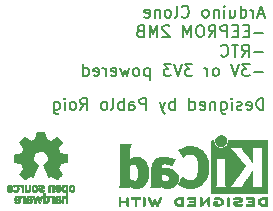
<source format=gbr>
G04 #@! TF.GenerationSoftware,KiCad,Pcbnew,(5.1.4)-1*
G04 #@! TF.CreationDate,2019-10-17T13:45:54+02:00*
G04 #@! TF.ProjectId,Project3_ArduinoClone,50726f6a-6563-4743-935f-41726475696e,v1*
G04 #@! TF.SameCoordinates,Original*
G04 #@! TF.FileFunction,Legend,Bot*
G04 #@! TF.FilePolarity,Positive*
%FSLAX46Y46*%
G04 Gerber Fmt 4.6, Leading zero omitted, Abs format (unit mm)*
G04 Created by KiCad (PCBNEW (5.1.4)-1) date 2019-10-17 13:45:54*
%MOMM*%
%LPD*%
G04 APERTURE LIST*
%ADD10C,0.150000*%
%ADD11C,0.010000*%
G04 APERTURE END LIST*
D10*
X116377404Y-132913380D02*
X116377404Y-131913380D01*
X116139309Y-131913380D01*
X115996452Y-131961000D01*
X115901214Y-132056238D01*
X115853595Y-132151476D01*
X115805976Y-132341952D01*
X115805976Y-132484809D01*
X115853595Y-132675285D01*
X115901214Y-132770523D01*
X115996452Y-132865761D01*
X116139309Y-132913380D01*
X116377404Y-132913380D01*
X114996452Y-132865761D02*
X115091690Y-132913380D01*
X115282166Y-132913380D01*
X115377404Y-132865761D01*
X115425023Y-132770523D01*
X115425023Y-132389571D01*
X115377404Y-132294333D01*
X115282166Y-132246714D01*
X115091690Y-132246714D01*
X114996452Y-132294333D01*
X114948833Y-132389571D01*
X114948833Y-132484809D01*
X115425023Y-132580047D01*
X114567880Y-132865761D02*
X114472642Y-132913380D01*
X114282166Y-132913380D01*
X114186928Y-132865761D01*
X114139309Y-132770523D01*
X114139309Y-132722904D01*
X114186928Y-132627666D01*
X114282166Y-132580047D01*
X114425023Y-132580047D01*
X114520261Y-132532428D01*
X114567880Y-132437190D01*
X114567880Y-132389571D01*
X114520261Y-132294333D01*
X114425023Y-132246714D01*
X114282166Y-132246714D01*
X114186928Y-132294333D01*
X113710738Y-132913380D02*
X113710738Y-132246714D01*
X113710738Y-131913380D02*
X113758357Y-131961000D01*
X113710738Y-132008619D01*
X113663119Y-131961000D01*
X113710738Y-131913380D01*
X113710738Y-132008619D01*
X112805976Y-132246714D02*
X112805976Y-133056238D01*
X112853595Y-133151476D01*
X112901214Y-133199095D01*
X112996452Y-133246714D01*
X113139309Y-133246714D01*
X113234547Y-133199095D01*
X112805976Y-132865761D02*
X112901214Y-132913380D01*
X113091690Y-132913380D01*
X113186928Y-132865761D01*
X113234547Y-132818142D01*
X113282166Y-132722904D01*
X113282166Y-132437190D01*
X113234547Y-132341952D01*
X113186928Y-132294333D01*
X113091690Y-132246714D01*
X112901214Y-132246714D01*
X112805976Y-132294333D01*
X112329785Y-132246714D02*
X112329785Y-132913380D01*
X112329785Y-132341952D02*
X112282166Y-132294333D01*
X112186928Y-132246714D01*
X112044071Y-132246714D01*
X111948833Y-132294333D01*
X111901214Y-132389571D01*
X111901214Y-132913380D01*
X111044071Y-132865761D02*
X111139309Y-132913380D01*
X111329785Y-132913380D01*
X111425023Y-132865761D01*
X111472642Y-132770523D01*
X111472642Y-132389571D01*
X111425023Y-132294333D01*
X111329785Y-132246714D01*
X111139309Y-132246714D01*
X111044071Y-132294333D01*
X110996452Y-132389571D01*
X110996452Y-132484809D01*
X111472642Y-132580047D01*
X110139309Y-132913380D02*
X110139309Y-131913380D01*
X110139309Y-132865761D02*
X110234547Y-132913380D01*
X110425023Y-132913380D01*
X110520261Y-132865761D01*
X110567880Y-132818142D01*
X110615500Y-132722904D01*
X110615500Y-132437190D01*
X110567880Y-132341952D01*
X110520261Y-132294333D01*
X110425023Y-132246714D01*
X110234547Y-132246714D01*
X110139309Y-132294333D01*
X108901214Y-132913380D02*
X108901214Y-131913380D01*
X108901214Y-132294333D02*
X108805976Y-132246714D01*
X108615500Y-132246714D01*
X108520261Y-132294333D01*
X108472642Y-132341952D01*
X108425023Y-132437190D01*
X108425023Y-132722904D01*
X108472642Y-132818142D01*
X108520261Y-132865761D01*
X108615500Y-132913380D01*
X108805976Y-132913380D01*
X108901214Y-132865761D01*
X108091690Y-132246714D02*
X107853595Y-132913380D01*
X107615500Y-132246714D02*
X107853595Y-132913380D01*
X107948833Y-133151476D01*
X107996452Y-133199095D01*
X108091690Y-133246714D01*
X106472642Y-132913380D02*
X106472642Y-131913380D01*
X106091690Y-131913380D01*
X105996452Y-131961000D01*
X105948833Y-132008619D01*
X105901214Y-132103857D01*
X105901214Y-132246714D01*
X105948833Y-132341952D01*
X105996452Y-132389571D01*
X106091690Y-132437190D01*
X106472642Y-132437190D01*
X105044071Y-132913380D02*
X105044071Y-132389571D01*
X105091690Y-132294333D01*
X105186928Y-132246714D01*
X105377404Y-132246714D01*
X105472642Y-132294333D01*
X105044071Y-132865761D02*
X105139309Y-132913380D01*
X105377404Y-132913380D01*
X105472642Y-132865761D01*
X105520261Y-132770523D01*
X105520261Y-132675285D01*
X105472642Y-132580047D01*
X105377404Y-132532428D01*
X105139309Y-132532428D01*
X105044071Y-132484809D01*
X104567880Y-132913380D02*
X104567880Y-131913380D01*
X104567880Y-132294333D02*
X104472642Y-132246714D01*
X104282166Y-132246714D01*
X104186928Y-132294333D01*
X104139309Y-132341952D01*
X104091690Y-132437190D01*
X104091690Y-132722904D01*
X104139309Y-132818142D01*
X104186928Y-132865761D01*
X104282166Y-132913380D01*
X104472642Y-132913380D01*
X104567880Y-132865761D01*
X103520261Y-132913380D02*
X103615500Y-132865761D01*
X103663119Y-132770523D01*
X103663119Y-131913380D01*
X102996452Y-132913380D02*
X103091690Y-132865761D01*
X103139309Y-132818142D01*
X103186928Y-132722904D01*
X103186928Y-132437190D01*
X103139309Y-132341952D01*
X103091690Y-132294333D01*
X102996452Y-132246714D01*
X102853595Y-132246714D01*
X102758357Y-132294333D01*
X102710738Y-132341952D01*
X102663119Y-132437190D01*
X102663119Y-132722904D01*
X102710738Y-132818142D01*
X102758357Y-132865761D01*
X102853595Y-132913380D01*
X102996452Y-132913380D01*
X100901214Y-132913380D02*
X101234547Y-132437190D01*
X101472642Y-132913380D02*
X101472642Y-131913380D01*
X101091690Y-131913380D01*
X100996452Y-131961000D01*
X100948833Y-132008619D01*
X100901214Y-132103857D01*
X100901214Y-132246714D01*
X100948833Y-132341952D01*
X100996452Y-132389571D01*
X101091690Y-132437190D01*
X101472642Y-132437190D01*
X100329785Y-132913380D02*
X100425023Y-132865761D01*
X100472642Y-132818142D01*
X100520261Y-132722904D01*
X100520261Y-132437190D01*
X100472642Y-132341952D01*
X100425023Y-132294333D01*
X100329785Y-132246714D01*
X100186928Y-132246714D01*
X100091690Y-132294333D01*
X100044071Y-132341952D01*
X99996452Y-132437190D01*
X99996452Y-132722904D01*
X100044071Y-132818142D01*
X100091690Y-132865761D01*
X100186928Y-132913380D01*
X100329785Y-132913380D01*
X99567880Y-132913380D02*
X99567880Y-132246714D01*
X99567880Y-131913380D02*
X99615500Y-131961000D01*
X99567880Y-132008619D01*
X99520261Y-131961000D01*
X99567880Y-131913380D01*
X99567880Y-132008619D01*
X98663119Y-132246714D02*
X98663119Y-133056238D01*
X98710738Y-133151476D01*
X98758357Y-133199095D01*
X98853595Y-133246714D01*
X98996452Y-133246714D01*
X99091690Y-133199095D01*
X98663119Y-132865761D02*
X98758357Y-132913380D01*
X98948833Y-132913380D01*
X99044071Y-132865761D01*
X99091690Y-132818142D01*
X99139309Y-132722904D01*
X99139309Y-132437190D01*
X99091690Y-132341952D01*
X99044071Y-132294333D01*
X98948833Y-132246714D01*
X98758357Y-132246714D01*
X98663119Y-132294333D01*
X116425023Y-124818666D02*
X115948833Y-124818666D01*
X116520261Y-125104380D02*
X116186928Y-124104380D01*
X115853595Y-125104380D01*
X115520261Y-125104380D02*
X115520261Y-124437714D01*
X115520261Y-124628190D02*
X115472642Y-124532952D01*
X115425023Y-124485333D01*
X115329785Y-124437714D01*
X115234547Y-124437714D01*
X114472642Y-125104380D02*
X114472642Y-124104380D01*
X114472642Y-125056761D02*
X114567880Y-125104380D01*
X114758357Y-125104380D01*
X114853595Y-125056761D01*
X114901214Y-125009142D01*
X114948833Y-124913904D01*
X114948833Y-124628190D01*
X114901214Y-124532952D01*
X114853595Y-124485333D01*
X114758357Y-124437714D01*
X114567880Y-124437714D01*
X114472642Y-124485333D01*
X113567880Y-124437714D02*
X113567880Y-125104380D01*
X113996452Y-124437714D02*
X113996452Y-124961523D01*
X113948833Y-125056761D01*
X113853595Y-125104380D01*
X113710738Y-125104380D01*
X113615500Y-125056761D01*
X113567880Y-125009142D01*
X113091690Y-125104380D02*
X113091690Y-124437714D01*
X113091690Y-124104380D02*
X113139309Y-124152000D01*
X113091690Y-124199619D01*
X113044071Y-124152000D01*
X113091690Y-124104380D01*
X113091690Y-124199619D01*
X112615500Y-124437714D02*
X112615500Y-125104380D01*
X112615500Y-124532952D02*
X112567880Y-124485333D01*
X112472642Y-124437714D01*
X112329785Y-124437714D01*
X112234547Y-124485333D01*
X112186928Y-124580571D01*
X112186928Y-125104380D01*
X111567880Y-125104380D02*
X111663119Y-125056761D01*
X111710738Y-125009142D01*
X111758357Y-124913904D01*
X111758357Y-124628190D01*
X111710738Y-124532952D01*
X111663119Y-124485333D01*
X111567880Y-124437714D01*
X111425023Y-124437714D01*
X111329785Y-124485333D01*
X111282166Y-124532952D01*
X111234547Y-124628190D01*
X111234547Y-124913904D01*
X111282166Y-125009142D01*
X111329785Y-125056761D01*
X111425023Y-125104380D01*
X111567880Y-125104380D01*
X109472642Y-125009142D02*
X109520261Y-125056761D01*
X109663119Y-125104380D01*
X109758357Y-125104380D01*
X109901214Y-125056761D01*
X109996452Y-124961523D01*
X110044071Y-124866285D01*
X110091690Y-124675809D01*
X110091690Y-124532952D01*
X110044071Y-124342476D01*
X109996452Y-124247238D01*
X109901214Y-124152000D01*
X109758357Y-124104380D01*
X109663119Y-124104380D01*
X109520261Y-124152000D01*
X109472642Y-124199619D01*
X108901214Y-125104380D02*
X108996452Y-125056761D01*
X109044071Y-124961523D01*
X109044071Y-124104380D01*
X108377404Y-125104380D02*
X108472642Y-125056761D01*
X108520261Y-125009142D01*
X108567880Y-124913904D01*
X108567880Y-124628190D01*
X108520261Y-124532952D01*
X108472642Y-124485333D01*
X108377404Y-124437714D01*
X108234547Y-124437714D01*
X108139309Y-124485333D01*
X108091690Y-124532952D01*
X108044071Y-124628190D01*
X108044071Y-124913904D01*
X108091690Y-125009142D01*
X108139309Y-125056761D01*
X108234547Y-125104380D01*
X108377404Y-125104380D01*
X107615500Y-124437714D02*
X107615500Y-125104380D01*
X107615500Y-124532952D02*
X107567880Y-124485333D01*
X107472642Y-124437714D01*
X107329785Y-124437714D01*
X107234547Y-124485333D01*
X107186928Y-124580571D01*
X107186928Y-125104380D01*
X106329785Y-125056761D02*
X106425023Y-125104380D01*
X106615500Y-125104380D01*
X106710738Y-125056761D01*
X106758357Y-124961523D01*
X106758357Y-124580571D01*
X106710738Y-124485333D01*
X106615500Y-124437714D01*
X106425023Y-124437714D01*
X106329785Y-124485333D01*
X106282166Y-124580571D01*
X106282166Y-124675809D01*
X106758357Y-124771047D01*
X116377404Y-126373428D02*
X115615500Y-126373428D01*
X115139309Y-126230571D02*
X114805976Y-126230571D01*
X114663119Y-126754380D02*
X115139309Y-126754380D01*
X115139309Y-125754380D01*
X114663119Y-125754380D01*
X114234547Y-126230571D02*
X113901214Y-126230571D01*
X113758357Y-126754380D02*
X114234547Y-126754380D01*
X114234547Y-125754380D01*
X113758357Y-125754380D01*
X113329785Y-126754380D02*
X113329785Y-125754380D01*
X112948833Y-125754380D01*
X112853595Y-125802000D01*
X112805976Y-125849619D01*
X112758357Y-125944857D01*
X112758357Y-126087714D01*
X112805976Y-126182952D01*
X112853595Y-126230571D01*
X112948833Y-126278190D01*
X113329785Y-126278190D01*
X111758357Y-126754380D02*
X112091690Y-126278190D01*
X112329785Y-126754380D02*
X112329785Y-125754380D01*
X111948833Y-125754380D01*
X111853595Y-125802000D01*
X111805976Y-125849619D01*
X111758357Y-125944857D01*
X111758357Y-126087714D01*
X111805976Y-126182952D01*
X111853595Y-126230571D01*
X111948833Y-126278190D01*
X112329785Y-126278190D01*
X111139309Y-125754380D02*
X110948833Y-125754380D01*
X110853595Y-125802000D01*
X110758357Y-125897238D01*
X110710738Y-126087714D01*
X110710738Y-126421047D01*
X110758357Y-126611523D01*
X110853595Y-126706761D01*
X110948833Y-126754380D01*
X111139309Y-126754380D01*
X111234547Y-126706761D01*
X111329785Y-126611523D01*
X111377404Y-126421047D01*
X111377404Y-126087714D01*
X111329785Y-125897238D01*
X111234547Y-125802000D01*
X111139309Y-125754380D01*
X110282166Y-126754380D02*
X110282166Y-125754380D01*
X109948833Y-126468666D01*
X109615500Y-125754380D01*
X109615500Y-126754380D01*
X108425023Y-125849619D02*
X108377404Y-125802000D01*
X108282166Y-125754380D01*
X108044071Y-125754380D01*
X107948833Y-125802000D01*
X107901214Y-125849619D01*
X107853595Y-125944857D01*
X107853595Y-126040095D01*
X107901214Y-126182952D01*
X108472642Y-126754380D01*
X107853595Y-126754380D01*
X107425023Y-126754380D02*
X107425023Y-125754380D01*
X107091690Y-126468666D01*
X106758357Y-125754380D01*
X106758357Y-126754380D01*
X105948833Y-126230571D02*
X105805976Y-126278190D01*
X105758357Y-126325809D01*
X105710738Y-126421047D01*
X105710738Y-126563904D01*
X105758357Y-126659142D01*
X105805976Y-126706761D01*
X105901214Y-126754380D01*
X106282166Y-126754380D01*
X106282166Y-125754380D01*
X105948833Y-125754380D01*
X105853595Y-125802000D01*
X105805976Y-125849619D01*
X105758357Y-125944857D01*
X105758357Y-126040095D01*
X105805976Y-126135333D01*
X105853595Y-126182952D01*
X105948833Y-126230571D01*
X106282166Y-126230571D01*
X116377404Y-128023428D02*
X115615500Y-128023428D01*
X114567880Y-128404380D02*
X114901214Y-127928190D01*
X115139309Y-128404380D02*
X115139309Y-127404380D01*
X114758357Y-127404380D01*
X114663119Y-127452000D01*
X114615500Y-127499619D01*
X114567880Y-127594857D01*
X114567880Y-127737714D01*
X114615500Y-127832952D01*
X114663119Y-127880571D01*
X114758357Y-127928190D01*
X115139309Y-127928190D01*
X114282166Y-127404380D02*
X113710738Y-127404380D01*
X113996452Y-128404380D02*
X113996452Y-127404380D01*
X112805976Y-128309142D02*
X112853595Y-128356761D01*
X112996452Y-128404380D01*
X113091690Y-128404380D01*
X113234547Y-128356761D01*
X113329785Y-128261523D01*
X113377404Y-128166285D01*
X113425023Y-127975809D01*
X113425023Y-127832952D01*
X113377404Y-127642476D01*
X113329785Y-127547238D01*
X113234547Y-127452000D01*
X113091690Y-127404380D01*
X112996452Y-127404380D01*
X112853595Y-127452000D01*
X112805976Y-127499619D01*
X116377404Y-129673428D02*
X115615500Y-129673428D01*
X115234547Y-129054380D02*
X114615500Y-129054380D01*
X114948833Y-129435333D01*
X114805976Y-129435333D01*
X114710738Y-129482952D01*
X114663119Y-129530571D01*
X114615500Y-129625809D01*
X114615500Y-129863904D01*
X114663119Y-129959142D01*
X114710738Y-130006761D01*
X114805976Y-130054380D01*
X115091690Y-130054380D01*
X115186928Y-130006761D01*
X115234547Y-129959142D01*
X114329785Y-129054380D02*
X113996452Y-130054380D01*
X113663119Y-129054380D01*
X112425023Y-130054380D02*
X112520261Y-130006761D01*
X112567880Y-129959142D01*
X112615500Y-129863904D01*
X112615500Y-129578190D01*
X112567880Y-129482952D01*
X112520261Y-129435333D01*
X112425023Y-129387714D01*
X112282166Y-129387714D01*
X112186928Y-129435333D01*
X112139309Y-129482952D01*
X112091690Y-129578190D01*
X112091690Y-129863904D01*
X112139309Y-129959142D01*
X112186928Y-130006761D01*
X112282166Y-130054380D01*
X112425023Y-130054380D01*
X111663119Y-130054380D02*
X111663119Y-129387714D01*
X111663119Y-129578190D02*
X111615500Y-129482952D01*
X111567880Y-129435333D01*
X111472642Y-129387714D01*
X111377404Y-129387714D01*
X110377404Y-129054380D02*
X109758357Y-129054380D01*
X110091690Y-129435333D01*
X109948833Y-129435333D01*
X109853595Y-129482952D01*
X109805976Y-129530571D01*
X109758357Y-129625809D01*
X109758357Y-129863904D01*
X109805976Y-129959142D01*
X109853595Y-130006761D01*
X109948833Y-130054380D01*
X110234547Y-130054380D01*
X110329785Y-130006761D01*
X110377404Y-129959142D01*
X109472642Y-129054380D02*
X109139309Y-130054380D01*
X108805976Y-129054380D01*
X108567880Y-129054380D02*
X107948833Y-129054380D01*
X108282166Y-129435333D01*
X108139309Y-129435333D01*
X108044071Y-129482952D01*
X107996452Y-129530571D01*
X107948833Y-129625809D01*
X107948833Y-129863904D01*
X107996452Y-129959142D01*
X108044071Y-130006761D01*
X108139309Y-130054380D01*
X108425023Y-130054380D01*
X108520261Y-130006761D01*
X108567880Y-129959142D01*
X106758357Y-129387714D02*
X106758357Y-130387714D01*
X106758357Y-129435333D02*
X106663119Y-129387714D01*
X106472642Y-129387714D01*
X106377404Y-129435333D01*
X106329785Y-129482952D01*
X106282166Y-129578190D01*
X106282166Y-129863904D01*
X106329785Y-129959142D01*
X106377404Y-130006761D01*
X106472642Y-130054380D01*
X106663119Y-130054380D01*
X106758357Y-130006761D01*
X105710738Y-130054380D02*
X105805976Y-130006761D01*
X105853595Y-129959142D01*
X105901214Y-129863904D01*
X105901214Y-129578190D01*
X105853595Y-129482952D01*
X105805976Y-129435333D01*
X105710738Y-129387714D01*
X105567880Y-129387714D01*
X105472642Y-129435333D01*
X105425023Y-129482952D01*
X105377404Y-129578190D01*
X105377404Y-129863904D01*
X105425023Y-129959142D01*
X105472642Y-130006761D01*
X105567880Y-130054380D01*
X105710738Y-130054380D01*
X105044071Y-129387714D02*
X104853595Y-130054380D01*
X104663119Y-129578190D01*
X104472642Y-130054380D01*
X104282166Y-129387714D01*
X103520261Y-130006761D02*
X103615500Y-130054380D01*
X103805976Y-130054380D01*
X103901214Y-130006761D01*
X103948833Y-129911523D01*
X103948833Y-129530571D01*
X103901214Y-129435333D01*
X103805976Y-129387714D01*
X103615500Y-129387714D01*
X103520261Y-129435333D01*
X103472642Y-129530571D01*
X103472642Y-129625809D01*
X103948833Y-129721047D01*
X103044071Y-130054380D02*
X103044071Y-129387714D01*
X103044071Y-129578190D02*
X102996452Y-129482952D01*
X102948833Y-129435333D01*
X102853595Y-129387714D01*
X102758357Y-129387714D01*
X102044071Y-130006761D02*
X102139309Y-130054380D01*
X102329785Y-130054380D01*
X102425023Y-130006761D01*
X102472642Y-129911523D01*
X102472642Y-129530571D01*
X102425023Y-129435333D01*
X102329785Y-129387714D01*
X102139309Y-129387714D01*
X102044071Y-129435333D01*
X101996452Y-129530571D01*
X101996452Y-129625809D01*
X102472642Y-129721047D01*
X101139309Y-130054380D02*
X101139309Y-129054380D01*
X101139309Y-130006761D02*
X101234547Y-130054380D01*
X101425023Y-130054380D01*
X101520261Y-130006761D01*
X101567880Y-129959142D01*
X101615500Y-129863904D01*
X101615500Y-129578190D01*
X101567880Y-129482952D01*
X101520261Y-129435333D01*
X101425023Y-129387714D01*
X101234547Y-129387714D01*
X101139309Y-129435333D01*
D11*
G36*
X97159036Y-135085018D02*
G01*
X97102188Y-135386570D01*
X96682662Y-135559512D01*
X96431016Y-135388395D01*
X96360542Y-135340750D01*
X96296837Y-135298210D01*
X96242874Y-135262715D01*
X96201627Y-135236210D01*
X96176066Y-135220636D01*
X96169105Y-135217278D01*
X96156565Y-135225914D01*
X96129769Y-135249792D01*
X96091720Y-135285859D01*
X96045421Y-135331067D01*
X95993877Y-135382364D01*
X95940091Y-135436701D01*
X95887065Y-135491028D01*
X95837805Y-135542295D01*
X95795313Y-135587451D01*
X95762593Y-135623446D01*
X95742649Y-135647230D01*
X95737881Y-135655190D01*
X95744743Y-135669865D01*
X95763980Y-135702014D01*
X95793570Y-135748492D01*
X95831490Y-135806156D01*
X95875718Y-135871860D01*
X95901346Y-135909336D01*
X95948059Y-135977768D01*
X95989568Y-136039520D01*
X96023860Y-136091519D01*
X96048920Y-136130692D01*
X96062736Y-136153965D01*
X96064812Y-136158855D01*
X96060105Y-136172755D01*
X96047277Y-136205150D01*
X96028262Y-136251485D01*
X96004997Y-136307206D01*
X95979416Y-136367758D01*
X95953455Y-136428586D01*
X95929050Y-136485136D01*
X95908137Y-136532852D01*
X95892651Y-136567181D01*
X95884528Y-136583568D01*
X95884048Y-136584212D01*
X95871293Y-136587341D01*
X95837323Y-136594321D01*
X95785660Y-136604467D01*
X95719824Y-136617092D01*
X95643336Y-136631509D01*
X95598710Y-136639823D01*
X95516979Y-136655384D01*
X95443157Y-136670192D01*
X95380979Y-136683436D01*
X95334178Y-136694305D01*
X95306491Y-136701989D01*
X95300926Y-136704427D01*
X95295474Y-136720930D01*
X95291076Y-136758200D01*
X95287728Y-136811880D01*
X95285426Y-136877612D01*
X95284168Y-136951037D01*
X95283952Y-137027796D01*
X95284773Y-137103532D01*
X95286629Y-137173886D01*
X95289518Y-137234500D01*
X95293435Y-137281016D01*
X95298378Y-137309075D01*
X95301343Y-137314916D01*
X95319066Y-137321917D01*
X95356619Y-137331927D01*
X95409036Y-137343769D01*
X95471348Y-137356267D01*
X95493100Y-137360310D01*
X95597976Y-137379520D01*
X95680820Y-137394991D01*
X95744370Y-137407337D01*
X95791363Y-137417173D01*
X95824537Y-137425114D01*
X95846629Y-137431776D01*
X95860376Y-137437773D01*
X95868516Y-137443719D01*
X95869655Y-137444894D01*
X95881023Y-137463826D01*
X95898365Y-137500669D01*
X95919950Y-137550913D01*
X95944046Y-137610046D01*
X95968921Y-137673556D01*
X95992843Y-137736932D01*
X96014081Y-137795662D01*
X96030903Y-137845235D01*
X96041578Y-137881139D01*
X96044373Y-137898862D01*
X96044140Y-137899483D01*
X96034669Y-137913970D01*
X96013182Y-137945844D01*
X95981937Y-137991789D01*
X95943193Y-138048485D01*
X95899207Y-138112617D01*
X95886681Y-138130842D01*
X95842016Y-138196914D01*
X95802712Y-138257200D01*
X95770912Y-138308235D01*
X95748755Y-138346560D01*
X95738383Y-138368711D01*
X95737881Y-138371432D01*
X95746595Y-138385736D01*
X95770675Y-138414072D01*
X95807024Y-138453396D01*
X95852547Y-138500661D01*
X95904148Y-138552823D01*
X95958733Y-138606835D01*
X96013206Y-138659653D01*
X96064471Y-138708231D01*
X96109433Y-138749523D01*
X96144996Y-138780485D01*
X96168065Y-138798070D01*
X96174446Y-138800941D01*
X96189301Y-138794178D01*
X96219714Y-138775939D01*
X96260732Y-138749297D01*
X96292291Y-138727852D01*
X96349475Y-138688503D01*
X96417194Y-138642171D01*
X96485120Y-138595913D01*
X96521639Y-138571155D01*
X96645248Y-138487547D01*
X96749009Y-138543650D01*
X96796280Y-138568228D01*
X96836477Y-138587331D01*
X96863674Y-138598227D01*
X96870598Y-138599743D01*
X96878923Y-138588549D01*
X96895346Y-138556917D01*
X96918643Y-138507765D01*
X96947586Y-138444010D01*
X96980950Y-138368571D01*
X97017509Y-138284364D01*
X97056036Y-138194308D01*
X97095306Y-138101321D01*
X97134092Y-138008320D01*
X97171170Y-137918223D01*
X97205311Y-137833948D01*
X97235292Y-137758413D01*
X97259884Y-137694534D01*
X97277864Y-137645231D01*
X97288003Y-137613421D01*
X97289634Y-137602496D01*
X97276709Y-137588561D01*
X97248411Y-137565940D01*
X97210654Y-137539333D01*
X97207485Y-137537228D01*
X97109900Y-137459114D01*
X97031214Y-137367982D01*
X96972109Y-137266745D01*
X96933268Y-137158318D01*
X96915372Y-137045614D01*
X96919103Y-136931548D01*
X96945143Y-136819034D01*
X96994175Y-136710985D01*
X97008600Y-136687345D01*
X97083631Y-136591887D01*
X97172270Y-136515232D01*
X97271451Y-136457780D01*
X97378105Y-136419929D01*
X97489164Y-136402078D01*
X97601561Y-136404625D01*
X97712227Y-136427970D01*
X97818094Y-136472510D01*
X97916095Y-136538645D01*
X97946410Y-136565487D01*
X98023562Y-136649512D01*
X98079782Y-136737966D01*
X98118347Y-136837115D01*
X98139826Y-136935303D01*
X98145128Y-137045697D01*
X98127448Y-137156640D01*
X98088581Y-137264381D01*
X98030323Y-137365169D01*
X97954469Y-137455256D01*
X97862817Y-137530892D01*
X97850772Y-137538864D01*
X97812611Y-137564974D01*
X97783601Y-137587595D01*
X97769732Y-137602039D01*
X97769531Y-137602496D01*
X97772508Y-137618121D01*
X97784311Y-137653582D01*
X97803714Y-137705962D01*
X97829488Y-137772345D01*
X97860409Y-137849814D01*
X97895249Y-137935450D01*
X97932783Y-138026337D01*
X97971783Y-138119559D01*
X98011023Y-138212197D01*
X98049276Y-138301335D01*
X98085317Y-138384055D01*
X98117917Y-138457441D01*
X98145852Y-138518575D01*
X98167895Y-138564541D01*
X98182818Y-138592421D01*
X98188828Y-138599743D01*
X98207191Y-138594041D01*
X98241552Y-138578749D01*
X98285984Y-138556599D01*
X98310417Y-138543650D01*
X98414178Y-138487547D01*
X98537787Y-138571155D01*
X98600886Y-138613987D01*
X98669970Y-138661122D01*
X98734707Y-138705503D01*
X98767134Y-138727852D01*
X98812741Y-138758477D01*
X98851360Y-138782747D01*
X98877952Y-138797587D01*
X98886590Y-138800724D01*
X98899161Y-138792261D01*
X98926984Y-138768636D01*
X98967361Y-138732302D01*
X99017595Y-138685711D01*
X99074988Y-138631317D01*
X99111286Y-138596392D01*
X99174790Y-138533996D01*
X99229673Y-138478188D01*
X99273714Y-138431354D01*
X99304695Y-138395882D01*
X99320398Y-138374161D01*
X99321905Y-138369752D01*
X99314914Y-138352985D01*
X99295594Y-138319082D01*
X99266091Y-138271476D01*
X99228545Y-138213599D01*
X99185100Y-138148884D01*
X99172745Y-138130842D01*
X99127727Y-138065267D01*
X99087340Y-138006228D01*
X99053840Y-137957042D01*
X99029486Y-137921028D01*
X99016536Y-137901502D01*
X99015285Y-137899483D01*
X99017156Y-137883922D01*
X99027087Y-137849709D01*
X99043347Y-137801355D01*
X99064205Y-137743371D01*
X99087927Y-137680270D01*
X99112784Y-137616563D01*
X99137042Y-137556761D01*
X99158971Y-137505376D01*
X99176838Y-137466919D01*
X99188913Y-137445902D01*
X99189771Y-137444894D01*
X99197154Y-137438888D01*
X99209625Y-137432948D01*
X99229920Y-137426460D01*
X99260778Y-137418809D01*
X99304934Y-137409380D01*
X99365126Y-137397559D01*
X99444093Y-137382729D01*
X99544570Y-137364277D01*
X99566325Y-137360310D01*
X99630802Y-137347853D01*
X99687011Y-137335666D01*
X99729987Y-137324926D01*
X99754760Y-137316809D01*
X99758082Y-137314916D01*
X99763556Y-137298138D01*
X99768006Y-137260645D01*
X99771428Y-137206794D01*
X99773819Y-137140944D01*
X99775177Y-137067453D01*
X99775499Y-136990680D01*
X99774781Y-136914983D01*
X99773021Y-136844720D01*
X99770216Y-136784250D01*
X99766362Y-136737930D01*
X99761457Y-136710119D01*
X99758500Y-136704427D01*
X99742037Y-136698686D01*
X99704551Y-136689345D01*
X99649775Y-136677215D01*
X99581445Y-136663107D01*
X99503294Y-136647830D01*
X99460716Y-136639823D01*
X99379929Y-136624721D01*
X99307887Y-136611040D01*
X99248111Y-136599467D01*
X99204121Y-136590687D01*
X99179439Y-136585387D01*
X99175377Y-136584212D01*
X99168511Y-136570965D01*
X99153998Y-136539057D01*
X99133771Y-136493047D01*
X99109766Y-136437492D01*
X99083918Y-136376953D01*
X99058160Y-136315986D01*
X99034427Y-136259151D01*
X99014654Y-136211006D01*
X99000776Y-136176110D01*
X98994726Y-136159021D01*
X98994614Y-136158274D01*
X99001472Y-136144793D01*
X99020698Y-136113770D01*
X99050272Y-136068289D01*
X99088173Y-136011432D01*
X99132380Y-135946283D01*
X99158079Y-135908862D01*
X99204907Y-135840247D01*
X99246499Y-135777952D01*
X99280825Y-135725129D01*
X99305857Y-135684927D01*
X99319565Y-135660500D01*
X99321544Y-135655024D01*
X99313034Y-135642278D01*
X99289507Y-135615063D01*
X99253968Y-135576428D01*
X99209423Y-135529423D01*
X99158877Y-135477095D01*
X99105336Y-135422495D01*
X99051805Y-135368670D01*
X99001289Y-135318670D01*
X98956794Y-135275543D01*
X98921325Y-135242339D01*
X98897887Y-135222106D01*
X98890046Y-135217278D01*
X98877280Y-135224067D01*
X98846744Y-135243142D01*
X98801410Y-135272561D01*
X98744244Y-135310381D01*
X98678216Y-135354661D01*
X98628410Y-135388395D01*
X98376764Y-135559512D01*
X98167001Y-135473041D01*
X97957237Y-135386570D01*
X97900389Y-135085018D01*
X97843540Y-134783466D01*
X97215885Y-134783466D01*
X97159036Y-135085018D01*
X97159036Y-135085018D01*
G37*
X97159036Y-135085018D02*
X97102188Y-135386570D01*
X96682662Y-135559512D01*
X96431016Y-135388395D01*
X96360542Y-135340750D01*
X96296837Y-135298210D01*
X96242874Y-135262715D01*
X96201627Y-135236210D01*
X96176066Y-135220636D01*
X96169105Y-135217278D01*
X96156565Y-135225914D01*
X96129769Y-135249792D01*
X96091720Y-135285859D01*
X96045421Y-135331067D01*
X95993877Y-135382364D01*
X95940091Y-135436701D01*
X95887065Y-135491028D01*
X95837805Y-135542295D01*
X95795313Y-135587451D01*
X95762593Y-135623446D01*
X95742649Y-135647230D01*
X95737881Y-135655190D01*
X95744743Y-135669865D01*
X95763980Y-135702014D01*
X95793570Y-135748492D01*
X95831490Y-135806156D01*
X95875718Y-135871860D01*
X95901346Y-135909336D01*
X95948059Y-135977768D01*
X95989568Y-136039520D01*
X96023860Y-136091519D01*
X96048920Y-136130692D01*
X96062736Y-136153965D01*
X96064812Y-136158855D01*
X96060105Y-136172755D01*
X96047277Y-136205150D01*
X96028262Y-136251485D01*
X96004997Y-136307206D01*
X95979416Y-136367758D01*
X95953455Y-136428586D01*
X95929050Y-136485136D01*
X95908137Y-136532852D01*
X95892651Y-136567181D01*
X95884528Y-136583568D01*
X95884048Y-136584212D01*
X95871293Y-136587341D01*
X95837323Y-136594321D01*
X95785660Y-136604467D01*
X95719824Y-136617092D01*
X95643336Y-136631509D01*
X95598710Y-136639823D01*
X95516979Y-136655384D01*
X95443157Y-136670192D01*
X95380979Y-136683436D01*
X95334178Y-136694305D01*
X95306491Y-136701989D01*
X95300926Y-136704427D01*
X95295474Y-136720930D01*
X95291076Y-136758200D01*
X95287728Y-136811880D01*
X95285426Y-136877612D01*
X95284168Y-136951037D01*
X95283952Y-137027796D01*
X95284773Y-137103532D01*
X95286629Y-137173886D01*
X95289518Y-137234500D01*
X95293435Y-137281016D01*
X95298378Y-137309075D01*
X95301343Y-137314916D01*
X95319066Y-137321917D01*
X95356619Y-137331927D01*
X95409036Y-137343769D01*
X95471348Y-137356267D01*
X95493100Y-137360310D01*
X95597976Y-137379520D01*
X95680820Y-137394991D01*
X95744370Y-137407337D01*
X95791363Y-137417173D01*
X95824537Y-137425114D01*
X95846629Y-137431776D01*
X95860376Y-137437773D01*
X95868516Y-137443719D01*
X95869655Y-137444894D01*
X95881023Y-137463826D01*
X95898365Y-137500669D01*
X95919950Y-137550913D01*
X95944046Y-137610046D01*
X95968921Y-137673556D01*
X95992843Y-137736932D01*
X96014081Y-137795662D01*
X96030903Y-137845235D01*
X96041578Y-137881139D01*
X96044373Y-137898862D01*
X96044140Y-137899483D01*
X96034669Y-137913970D01*
X96013182Y-137945844D01*
X95981937Y-137991789D01*
X95943193Y-138048485D01*
X95899207Y-138112617D01*
X95886681Y-138130842D01*
X95842016Y-138196914D01*
X95802712Y-138257200D01*
X95770912Y-138308235D01*
X95748755Y-138346560D01*
X95738383Y-138368711D01*
X95737881Y-138371432D01*
X95746595Y-138385736D01*
X95770675Y-138414072D01*
X95807024Y-138453396D01*
X95852547Y-138500661D01*
X95904148Y-138552823D01*
X95958733Y-138606835D01*
X96013206Y-138659653D01*
X96064471Y-138708231D01*
X96109433Y-138749523D01*
X96144996Y-138780485D01*
X96168065Y-138798070D01*
X96174446Y-138800941D01*
X96189301Y-138794178D01*
X96219714Y-138775939D01*
X96260732Y-138749297D01*
X96292291Y-138727852D01*
X96349475Y-138688503D01*
X96417194Y-138642171D01*
X96485120Y-138595913D01*
X96521639Y-138571155D01*
X96645248Y-138487547D01*
X96749009Y-138543650D01*
X96796280Y-138568228D01*
X96836477Y-138587331D01*
X96863674Y-138598227D01*
X96870598Y-138599743D01*
X96878923Y-138588549D01*
X96895346Y-138556917D01*
X96918643Y-138507765D01*
X96947586Y-138444010D01*
X96980950Y-138368571D01*
X97017509Y-138284364D01*
X97056036Y-138194308D01*
X97095306Y-138101321D01*
X97134092Y-138008320D01*
X97171170Y-137918223D01*
X97205311Y-137833948D01*
X97235292Y-137758413D01*
X97259884Y-137694534D01*
X97277864Y-137645231D01*
X97288003Y-137613421D01*
X97289634Y-137602496D01*
X97276709Y-137588561D01*
X97248411Y-137565940D01*
X97210654Y-137539333D01*
X97207485Y-137537228D01*
X97109900Y-137459114D01*
X97031214Y-137367982D01*
X96972109Y-137266745D01*
X96933268Y-137158318D01*
X96915372Y-137045614D01*
X96919103Y-136931548D01*
X96945143Y-136819034D01*
X96994175Y-136710985D01*
X97008600Y-136687345D01*
X97083631Y-136591887D01*
X97172270Y-136515232D01*
X97271451Y-136457780D01*
X97378105Y-136419929D01*
X97489164Y-136402078D01*
X97601561Y-136404625D01*
X97712227Y-136427970D01*
X97818094Y-136472510D01*
X97916095Y-136538645D01*
X97946410Y-136565487D01*
X98023562Y-136649512D01*
X98079782Y-136737966D01*
X98118347Y-136837115D01*
X98139826Y-136935303D01*
X98145128Y-137045697D01*
X98127448Y-137156640D01*
X98088581Y-137264381D01*
X98030323Y-137365169D01*
X97954469Y-137455256D01*
X97862817Y-137530892D01*
X97850772Y-137538864D01*
X97812611Y-137564974D01*
X97783601Y-137587595D01*
X97769732Y-137602039D01*
X97769531Y-137602496D01*
X97772508Y-137618121D01*
X97784311Y-137653582D01*
X97803714Y-137705962D01*
X97829488Y-137772345D01*
X97860409Y-137849814D01*
X97895249Y-137935450D01*
X97932783Y-138026337D01*
X97971783Y-138119559D01*
X98011023Y-138212197D01*
X98049276Y-138301335D01*
X98085317Y-138384055D01*
X98117917Y-138457441D01*
X98145852Y-138518575D01*
X98167895Y-138564541D01*
X98182818Y-138592421D01*
X98188828Y-138599743D01*
X98207191Y-138594041D01*
X98241552Y-138578749D01*
X98285984Y-138556599D01*
X98310417Y-138543650D01*
X98414178Y-138487547D01*
X98537787Y-138571155D01*
X98600886Y-138613987D01*
X98669970Y-138661122D01*
X98734707Y-138705503D01*
X98767134Y-138727852D01*
X98812741Y-138758477D01*
X98851360Y-138782747D01*
X98877952Y-138797587D01*
X98886590Y-138800724D01*
X98899161Y-138792261D01*
X98926984Y-138768636D01*
X98967361Y-138732302D01*
X99017595Y-138685711D01*
X99074988Y-138631317D01*
X99111286Y-138596392D01*
X99174790Y-138533996D01*
X99229673Y-138478188D01*
X99273714Y-138431354D01*
X99304695Y-138395882D01*
X99320398Y-138374161D01*
X99321905Y-138369752D01*
X99314914Y-138352985D01*
X99295594Y-138319082D01*
X99266091Y-138271476D01*
X99228545Y-138213599D01*
X99185100Y-138148884D01*
X99172745Y-138130842D01*
X99127727Y-138065267D01*
X99087340Y-138006228D01*
X99053840Y-137957042D01*
X99029486Y-137921028D01*
X99016536Y-137901502D01*
X99015285Y-137899483D01*
X99017156Y-137883922D01*
X99027087Y-137849709D01*
X99043347Y-137801355D01*
X99064205Y-137743371D01*
X99087927Y-137680270D01*
X99112784Y-137616563D01*
X99137042Y-137556761D01*
X99158971Y-137505376D01*
X99176838Y-137466919D01*
X99188913Y-137445902D01*
X99189771Y-137444894D01*
X99197154Y-137438888D01*
X99209625Y-137432948D01*
X99229920Y-137426460D01*
X99260778Y-137418809D01*
X99304934Y-137409380D01*
X99365126Y-137397559D01*
X99444093Y-137382729D01*
X99544570Y-137364277D01*
X99566325Y-137360310D01*
X99630802Y-137347853D01*
X99687011Y-137335666D01*
X99729987Y-137324926D01*
X99754760Y-137316809D01*
X99758082Y-137314916D01*
X99763556Y-137298138D01*
X99768006Y-137260645D01*
X99771428Y-137206794D01*
X99773819Y-137140944D01*
X99775177Y-137067453D01*
X99775499Y-136990680D01*
X99774781Y-136914983D01*
X99773021Y-136844720D01*
X99770216Y-136784250D01*
X99766362Y-136737930D01*
X99761457Y-136710119D01*
X99758500Y-136704427D01*
X99742037Y-136698686D01*
X99704551Y-136689345D01*
X99649775Y-136677215D01*
X99581445Y-136663107D01*
X99503294Y-136647830D01*
X99460716Y-136639823D01*
X99379929Y-136624721D01*
X99307887Y-136611040D01*
X99248111Y-136599467D01*
X99204121Y-136590687D01*
X99179439Y-136585387D01*
X99175377Y-136584212D01*
X99168511Y-136570965D01*
X99153998Y-136539057D01*
X99133771Y-136493047D01*
X99109766Y-136437492D01*
X99083918Y-136376953D01*
X99058160Y-136315986D01*
X99034427Y-136259151D01*
X99014654Y-136211006D01*
X99000776Y-136176110D01*
X98994726Y-136159021D01*
X98994614Y-136158274D01*
X99001472Y-136144793D01*
X99020698Y-136113770D01*
X99050272Y-136068289D01*
X99088173Y-136011432D01*
X99132380Y-135946283D01*
X99158079Y-135908862D01*
X99204907Y-135840247D01*
X99246499Y-135777952D01*
X99280825Y-135725129D01*
X99305857Y-135684927D01*
X99319565Y-135660500D01*
X99321544Y-135655024D01*
X99313034Y-135642278D01*
X99289507Y-135615063D01*
X99253968Y-135576428D01*
X99209423Y-135529423D01*
X99158877Y-135477095D01*
X99105336Y-135422495D01*
X99051805Y-135368670D01*
X99001289Y-135318670D01*
X98956794Y-135275543D01*
X98921325Y-135242339D01*
X98897887Y-135222106D01*
X98890046Y-135217278D01*
X98877280Y-135224067D01*
X98846744Y-135243142D01*
X98801410Y-135272561D01*
X98744244Y-135310381D01*
X98678216Y-135354661D01*
X98628410Y-135388395D01*
X98376764Y-135559512D01*
X98167001Y-135473041D01*
X97957237Y-135386570D01*
X97900389Y-135085018D01*
X97843540Y-134783466D01*
X97215885Y-134783466D01*
X97159036Y-135085018D01*
G36*
X95736540Y-139253030D02*
G01*
X95693289Y-139266245D01*
X95665442Y-139282941D01*
X95656371Y-139296145D01*
X95658868Y-139311797D01*
X95675069Y-139336385D01*
X95688768Y-139353800D01*
X95717008Y-139385283D01*
X95738225Y-139398529D01*
X95756312Y-139397664D01*
X95809965Y-139384010D01*
X95849370Y-139384630D01*
X95881368Y-139400104D01*
X95892110Y-139409161D01*
X95926495Y-139441027D01*
X95926495Y-139857179D01*
X96064812Y-139857179D01*
X96064812Y-139253614D01*
X95995653Y-139253614D01*
X95954131Y-139255256D01*
X95932709Y-139261087D01*
X95926498Y-139272461D01*
X95926495Y-139272798D01*
X95923561Y-139284713D01*
X95910296Y-139283159D01*
X95891916Y-139274563D01*
X95853954Y-139258568D01*
X95823128Y-139248945D01*
X95783464Y-139246478D01*
X95736540Y-139253030D01*
X95736540Y-139253030D01*
G37*
X95736540Y-139253030D02*
X95693289Y-139266245D01*
X95665442Y-139282941D01*
X95656371Y-139296145D01*
X95658868Y-139311797D01*
X95675069Y-139336385D01*
X95688768Y-139353800D01*
X95717008Y-139385283D01*
X95738225Y-139398529D01*
X95756312Y-139397664D01*
X95809965Y-139384010D01*
X95849370Y-139384630D01*
X95881368Y-139400104D01*
X95892110Y-139409161D01*
X95926495Y-139441027D01*
X95926495Y-139857179D01*
X96064812Y-139857179D01*
X96064812Y-139253614D01*
X95995653Y-139253614D01*
X95954131Y-139255256D01*
X95932709Y-139261087D01*
X95926498Y-139272461D01*
X95926495Y-139272798D01*
X95923561Y-139284713D01*
X95910296Y-139283159D01*
X95891916Y-139274563D01*
X95853954Y-139258568D01*
X95823128Y-139248945D01*
X95783464Y-139246478D01*
X95736540Y-139253030D01*
G36*
X98290012Y-139264002D02*
G01*
X98258717Y-139278950D01*
X98228409Y-139300541D01*
X98205318Y-139325391D01*
X98188500Y-139357087D01*
X98177006Y-139399214D01*
X98169891Y-139455358D01*
X98166207Y-139529106D01*
X98165008Y-139624044D01*
X98164989Y-139633985D01*
X98164713Y-139857179D01*
X98303030Y-139857179D01*
X98303030Y-139651418D01*
X98303128Y-139575189D01*
X98303809Y-139519939D01*
X98305651Y-139481501D01*
X98309233Y-139455706D01*
X98315132Y-139438384D01*
X98323927Y-139425368D01*
X98336180Y-139412507D01*
X98379047Y-139384873D01*
X98425843Y-139379745D01*
X98470424Y-139397217D01*
X98485928Y-139410221D01*
X98497310Y-139422447D01*
X98505481Y-139435540D01*
X98510974Y-139453615D01*
X98514320Y-139480787D01*
X98516051Y-139521170D01*
X98516697Y-139578879D01*
X98516792Y-139649132D01*
X98516792Y-139857179D01*
X98655109Y-139857179D01*
X98655109Y-139253614D01*
X98585950Y-139253614D01*
X98544428Y-139255256D01*
X98523006Y-139261087D01*
X98516795Y-139272461D01*
X98516792Y-139272798D01*
X98513910Y-139283938D01*
X98501199Y-139282674D01*
X98475926Y-139270434D01*
X98418605Y-139252424D01*
X98353037Y-139250421D01*
X98290012Y-139264002D01*
X98290012Y-139264002D01*
G37*
X98290012Y-139264002D02*
X98258717Y-139278950D01*
X98228409Y-139300541D01*
X98205318Y-139325391D01*
X98188500Y-139357087D01*
X98177006Y-139399214D01*
X98169891Y-139455358D01*
X98166207Y-139529106D01*
X98165008Y-139624044D01*
X98164989Y-139633985D01*
X98164713Y-139857179D01*
X98303030Y-139857179D01*
X98303030Y-139651418D01*
X98303128Y-139575189D01*
X98303809Y-139519939D01*
X98305651Y-139481501D01*
X98309233Y-139455706D01*
X98315132Y-139438384D01*
X98323927Y-139425368D01*
X98336180Y-139412507D01*
X98379047Y-139384873D01*
X98425843Y-139379745D01*
X98470424Y-139397217D01*
X98485928Y-139410221D01*
X98497310Y-139422447D01*
X98505481Y-139435540D01*
X98510974Y-139453615D01*
X98514320Y-139480787D01*
X98516051Y-139521170D01*
X98516697Y-139578879D01*
X98516792Y-139649132D01*
X98516792Y-139857179D01*
X98655109Y-139857179D01*
X98655109Y-139253614D01*
X98585950Y-139253614D01*
X98544428Y-139255256D01*
X98523006Y-139261087D01*
X98516795Y-139272461D01*
X98516792Y-139272798D01*
X98513910Y-139283938D01*
X98501199Y-139282674D01*
X98475926Y-139270434D01*
X98418605Y-139252424D01*
X98353037Y-139250421D01*
X98290012Y-139264002D01*
G36*
X94858102Y-139251457D02*
G01*
X94825904Y-139259279D01*
X94764175Y-139287921D01*
X94711390Y-139331667D01*
X94674859Y-139384117D01*
X94669840Y-139395893D01*
X94662955Y-139426740D01*
X94658136Y-139472371D01*
X94656495Y-139518492D01*
X94656495Y-139605693D01*
X94838822Y-139605693D01*
X94914021Y-139605978D01*
X94966997Y-139607704D01*
X95000675Y-139612181D01*
X95017980Y-139620720D01*
X95021837Y-139634630D01*
X95015171Y-139655222D01*
X95003230Y-139679315D01*
X94969920Y-139719525D01*
X94923632Y-139739558D01*
X94867056Y-139738905D01*
X94802969Y-139717101D01*
X94747583Y-139690193D01*
X94701625Y-139726532D01*
X94655667Y-139762872D01*
X94698904Y-139802819D01*
X94756626Y-139840563D01*
X94827614Y-139863320D01*
X94903971Y-139869688D01*
X94977801Y-139858268D01*
X94989713Y-139854393D01*
X95054601Y-139820506D01*
X95102870Y-139769986D01*
X95135535Y-139701325D01*
X95153615Y-139613014D01*
X95153825Y-139611121D01*
X95155444Y-139514878D01*
X95148900Y-139480542D01*
X95021148Y-139480542D01*
X95009416Y-139485822D01*
X94977562Y-139489867D01*
X94930603Y-139492176D01*
X94900846Y-139492525D01*
X94845352Y-139492306D01*
X94810654Y-139490916D01*
X94792399Y-139487251D01*
X94786234Y-139480210D01*
X94787805Y-139468690D01*
X94789122Y-139464233D01*
X94811618Y-139422355D01*
X94846997Y-139388604D01*
X94878220Y-139373773D01*
X94919699Y-139374668D01*
X94961731Y-139393164D01*
X94996988Y-139423786D01*
X95018146Y-139461062D01*
X95021148Y-139480542D01*
X95148900Y-139480542D01*
X95139310Y-139430229D01*
X95107302Y-139359191D01*
X95061299Y-139303779D01*
X95003179Y-139266009D01*
X94934820Y-139247896D01*
X94858102Y-139251457D01*
X94858102Y-139251457D01*
G37*
X94858102Y-139251457D02*
X94825904Y-139259279D01*
X94764175Y-139287921D01*
X94711390Y-139331667D01*
X94674859Y-139384117D01*
X94669840Y-139395893D01*
X94662955Y-139426740D01*
X94658136Y-139472371D01*
X94656495Y-139518492D01*
X94656495Y-139605693D01*
X94838822Y-139605693D01*
X94914021Y-139605978D01*
X94966997Y-139607704D01*
X95000675Y-139612181D01*
X95017980Y-139620720D01*
X95021837Y-139634630D01*
X95015171Y-139655222D01*
X95003230Y-139679315D01*
X94969920Y-139719525D01*
X94923632Y-139739558D01*
X94867056Y-139738905D01*
X94802969Y-139717101D01*
X94747583Y-139690193D01*
X94701625Y-139726532D01*
X94655667Y-139762872D01*
X94698904Y-139802819D01*
X94756626Y-139840563D01*
X94827614Y-139863320D01*
X94903971Y-139869688D01*
X94977801Y-139858268D01*
X94989713Y-139854393D01*
X95054601Y-139820506D01*
X95102870Y-139769986D01*
X95135535Y-139701325D01*
X95153615Y-139613014D01*
X95153825Y-139611121D01*
X95155444Y-139514878D01*
X95148900Y-139480542D01*
X95021148Y-139480542D01*
X95009416Y-139485822D01*
X94977562Y-139489867D01*
X94930603Y-139492176D01*
X94900846Y-139492525D01*
X94845352Y-139492306D01*
X94810654Y-139490916D01*
X94792399Y-139487251D01*
X94786234Y-139480210D01*
X94787805Y-139468690D01*
X94789122Y-139464233D01*
X94811618Y-139422355D01*
X94846997Y-139388604D01*
X94878220Y-139373773D01*
X94919699Y-139374668D01*
X94961731Y-139393164D01*
X94996988Y-139423786D01*
X95018146Y-139461062D01*
X95021148Y-139480542D01*
X95148900Y-139480542D01*
X95139310Y-139430229D01*
X95107302Y-139359191D01*
X95061299Y-139303779D01*
X95003179Y-139266009D01*
X94934820Y-139247896D01*
X94858102Y-139251457D01*
G36*
X95318774Y-139258880D02*
G01*
X95245920Y-139289830D01*
X95222973Y-139304895D01*
X95193646Y-139328048D01*
X95175236Y-139346253D01*
X95172039Y-139352183D01*
X95181065Y-139365340D01*
X95204163Y-139387667D01*
X95222656Y-139403250D01*
X95273272Y-139443926D01*
X95313240Y-139410295D01*
X95344126Y-139388584D01*
X95374241Y-139381090D01*
X95408708Y-139382920D01*
X95463439Y-139396528D01*
X95501114Y-139424772D01*
X95524009Y-139470433D01*
X95534403Y-139536289D01*
X95534405Y-139536331D01*
X95533506Y-139609939D01*
X95519537Y-139663946D01*
X95491672Y-139700716D01*
X95472675Y-139713168D01*
X95422224Y-139728673D01*
X95368337Y-139728683D01*
X95321454Y-139713638D01*
X95310356Y-139706287D01*
X95282524Y-139687511D01*
X95260764Y-139684434D01*
X95237296Y-139698409D01*
X95211351Y-139723510D01*
X95170284Y-139765880D01*
X95215879Y-139803464D01*
X95286326Y-139845882D01*
X95365767Y-139866785D01*
X95448785Y-139865272D01*
X95503306Y-139851411D01*
X95567030Y-139817135D01*
X95617995Y-139763212D01*
X95641149Y-139725149D01*
X95659901Y-139670536D01*
X95669285Y-139601369D01*
X95669357Y-139526407D01*
X95660176Y-139454409D01*
X95641801Y-139394137D01*
X95638907Y-139387958D01*
X95596048Y-139327351D01*
X95538021Y-139283224D01*
X95469409Y-139256493D01*
X95394799Y-139248073D01*
X95318774Y-139258880D01*
X95318774Y-139258880D01*
G37*
X95318774Y-139258880D02*
X95245920Y-139289830D01*
X95222973Y-139304895D01*
X95193646Y-139328048D01*
X95175236Y-139346253D01*
X95172039Y-139352183D01*
X95181065Y-139365340D01*
X95204163Y-139387667D01*
X95222656Y-139403250D01*
X95273272Y-139443926D01*
X95313240Y-139410295D01*
X95344126Y-139388584D01*
X95374241Y-139381090D01*
X95408708Y-139382920D01*
X95463439Y-139396528D01*
X95501114Y-139424772D01*
X95524009Y-139470433D01*
X95534403Y-139536289D01*
X95534405Y-139536331D01*
X95533506Y-139609939D01*
X95519537Y-139663946D01*
X95491672Y-139700716D01*
X95472675Y-139713168D01*
X95422224Y-139728673D01*
X95368337Y-139728683D01*
X95321454Y-139713638D01*
X95310356Y-139706287D01*
X95282524Y-139687511D01*
X95260764Y-139684434D01*
X95237296Y-139698409D01*
X95211351Y-139723510D01*
X95170284Y-139765880D01*
X95215879Y-139803464D01*
X95286326Y-139845882D01*
X95365767Y-139866785D01*
X95448785Y-139865272D01*
X95503306Y-139851411D01*
X95567030Y-139817135D01*
X95617995Y-139763212D01*
X95641149Y-139725149D01*
X95659901Y-139670536D01*
X95669285Y-139601369D01*
X95669357Y-139526407D01*
X95660176Y-139454409D01*
X95641801Y-139394137D01*
X95638907Y-139387958D01*
X95596048Y-139327351D01*
X95538021Y-139283224D01*
X95469409Y-139256493D01*
X95394799Y-139248073D01*
X95318774Y-139258880D01*
G36*
X96542633Y-139449342D02*
G01*
X96541445Y-139541563D01*
X96537103Y-139611610D01*
X96528442Y-139662381D01*
X96514296Y-139696772D01*
X96493500Y-139717679D01*
X96464890Y-139728000D01*
X96429465Y-139730636D01*
X96392364Y-139727682D01*
X96364182Y-139716889D01*
X96343757Y-139695360D01*
X96329921Y-139660199D01*
X96321509Y-139608510D01*
X96317357Y-139537394D01*
X96316297Y-139449342D01*
X96316297Y-139253614D01*
X96177980Y-139253614D01*
X96177980Y-139857179D01*
X96247138Y-139857179D01*
X96288830Y-139855489D01*
X96310299Y-139849556D01*
X96316297Y-139838293D01*
X96319909Y-139828261D01*
X96334286Y-139830383D01*
X96363264Y-139844580D01*
X96429681Y-139866480D01*
X96500125Y-139864928D01*
X96567623Y-139841147D01*
X96599767Y-139822362D01*
X96624285Y-139802022D01*
X96642196Y-139776573D01*
X96654521Y-139742458D01*
X96662277Y-139696121D01*
X96666484Y-139634007D01*
X96668160Y-139552561D01*
X96668376Y-139489578D01*
X96668376Y-139253614D01*
X96542633Y-139253614D01*
X96542633Y-139449342D01*
X96542633Y-139449342D01*
G37*
X96542633Y-139449342D02*
X96541445Y-139541563D01*
X96537103Y-139611610D01*
X96528442Y-139662381D01*
X96514296Y-139696772D01*
X96493500Y-139717679D01*
X96464890Y-139728000D01*
X96429465Y-139730636D01*
X96392364Y-139727682D01*
X96364182Y-139716889D01*
X96343757Y-139695360D01*
X96329921Y-139660199D01*
X96321509Y-139608510D01*
X96317357Y-139537394D01*
X96316297Y-139449342D01*
X96316297Y-139253614D01*
X96177980Y-139253614D01*
X96177980Y-139857179D01*
X96247138Y-139857179D01*
X96288830Y-139855489D01*
X96310299Y-139849556D01*
X96316297Y-139838293D01*
X96319909Y-139828261D01*
X96334286Y-139830383D01*
X96363264Y-139844580D01*
X96429681Y-139866480D01*
X96500125Y-139864928D01*
X96567623Y-139841147D01*
X96599767Y-139822362D01*
X96624285Y-139802022D01*
X96642196Y-139776573D01*
X96654521Y-139742458D01*
X96662277Y-139696121D01*
X96666484Y-139634007D01*
X96668160Y-139552561D01*
X96668376Y-139489578D01*
X96668376Y-139253614D01*
X96542633Y-139253614D01*
X96542633Y-139449342D01*
G36*
X96925238Y-139261055D02*
G01*
X96861637Y-139295692D01*
X96811877Y-139350372D01*
X96788432Y-139394842D01*
X96778366Y-139434121D01*
X96771844Y-139490116D01*
X96769049Y-139554621D01*
X96770164Y-139619429D01*
X96775374Y-139676334D01*
X96781459Y-139706727D01*
X96801986Y-139748306D01*
X96837537Y-139792468D01*
X96880381Y-139831087D01*
X96922789Y-139856034D01*
X96923823Y-139856430D01*
X96976447Y-139867331D01*
X97038812Y-139867601D01*
X97098076Y-139857676D01*
X97120960Y-139849722D01*
X97179898Y-139816300D01*
X97222110Y-139772511D01*
X97249844Y-139714538D01*
X97265349Y-139638565D01*
X97268857Y-139598771D01*
X97268410Y-139548766D01*
X97133624Y-139548766D01*
X97129083Y-139621732D01*
X97116014Y-139677334D01*
X97095244Y-139712861D01*
X97080448Y-139723020D01*
X97042536Y-139730104D01*
X96997473Y-139728007D01*
X96958513Y-139717812D01*
X96948296Y-139712204D01*
X96921341Y-139679538D01*
X96903549Y-139629545D01*
X96895976Y-139568705D01*
X96899675Y-139503497D01*
X96907943Y-139464253D01*
X96931680Y-139418805D01*
X96969151Y-139390396D01*
X97014280Y-139380573D01*
X97060989Y-139390887D01*
X97096868Y-139416112D01*
X97115723Y-139436925D01*
X97126728Y-139457439D01*
X97131974Y-139485203D01*
X97133551Y-139527762D01*
X97133624Y-139548766D01*
X97268410Y-139548766D01*
X97267906Y-139492580D01*
X97250612Y-139405501D01*
X97216971Y-139337530D01*
X97166982Y-139288664D01*
X97100644Y-139258899D01*
X97086399Y-139255448D01*
X97000790Y-139247345D01*
X96925238Y-139261055D01*
X96925238Y-139261055D01*
G37*
X96925238Y-139261055D02*
X96861637Y-139295692D01*
X96811877Y-139350372D01*
X96788432Y-139394842D01*
X96778366Y-139434121D01*
X96771844Y-139490116D01*
X96769049Y-139554621D01*
X96770164Y-139619429D01*
X96775374Y-139676334D01*
X96781459Y-139706727D01*
X96801986Y-139748306D01*
X96837537Y-139792468D01*
X96880381Y-139831087D01*
X96922789Y-139856034D01*
X96923823Y-139856430D01*
X96976447Y-139867331D01*
X97038812Y-139867601D01*
X97098076Y-139857676D01*
X97120960Y-139849722D01*
X97179898Y-139816300D01*
X97222110Y-139772511D01*
X97249844Y-139714538D01*
X97265349Y-139638565D01*
X97268857Y-139598771D01*
X97268410Y-139548766D01*
X97133624Y-139548766D01*
X97129083Y-139621732D01*
X97116014Y-139677334D01*
X97095244Y-139712861D01*
X97080448Y-139723020D01*
X97042536Y-139730104D01*
X96997473Y-139728007D01*
X96958513Y-139717812D01*
X96948296Y-139712204D01*
X96921341Y-139679538D01*
X96903549Y-139629545D01*
X96895976Y-139568705D01*
X96899675Y-139503497D01*
X96907943Y-139464253D01*
X96931680Y-139418805D01*
X96969151Y-139390396D01*
X97014280Y-139380573D01*
X97060989Y-139390887D01*
X97096868Y-139416112D01*
X97115723Y-139436925D01*
X97126728Y-139457439D01*
X97131974Y-139485203D01*
X97133551Y-139527762D01*
X97133624Y-139548766D01*
X97268410Y-139548766D01*
X97267906Y-139492580D01*
X97250612Y-139405501D01*
X97216971Y-139337530D01*
X97166982Y-139288664D01*
X97100644Y-139258899D01*
X97086399Y-139255448D01*
X97000790Y-139247345D01*
X96925238Y-139261055D01*
G36*
X97521983Y-139251452D02*
G01*
X97474366Y-139260482D01*
X97424966Y-139279370D01*
X97419688Y-139281777D01*
X97382226Y-139301476D01*
X97356283Y-139319781D01*
X97347897Y-139331508D01*
X97355883Y-139350632D01*
X97375280Y-139378850D01*
X97383890Y-139389384D01*
X97419372Y-139430847D01*
X97465115Y-139403858D01*
X97508650Y-139385878D01*
X97558950Y-139376267D01*
X97607188Y-139375660D01*
X97644533Y-139384691D01*
X97653495Y-139390327D01*
X97670563Y-139416171D01*
X97672637Y-139445941D01*
X97659866Y-139469197D01*
X97652312Y-139473708D01*
X97629675Y-139479309D01*
X97589885Y-139485892D01*
X97540834Y-139492183D01*
X97531785Y-139493170D01*
X97453004Y-139506798D01*
X97395864Y-139529946D01*
X97357970Y-139564752D01*
X97336921Y-139613354D01*
X97330365Y-139672718D01*
X97339423Y-139740198D01*
X97368836Y-139793188D01*
X97418722Y-139831783D01*
X97489200Y-139856081D01*
X97567435Y-139865667D01*
X97631234Y-139865552D01*
X97682984Y-139856845D01*
X97718327Y-139844825D01*
X97762983Y-139823880D01*
X97804253Y-139799574D01*
X97818921Y-139788876D01*
X97856643Y-139758084D01*
X97811148Y-139712049D01*
X97765653Y-139666013D01*
X97713928Y-139700243D01*
X97662048Y-139725952D01*
X97606649Y-139739399D01*
X97553395Y-139740818D01*
X97507951Y-139730443D01*
X97475984Y-139708507D01*
X97465662Y-139689998D01*
X97467211Y-139660314D01*
X97492860Y-139637615D01*
X97542540Y-139621940D01*
X97596969Y-139614695D01*
X97680736Y-139600873D01*
X97742967Y-139574796D01*
X97784493Y-139535699D01*
X97806147Y-139482820D01*
X97809147Y-139420126D01*
X97794329Y-139354642D01*
X97760546Y-139305144D01*
X97707495Y-139271408D01*
X97634874Y-139253207D01*
X97581072Y-139249639D01*
X97521983Y-139251452D01*
X97521983Y-139251452D01*
G37*
X97521983Y-139251452D02*
X97474366Y-139260482D01*
X97424966Y-139279370D01*
X97419688Y-139281777D01*
X97382226Y-139301476D01*
X97356283Y-139319781D01*
X97347897Y-139331508D01*
X97355883Y-139350632D01*
X97375280Y-139378850D01*
X97383890Y-139389384D01*
X97419372Y-139430847D01*
X97465115Y-139403858D01*
X97508650Y-139385878D01*
X97558950Y-139376267D01*
X97607188Y-139375660D01*
X97644533Y-139384691D01*
X97653495Y-139390327D01*
X97670563Y-139416171D01*
X97672637Y-139445941D01*
X97659866Y-139469197D01*
X97652312Y-139473708D01*
X97629675Y-139479309D01*
X97589885Y-139485892D01*
X97540834Y-139492183D01*
X97531785Y-139493170D01*
X97453004Y-139506798D01*
X97395864Y-139529946D01*
X97357970Y-139564752D01*
X97336921Y-139613354D01*
X97330365Y-139672718D01*
X97339423Y-139740198D01*
X97368836Y-139793188D01*
X97418722Y-139831783D01*
X97489200Y-139856081D01*
X97567435Y-139865667D01*
X97631234Y-139865552D01*
X97682984Y-139856845D01*
X97718327Y-139844825D01*
X97762983Y-139823880D01*
X97804253Y-139799574D01*
X97818921Y-139788876D01*
X97856643Y-139758084D01*
X97811148Y-139712049D01*
X97765653Y-139666013D01*
X97713928Y-139700243D01*
X97662048Y-139725952D01*
X97606649Y-139739399D01*
X97553395Y-139740818D01*
X97507951Y-139730443D01*
X97475984Y-139708507D01*
X97465662Y-139689998D01*
X97467211Y-139660314D01*
X97492860Y-139637615D01*
X97542540Y-139621940D01*
X97596969Y-139614695D01*
X97680736Y-139600873D01*
X97742967Y-139574796D01*
X97784493Y-139535699D01*
X97806147Y-139482820D01*
X97809147Y-139420126D01*
X97794329Y-139354642D01*
X97760546Y-139305144D01*
X97707495Y-139271408D01*
X97634874Y-139253207D01*
X97581072Y-139249639D01*
X97521983Y-139251452D01*
G36*
X98892699Y-139267614D02*
G01*
X98880168Y-139273514D01*
X98836799Y-139305283D01*
X98795790Y-139351646D01*
X98765168Y-139402696D01*
X98756459Y-139426166D01*
X98748512Y-139468091D01*
X98743774Y-139518757D01*
X98743199Y-139539679D01*
X98743129Y-139605693D01*
X99123083Y-139605693D01*
X99114983Y-139640273D01*
X99095104Y-139681170D01*
X99060347Y-139716514D01*
X99018998Y-139739282D01*
X98992649Y-139744010D01*
X98956916Y-139738273D01*
X98914282Y-139723882D01*
X98899799Y-139717262D01*
X98846240Y-139690513D01*
X98800533Y-139725376D01*
X98774158Y-139748955D01*
X98760124Y-139768417D01*
X98759414Y-139774129D01*
X98771951Y-139787973D01*
X98799428Y-139809012D01*
X98824366Y-139825425D01*
X98891664Y-139854930D01*
X98967110Y-139868284D01*
X99041888Y-139864812D01*
X99101495Y-139846663D01*
X99162941Y-139807784D01*
X99206608Y-139756595D01*
X99233926Y-139690367D01*
X99246322Y-139606371D01*
X99247421Y-139567936D01*
X99243022Y-139479861D01*
X99242482Y-139477299D01*
X99116582Y-139477299D01*
X99113115Y-139485558D01*
X99098863Y-139490113D01*
X99069470Y-139492065D01*
X99020575Y-139492517D01*
X99001748Y-139492525D01*
X98944467Y-139491843D01*
X98908141Y-139489364D01*
X98888604Y-139484443D01*
X98881690Y-139476434D01*
X98881445Y-139473862D01*
X98889336Y-139453423D01*
X98909085Y-139424789D01*
X98917575Y-139414763D01*
X98949094Y-139386408D01*
X98981949Y-139375259D01*
X98999651Y-139374327D01*
X99047539Y-139385981D01*
X99087699Y-139417285D01*
X99113173Y-139462752D01*
X99113625Y-139464233D01*
X99116582Y-139477299D01*
X99242482Y-139477299D01*
X99228392Y-139410510D01*
X99202038Y-139355025D01*
X99169807Y-139315639D01*
X99110217Y-139272931D01*
X99040168Y-139250109D01*
X98965661Y-139248046D01*
X98892699Y-139267614D01*
X98892699Y-139267614D01*
G37*
X98892699Y-139267614D02*
X98880168Y-139273514D01*
X98836799Y-139305283D01*
X98795790Y-139351646D01*
X98765168Y-139402696D01*
X98756459Y-139426166D01*
X98748512Y-139468091D01*
X98743774Y-139518757D01*
X98743199Y-139539679D01*
X98743129Y-139605693D01*
X99123083Y-139605693D01*
X99114983Y-139640273D01*
X99095104Y-139681170D01*
X99060347Y-139716514D01*
X99018998Y-139739282D01*
X98992649Y-139744010D01*
X98956916Y-139738273D01*
X98914282Y-139723882D01*
X98899799Y-139717262D01*
X98846240Y-139690513D01*
X98800533Y-139725376D01*
X98774158Y-139748955D01*
X98760124Y-139768417D01*
X98759414Y-139774129D01*
X98771951Y-139787973D01*
X98799428Y-139809012D01*
X98824366Y-139825425D01*
X98891664Y-139854930D01*
X98967110Y-139868284D01*
X99041888Y-139864812D01*
X99101495Y-139846663D01*
X99162941Y-139807784D01*
X99206608Y-139756595D01*
X99233926Y-139690367D01*
X99246322Y-139606371D01*
X99247421Y-139567936D01*
X99243022Y-139479861D01*
X99242482Y-139477299D01*
X99116582Y-139477299D01*
X99113115Y-139485558D01*
X99098863Y-139490113D01*
X99069470Y-139492065D01*
X99020575Y-139492517D01*
X99001748Y-139492525D01*
X98944467Y-139491843D01*
X98908141Y-139489364D01*
X98888604Y-139484443D01*
X98881690Y-139476434D01*
X98881445Y-139473862D01*
X98889336Y-139453423D01*
X98909085Y-139424789D01*
X98917575Y-139414763D01*
X98949094Y-139386408D01*
X98981949Y-139375259D01*
X98999651Y-139374327D01*
X99047539Y-139385981D01*
X99087699Y-139417285D01*
X99113173Y-139462752D01*
X99113625Y-139464233D01*
X99116582Y-139477299D01*
X99242482Y-139477299D01*
X99228392Y-139410510D01*
X99202038Y-139355025D01*
X99169807Y-139315639D01*
X99110217Y-139272931D01*
X99040168Y-139250109D01*
X98965661Y-139248046D01*
X98892699Y-139267614D01*
G36*
X100074261Y-139260148D02*
G01*
X100008479Y-139289231D01*
X99958540Y-139337793D01*
X99924374Y-139405908D01*
X99905907Y-139493651D01*
X99904583Y-139507351D01*
X99903546Y-139603939D01*
X99916993Y-139688602D01*
X99944108Y-139757221D01*
X99958627Y-139779294D01*
X100009201Y-139826011D01*
X100073609Y-139856268D01*
X100145666Y-139868824D01*
X100219185Y-139862439D01*
X100275072Y-139842772D01*
X100323132Y-139809629D01*
X100362412Y-139766175D01*
X100363092Y-139765158D01*
X100379044Y-139738338D01*
X100389410Y-139711368D01*
X100395688Y-139677332D01*
X100399373Y-139629310D01*
X100400997Y-139589931D01*
X100401672Y-139554219D01*
X100275955Y-139554219D01*
X100274726Y-139589770D01*
X100270266Y-139637094D01*
X100262397Y-139667465D01*
X100248207Y-139689072D01*
X100234917Y-139701694D01*
X100187802Y-139728122D01*
X100138505Y-139731653D01*
X100092593Y-139712639D01*
X100069638Y-139691331D01*
X100053096Y-139669859D01*
X100043421Y-139649313D01*
X100039174Y-139622574D01*
X100038920Y-139582523D01*
X100040228Y-139545638D01*
X100043043Y-139492947D01*
X100047505Y-139458772D01*
X100055548Y-139436480D01*
X100069103Y-139419442D01*
X100079845Y-139409703D01*
X100124777Y-139384123D01*
X100173249Y-139382847D01*
X100213894Y-139397999D01*
X100248567Y-139429642D01*
X100269224Y-139481620D01*
X100275955Y-139554219D01*
X100401672Y-139554219D01*
X100402479Y-139511621D01*
X100399948Y-139453056D01*
X100392362Y-139409007D01*
X100378681Y-139374248D01*
X100357865Y-139343551D01*
X100350147Y-139334436D01*
X100301889Y-139289021D01*
X100250128Y-139262493D01*
X100186828Y-139251379D01*
X100155961Y-139250471D01*
X100074261Y-139260148D01*
X100074261Y-139260148D01*
G37*
X100074261Y-139260148D02*
X100008479Y-139289231D01*
X99958540Y-139337793D01*
X99924374Y-139405908D01*
X99905907Y-139493651D01*
X99904583Y-139507351D01*
X99903546Y-139603939D01*
X99916993Y-139688602D01*
X99944108Y-139757221D01*
X99958627Y-139779294D01*
X100009201Y-139826011D01*
X100073609Y-139856268D01*
X100145666Y-139868824D01*
X100219185Y-139862439D01*
X100275072Y-139842772D01*
X100323132Y-139809629D01*
X100362412Y-139766175D01*
X100363092Y-139765158D01*
X100379044Y-139738338D01*
X100389410Y-139711368D01*
X100395688Y-139677332D01*
X100399373Y-139629310D01*
X100400997Y-139589931D01*
X100401672Y-139554219D01*
X100275955Y-139554219D01*
X100274726Y-139589770D01*
X100270266Y-139637094D01*
X100262397Y-139667465D01*
X100248207Y-139689072D01*
X100234917Y-139701694D01*
X100187802Y-139728122D01*
X100138505Y-139731653D01*
X100092593Y-139712639D01*
X100069638Y-139691331D01*
X100053096Y-139669859D01*
X100043421Y-139649313D01*
X100039174Y-139622574D01*
X100038920Y-139582523D01*
X100040228Y-139545638D01*
X100043043Y-139492947D01*
X100047505Y-139458772D01*
X100055548Y-139436480D01*
X100069103Y-139419442D01*
X100079845Y-139409703D01*
X100124777Y-139384123D01*
X100173249Y-139382847D01*
X100213894Y-139397999D01*
X100248567Y-139429642D01*
X100269224Y-139481620D01*
X100275955Y-139554219D01*
X100401672Y-139554219D01*
X100402479Y-139511621D01*
X100399948Y-139453056D01*
X100392362Y-139409007D01*
X100378681Y-139374248D01*
X100357865Y-139343551D01*
X100350147Y-139334436D01*
X100301889Y-139289021D01*
X100250128Y-139262493D01*
X100186828Y-139251379D01*
X100155961Y-139250471D01*
X100074261Y-139260148D01*
G36*
X95503419Y-140199970D02*
G01*
X95443315Y-140215597D01*
X95392979Y-140247848D01*
X95368607Y-140271940D01*
X95328655Y-140328895D01*
X95305758Y-140394965D01*
X95297892Y-140476182D01*
X95297852Y-140482748D01*
X95297782Y-140548763D01*
X95677736Y-140548763D01*
X95669637Y-140583342D01*
X95655013Y-140614659D01*
X95629419Y-140647291D01*
X95624065Y-140652500D01*
X95578057Y-140680694D01*
X95525590Y-140685475D01*
X95465197Y-140666926D01*
X95454960Y-140661931D01*
X95423561Y-140646745D01*
X95402530Y-140638094D01*
X95398861Y-140637293D01*
X95386052Y-140645063D01*
X95361622Y-140664072D01*
X95349221Y-140674460D01*
X95323524Y-140698321D01*
X95315085Y-140714077D01*
X95320942Y-140728571D01*
X95324072Y-140732534D01*
X95345275Y-140749879D01*
X95380262Y-140770959D01*
X95404663Y-140783265D01*
X95473928Y-140804946D01*
X95550612Y-140811971D01*
X95623235Y-140803647D01*
X95643574Y-140797686D01*
X95706524Y-140763952D01*
X95753185Y-140712045D01*
X95783827Y-140641459D01*
X95798718Y-140551692D01*
X95800353Y-140504753D01*
X95795579Y-140436413D01*
X95675010Y-140436413D01*
X95663348Y-140441465D01*
X95632002Y-140445429D01*
X95586429Y-140447768D01*
X95555554Y-140448169D01*
X95500019Y-140447783D01*
X95464967Y-140445975D01*
X95445738Y-140441773D01*
X95437670Y-140434203D01*
X95436099Y-140423218D01*
X95446879Y-140389381D01*
X95474020Y-140355940D01*
X95509723Y-140330272D01*
X95545440Y-140319772D01*
X95593952Y-140329086D01*
X95635947Y-140356013D01*
X95665064Y-140394827D01*
X95675010Y-140436413D01*
X95795579Y-140436413D01*
X95793401Y-140405236D01*
X95771945Y-140325949D01*
X95735530Y-140266263D01*
X95683703Y-140225549D01*
X95616010Y-140203179D01*
X95579338Y-140198871D01*
X95503419Y-140199970D01*
X95503419Y-140199970D01*
G37*
X95503419Y-140199970D02*
X95443315Y-140215597D01*
X95392979Y-140247848D01*
X95368607Y-140271940D01*
X95328655Y-140328895D01*
X95305758Y-140394965D01*
X95297892Y-140476182D01*
X95297852Y-140482748D01*
X95297782Y-140548763D01*
X95677736Y-140548763D01*
X95669637Y-140583342D01*
X95655013Y-140614659D01*
X95629419Y-140647291D01*
X95624065Y-140652500D01*
X95578057Y-140680694D01*
X95525590Y-140685475D01*
X95465197Y-140666926D01*
X95454960Y-140661931D01*
X95423561Y-140646745D01*
X95402530Y-140638094D01*
X95398861Y-140637293D01*
X95386052Y-140645063D01*
X95361622Y-140664072D01*
X95349221Y-140674460D01*
X95323524Y-140698321D01*
X95315085Y-140714077D01*
X95320942Y-140728571D01*
X95324072Y-140732534D01*
X95345275Y-140749879D01*
X95380262Y-140770959D01*
X95404663Y-140783265D01*
X95473928Y-140804946D01*
X95550612Y-140811971D01*
X95623235Y-140803647D01*
X95643574Y-140797686D01*
X95706524Y-140763952D01*
X95753185Y-140712045D01*
X95783827Y-140641459D01*
X95798718Y-140551692D01*
X95800353Y-140504753D01*
X95795579Y-140436413D01*
X95675010Y-140436413D01*
X95663348Y-140441465D01*
X95632002Y-140445429D01*
X95586429Y-140447768D01*
X95555554Y-140448169D01*
X95500019Y-140447783D01*
X95464967Y-140445975D01*
X95445738Y-140441773D01*
X95437670Y-140434203D01*
X95436099Y-140423218D01*
X95446879Y-140389381D01*
X95474020Y-140355940D01*
X95509723Y-140330272D01*
X95545440Y-140319772D01*
X95593952Y-140329086D01*
X95635947Y-140356013D01*
X95665064Y-140394827D01*
X95675010Y-140436413D01*
X95795579Y-140436413D01*
X95793401Y-140405236D01*
X95771945Y-140325949D01*
X95735530Y-140266263D01*
X95683703Y-140225549D01*
X95616010Y-140203179D01*
X95579338Y-140198871D01*
X95503419Y-140199970D01*
G36*
X95900745Y-140196486D02*
G01*
X95852405Y-140206015D01*
X95824886Y-140220125D01*
X95795936Y-140243568D01*
X95837124Y-140295571D01*
X95862518Y-140327064D01*
X95879762Y-140342428D01*
X95896898Y-140344776D01*
X95921973Y-140337217D01*
X95933743Y-140332941D01*
X95981730Y-140326631D01*
X96025676Y-140340156D01*
X96057940Y-140370710D01*
X96063181Y-140380452D01*
X96068888Y-140406258D01*
X96073294Y-140453817D01*
X96076189Y-140519758D01*
X96077369Y-140600710D01*
X96077386Y-140612226D01*
X96077386Y-140812822D01*
X96215703Y-140812822D01*
X96215703Y-140196683D01*
X96146544Y-140196683D01*
X96106667Y-140197725D01*
X96085893Y-140202358D01*
X96078211Y-140212849D01*
X96077386Y-140222745D01*
X96077386Y-140248806D01*
X96044255Y-140222745D01*
X96006265Y-140204965D01*
X95955230Y-140196174D01*
X95900745Y-140196486D01*
X95900745Y-140196486D01*
G37*
X95900745Y-140196486D02*
X95852405Y-140206015D01*
X95824886Y-140220125D01*
X95795936Y-140243568D01*
X95837124Y-140295571D01*
X95862518Y-140327064D01*
X95879762Y-140342428D01*
X95896898Y-140344776D01*
X95921973Y-140337217D01*
X95933743Y-140332941D01*
X95981730Y-140326631D01*
X96025676Y-140340156D01*
X96057940Y-140370710D01*
X96063181Y-140380452D01*
X96068888Y-140406258D01*
X96073294Y-140453817D01*
X96076189Y-140519758D01*
X96077369Y-140600710D01*
X96077386Y-140612226D01*
X96077386Y-140812822D01*
X96215703Y-140812822D01*
X96215703Y-140196683D01*
X96146544Y-140196683D01*
X96106667Y-140197725D01*
X96085893Y-140202358D01*
X96078211Y-140212849D01*
X96077386Y-140222745D01*
X96077386Y-140248806D01*
X96044255Y-140222745D01*
X96006265Y-140204965D01*
X95955230Y-140196174D01*
X95900745Y-140196486D01*
G36*
X96497589Y-140200417D02*
G01*
X96444589Y-140213290D01*
X96429269Y-140220110D01*
X96399572Y-140237974D01*
X96376780Y-140258093D01*
X96359917Y-140283962D01*
X96348002Y-140319073D01*
X96340058Y-140366920D01*
X96335106Y-140430996D01*
X96332169Y-140514794D01*
X96331053Y-140570768D01*
X96326948Y-140812822D01*
X96397068Y-140812822D01*
X96439607Y-140811038D01*
X96461524Y-140804942D01*
X96467188Y-140794706D01*
X96470179Y-140783637D01*
X96483549Y-140785754D01*
X96501767Y-140794629D01*
X96547376Y-140808233D01*
X96605993Y-140811899D01*
X96667646Y-140805903D01*
X96722362Y-140790521D01*
X96727270Y-140788386D01*
X96777277Y-140753255D01*
X96810244Y-140704419D01*
X96825413Y-140647333D01*
X96824254Y-140626824D01*
X96700492Y-140626824D01*
X96689587Y-140654425D01*
X96657255Y-140674204D01*
X96605090Y-140684819D01*
X96577213Y-140686228D01*
X96530753Y-140682620D01*
X96499871Y-140668597D01*
X96492336Y-140661931D01*
X96471924Y-140625666D01*
X96467188Y-140592773D01*
X96467188Y-140548763D01*
X96528487Y-140548763D01*
X96599744Y-140552395D01*
X96649724Y-140563818D01*
X96681304Y-140583824D01*
X96688374Y-140592743D01*
X96700492Y-140626824D01*
X96824254Y-140626824D01*
X96822029Y-140587456D01*
X96799337Y-140530244D01*
X96768376Y-140491580D01*
X96749624Y-140474864D01*
X96731267Y-140463878D01*
X96707381Y-140457180D01*
X96672043Y-140453326D01*
X96619331Y-140450873D01*
X96598423Y-140450168D01*
X96467188Y-140445879D01*
X96467380Y-140406158D01*
X96472463Y-140364405D01*
X96490838Y-140339158D01*
X96527961Y-140323030D01*
X96528957Y-140322742D01*
X96581590Y-140316400D01*
X96633094Y-140324684D01*
X96671370Y-140344827D01*
X96686728Y-140354773D01*
X96703270Y-140353397D01*
X96728725Y-140338987D01*
X96743672Y-140328817D01*
X96772909Y-140307088D01*
X96791020Y-140290800D01*
X96793926Y-140286137D01*
X96781960Y-140262005D01*
X96746604Y-140233185D01*
X96731247Y-140223461D01*
X96687099Y-140206714D01*
X96627602Y-140197227D01*
X96561513Y-140195095D01*
X96497589Y-140200417D01*
X96497589Y-140200417D01*
G37*
X96497589Y-140200417D02*
X96444589Y-140213290D01*
X96429269Y-140220110D01*
X96399572Y-140237974D01*
X96376780Y-140258093D01*
X96359917Y-140283962D01*
X96348002Y-140319073D01*
X96340058Y-140366920D01*
X96335106Y-140430996D01*
X96332169Y-140514794D01*
X96331053Y-140570768D01*
X96326948Y-140812822D01*
X96397068Y-140812822D01*
X96439607Y-140811038D01*
X96461524Y-140804942D01*
X96467188Y-140794706D01*
X96470179Y-140783637D01*
X96483549Y-140785754D01*
X96501767Y-140794629D01*
X96547376Y-140808233D01*
X96605993Y-140811899D01*
X96667646Y-140805903D01*
X96722362Y-140790521D01*
X96727270Y-140788386D01*
X96777277Y-140753255D01*
X96810244Y-140704419D01*
X96825413Y-140647333D01*
X96824254Y-140626824D01*
X96700492Y-140626824D01*
X96689587Y-140654425D01*
X96657255Y-140674204D01*
X96605090Y-140684819D01*
X96577213Y-140686228D01*
X96530753Y-140682620D01*
X96499871Y-140668597D01*
X96492336Y-140661931D01*
X96471924Y-140625666D01*
X96467188Y-140592773D01*
X96467188Y-140548763D01*
X96528487Y-140548763D01*
X96599744Y-140552395D01*
X96649724Y-140563818D01*
X96681304Y-140583824D01*
X96688374Y-140592743D01*
X96700492Y-140626824D01*
X96824254Y-140626824D01*
X96822029Y-140587456D01*
X96799337Y-140530244D01*
X96768376Y-140491580D01*
X96749624Y-140474864D01*
X96731267Y-140463878D01*
X96707381Y-140457180D01*
X96672043Y-140453326D01*
X96619331Y-140450873D01*
X96598423Y-140450168D01*
X96467188Y-140445879D01*
X96467380Y-140406158D01*
X96472463Y-140364405D01*
X96490838Y-140339158D01*
X96527961Y-140323030D01*
X96528957Y-140322742D01*
X96581590Y-140316400D01*
X96633094Y-140324684D01*
X96671370Y-140344827D01*
X96686728Y-140354773D01*
X96703270Y-140353397D01*
X96728725Y-140338987D01*
X96743672Y-140328817D01*
X96772909Y-140307088D01*
X96791020Y-140290800D01*
X96793926Y-140286137D01*
X96781960Y-140262005D01*
X96746604Y-140233185D01*
X96731247Y-140223461D01*
X96687099Y-140206714D01*
X96627602Y-140197227D01*
X96561513Y-140195095D01*
X96497589Y-140200417D01*
G36*
X97254476Y-140199237D02*
G01*
X97204745Y-140202971D01*
X97074709Y-140592773D01*
X97054322Y-140523614D01*
X97042054Y-140480874D01*
X97025915Y-140423115D01*
X97008488Y-140359625D01*
X96999274Y-140325570D01*
X96964612Y-140196683D01*
X96821609Y-140196683D01*
X96864354Y-140331857D01*
X96885404Y-140398342D01*
X96910833Y-140478539D01*
X96937390Y-140562193D01*
X96961098Y-140636782D01*
X97015098Y-140806535D01*
X97073402Y-140810328D01*
X97131705Y-140814122D01*
X97163321Y-140709734D01*
X97182818Y-140644889D01*
X97204096Y-140573400D01*
X97222692Y-140510263D01*
X97223426Y-140507750D01*
X97237316Y-140464969D01*
X97249571Y-140435779D01*
X97258154Y-140424741D01*
X97259918Y-140426018D01*
X97266109Y-140443130D01*
X97277872Y-140479787D01*
X97293775Y-140531378D01*
X97312386Y-140593294D01*
X97322457Y-140627352D01*
X97376993Y-140812822D01*
X97492736Y-140812822D01*
X97585263Y-140520471D01*
X97611256Y-140438462D01*
X97634934Y-140363987D01*
X97655180Y-140300544D01*
X97670874Y-140251632D01*
X97680898Y-140220749D01*
X97683945Y-140211726D01*
X97681533Y-140202487D01*
X97662592Y-140198441D01*
X97623177Y-140198846D01*
X97617007Y-140199152D01*
X97543914Y-140202971D01*
X97496043Y-140379010D01*
X97478447Y-140443211D01*
X97462723Y-140499649D01*
X97450254Y-140543422D01*
X97442426Y-140569630D01*
X97440980Y-140573903D01*
X97434986Y-140568990D01*
X97422899Y-140543532D01*
X97406107Y-140500997D01*
X97385997Y-140444850D01*
X97368997Y-140394130D01*
X97304206Y-140195504D01*
X97254476Y-140199237D01*
X97254476Y-140199237D01*
G37*
X97254476Y-140199237D02*
X97204745Y-140202971D01*
X97074709Y-140592773D01*
X97054322Y-140523614D01*
X97042054Y-140480874D01*
X97025915Y-140423115D01*
X97008488Y-140359625D01*
X96999274Y-140325570D01*
X96964612Y-140196683D01*
X96821609Y-140196683D01*
X96864354Y-140331857D01*
X96885404Y-140398342D01*
X96910833Y-140478539D01*
X96937390Y-140562193D01*
X96961098Y-140636782D01*
X97015098Y-140806535D01*
X97073402Y-140810328D01*
X97131705Y-140814122D01*
X97163321Y-140709734D01*
X97182818Y-140644889D01*
X97204096Y-140573400D01*
X97222692Y-140510263D01*
X97223426Y-140507750D01*
X97237316Y-140464969D01*
X97249571Y-140435779D01*
X97258154Y-140424741D01*
X97259918Y-140426018D01*
X97266109Y-140443130D01*
X97277872Y-140479787D01*
X97293775Y-140531378D01*
X97312386Y-140593294D01*
X97322457Y-140627352D01*
X97376993Y-140812822D01*
X97492736Y-140812822D01*
X97585263Y-140520471D01*
X97611256Y-140438462D01*
X97634934Y-140363987D01*
X97655180Y-140300544D01*
X97670874Y-140251632D01*
X97680898Y-140220749D01*
X97683945Y-140211726D01*
X97681533Y-140202487D01*
X97662592Y-140198441D01*
X97623177Y-140198846D01*
X97617007Y-140199152D01*
X97543914Y-140202971D01*
X97496043Y-140379010D01*
X97478447Y-140443211D01*
X97462723Y-140499649D01*
X97450254Y-140543422D01*
X97442426Y-140569630D01*
X97440980Y-140573903D01*
X97434986Y-140568990D01*
X97422899Y-140543532D01*
X97406107Y-140500997D01*
X97385997Y-140444850D01*
X97368997Y-140394130D01*
X97304206Y-140195504D01*
X97254476Y-140199237D01*
G36*
X97737188Y-140812822D02*
G01*
X97806346Y-140812822D01*
X97846488Y-140811645D01*
X97867394Y-140806772D01*
X97874922Y-140796186D01*
X97875505Y-140789029D01*
X97876774Y-140774676D01*
X97884779Y-140771923D01*
X97905815Y-140780771D01*
X97922173Y-140789029D01*
X97984977Y-140808597D01*
X98053248Y-140809729D01*
X98108752Y-140795135D01*
X98160438Y-140759877D01*
X98199838Y-140707835D01*
X98221413Y-140646450D01*
X98221962Y-140643018D01*
X98225167Y-140605571D01*
X98226761Y-140551813D01*
X98226633Y-140511155D01*
X98089279Y-140511155D01*
X98086097Y-140565194D01*
X98078859Y-140609735D01*
X98069060Y-140634888D01*
X98031989Y-140669260D01*
X97987974Y-140681582D01*
X97942584Y-140671618D01*
X97903797Y-140641895D01*
X97889108Y-140621905D01*
X97880519Y-140598050D01*
X97876496Y-140563230D01*
X97875505Y-140510930D01*
X97877278Y-140459139D01*
X97881963Y-140413634D01*
X97888603Y-140383181D01*
X97889710Y-140380452D01*
X97916491Y-140348000D01*
X97955579Y-140330183D01*
X97999315Y-140327306D01*
X98040038Y-140339674D01*
X98070087Y-140367593D01*
X98073204Y-140373148D01*
X98082961Y-140407022D01*
X98088277Y-140455728D01*
X98089279Y-140511155D01*
X98226633Y-140511155D01*
X98226568Y-140490540D01*
X98225664Y-140457563D01*
X98219514Y-140375981D01*
X98206733Y-140314730D01*
X98185471Y-140269449D01*
X98153878Y-140235779D01*
X98123207Y-140216014D01*
X98080354Y-140202120D01*
X98027056Y-140197354D01*
X97972480Y-140201236D01*
X97925792Y-140213282D01*
X97901124Y-140227693D01*
X97875505Y-140250878D01*
X97875505Y-139957773D01*
X97737188Y-139957773D01*
X97737188Y-140812822D01*
X97737188Y-140812822D01*
G37*
X97737188Y-140812822D02*
X97806346Y-140812822D01*
X97846488Y-140811645D01*
X97867394Y-140806772D01*
X97874922Y-140796186D01*
X97875505Y-140789029D01*
X97876774Y-140774676D01*
X97884779Y-140771923D01*
X97905815Y-140780771D01*
X97922173Y-140789029D01*
X97984977Y-140808597D01*
X98053248Y-140809729D01*
X98108752Y-140795135D01*
X98160438Y-140759877D01*
X98199838Y-140707835D01*
X98221413Y-140646450D01*
X98221962Y-140643018D01*
X98225167Y-140605571D01*
X98226761Y-140551813D01*
X98226633Y-140511155D01*
X98089279Y-140511155D01*
X98086097Y-140565194D01*
X98078859Y-140609735D01*
X98069060Y-140634888D01*
X98031989Y-140669260D01*
X97987974Y-140681582D01*
X97942584Y-140671618D01*
X97903797Y-140641895D01*
X97889108Y-140621905D01*
X97880519Y-140598050D01*
X97876496Y-140563230D01*
X97875505Y-140510930D01*
X97877278Y-140459139D01*
X97881963Y-140413634D01*
X97888603Y-140383181D01*
X97889710Y-140380452D01*
X97916491Y-140348000D01*
X97955579Y-140330183D01*
X97999315Y-140327306D01*
X98040038Y-140339674D01*
X98070087Y-140367593D01*
X98073204Y-140373148D01*
X98082961Y-140407022D01*
X98088277Y-140455728D01*
X98089279Y-140511155D01*
X98226633Y-140511155D01*
X98226568Y-140490540D01*
X98225664Y-140457563D01*
X98219514Y-140375981D01*
X98206733Y-140314730D01*
X98185471Y-140269449D01*
X98153878Y-140235779D01*
X98123207Y-140216014D01*
X98080354Y-140202120D01*
X98027056Y-140197354D01*
X97972480Y-140201236D01*
X97925792Y-140213282D01*
X97901124Y-140227693D01*
X97875505Y-140250878D01*
X97875505Y-139957773D01*
X97737188Y-139957773D01*
X97737188Y-140812822D01*
G36*
X98529356Y-140198020D02*
G01*
X98510539Y-140203660D01*
X98504473Y-140216053D01*
X98504218Y-140221647D01*
X98503129Y-140237230D01*
X98495632Y-140239676D01*
X98475381Y-140228993D01*
X98463351Y-140221694D01*
X98425400Y-140206063D01*
X98380072Y-140198334D01*
X98332544Y-140197740D01*
X98287995Y-140203513D01*
X98251602Y-140214884D01*
X98228543Y-140231088D01*
X98223996Y-140251355D01*
X98226291Y-140256843D01*
X98243020Y-140279626D01*
X98268963Y-140307647D01*
X98273655Y-140312177D01*
X98298383Y-140333005D01*
X98319718Y-140339735D01*
X98349555Y-140335038D01*
X98361508Y-140331917D01*
X98398705Y-140324421D01*
X98424859Y-140327792D01*
X98446946Y-140339681D01*
X98467178Y-140355635D01*
X98482079Y-140375700D01*
X98492434Y-140403702D01*
X98499029Y-140443467D01*
X98502649Y-140498823D01*
X98504078Y-140573594D01*
X98504218Y-140618740D01*
X98504218Y-140812822D01*
X98629960Y-140812822D01*
X98629960Y-140196683D01*
X98567089Y-140196683D01*
X98529356Y-140198020D01*
X98529356Y-140198020D01*
G37*
X98529356Y-140198020D02*
X98510539Y-140203660D01*
X98504473Y-140216053D01*
X98504218Y-140221647D01*
X98503129Y-140237230D01*
X98495632Y-140239676D01*
X98475381Y-140228993D01*
X98463351Y-140221694D01*
X98425400Y-140206063D01*
X98380072Y-140198334D01*
X98332544Y-140197740D01*
X98287995Y-140203513D01*
X98251602Y-140214884D01*
X98228543Y-140231088D01*
X98223996Y-140251355D01*
X98226291Y-140256843D01*
X98243020Y-140279626D01*
X98268963Y-140307647D01*
X98273655Y-140312177D01*
X98298383Y-140333005D01*
X98319718Y-140339735D01*
X98349555Y-140335038D01*
X98361508Y-140331917D01*
X98398705Y-140324421D01*
X98424859Y-140327792D01*
X98446946Y-140339681D01*
X98467178Y-140355635D01*
X98482079Y-140375700D01*
X98492434Y-140403702D01*
X98499029Y-140443467D01*
X98502649Y-140498823D01*
X98504078Y-140573594D01*
X98504218Y-140618740D01*
X98504218Y-140812822D01*
X98629960Y-140812822D01*
X98629960Y-140196683D01*
X98567089Y-140196683D01*
X98529356Y-140198020D01*
G36*
X98920210Y-140201555D02*
G01*
X98861055Y-140217339D01*
X98816023Y-140245948D01*
X98784246Y-140283419D01*
X98774366Y-140299411D01*
X98767073Y-140316163D01*
X98761974Y-140337592D01*
X98758679Y-140367616D01*
X98756797Y-140410154D01*
X98755937Y-140469122D01*
X98755707Y-140548440D01*
X98755703Y-140569484D01*
X98755703Y-140812822D01*
X98816059Y-140812822D01*
X98854557Y-140810126D01*
X98883023Y-140803295D01*
X98890155Y-140799083D01*
X98909652Y-140791813D01*
X98929566Y-140799083D01*
X98962353Y-140808160D01*
X99009978Y-140811813D01*
X99062764Y-140810228D01*
X99111036Y-140803589D01*
X99139218Y-140795072D01*
X99193753Y-140760063D01*
X99227835Y-140711479D01*
X99243157Y-140646882D01*
X99243299Y-140645223D01*
X99241955Y-140616566D01*
X99120356Y-140616566D01*
X99109726Y-140649161D01*
X99092410Y-140667505D01*
X99057652Y-140681379D01*
X99011773Y-140686917D01*
X98964988Y-140684191D01*
X98927514Y-140673274D01*
X98917015Y-140666269D01*
X98898668Y-140633904D01*
X98894020Y-140597111D01*
X98894020Y-140548763D01*
X98963582Y-140548763D01*
X99029667Y-140553850D01*
X99079764Y-140568263D01*
X99110929Y-140590729D01*
X99120356Y-140616566D01*
X99241955Y-140616566D01*
X99239987Y-140574647D01*
X99216710Y-140518845D01*
X99172948Y-140476647D01*
X99166899Y-140472808D01*
X99140907Y-140460309D01*
X99108735Y-140452740D01*
X99063760Y-140449061D01*
X99010331Y-140448216D01*
X98894020Y-140448169D01*
X98894020Y-140399411D01*
X98898953Y-140361581D01*
X98911543Y-140336236D01*
X98913017Y-140334887D01*
X98941034Y-140323800D01*
X98983326Y-140319503D01*
X99030064Y-140321615D01*
X99071418Y-140329756D01*
X99095957Y-140341965D01*
X99109253Y-140351746D01*
X99123294Y-140353613D01*
X99142671Y-140345600D01*
X99171976Y-140325739D01*
X99215803Y-140292063D01*
X99219825Y-140288909D01*
X99217764Y-140277236D01*
X99200568Y-140257822D01*
X99174433Y-140236248D01*
X99145552Y-140218096D01*
X99136478Y-140213809D01*
X99103380Y-140205256D01*
X99054880Y-140199155D01*
X99000695Y-140196708D01*
X98998161Y-140196703D01*
X98920210Y-140201555D01*
X98920210Y-140201555D01*
G37*
X98920210Y-140201555D02*
X98861055Y-140217339D01*
X98816023Y-140245948D01*
X98784246Y-140283419D01*
X98774366Y-140299411D01*
X98767073Y-140316163D01*
X98761974Y-140337592D01*
X98758679Y-140367616D01*
X98756797Y-140410154D01*
X98755937Y-140469122D01*
X98755707Y-140548440D01*
X98755703Y-140569484D01*
X98755703Y-140812822D01*
X98816059Y-140812822D01*
X98854557Y-140810126D01*
X98883023Y-140803295D01*
X98890155Y-140799083D01*
X98909652Y-140791813D01*
X98929566Y-140799083D01*
X98962353Y-140808160D01*
X99009978Y-140811813D01*
X99062764Y-140810228D01*
X99111036Y-140803589D01*
X99139218Y-140795072D01*
X99193753Y-140760063D01*
X99227835Y-140711479D01*
X99243157Y-140646882D01*
X99243299Y-140645223D01*
X99241955Y-140616566D01*
X99120356Y-140616566D01*
X99109726Y-140649161D01*
X99092410Y-140667505D01*
X99057652Y-140681379D01*
X99011773Y-140686917D01*
X98964988Y-140684191D01*
X98927514Y-140673274D01*
X98917015Y-140666269D01*
X98898668Y-140633904D01*
X98894020Y-140597111D01*
X98894020Y-140548763D01*
X98963582Y-140548763D01*
X99029667Y-140553850D01*
X99079764Y-140568263D01*
X99110929Y-140590729D01*
X99120356Y-140616566D01*
X99241955Y-140616566D01*
X99239987Y-140574647D01*
X99216710Y-140518845D01*
X99172948Y-140476647D01*
X99166899Y-140472808D01*
X99140907Y-140460309D01*
X99108735Y-140452740D01*
X99063760Y-140449061D01*
X99010331Y-140448216D01*
X98894020Y-140448169D01*
X98894020Y-140399411D01*
X98898953Y-140361581D01*
X98911543Y-140336236D01*
X98913017Y-140334887D01*
X98941034Y-140323800D01*
X98983326Y-140319503D01*
X99030064Y-140321615D01*
X99071418Y-140329756D01*
X99095957Y-140341965D01*
X99109253Y-140351746D01*
X99123294Y-140353613D01*
X99142671Y-140345600D01*
X99171976Y-140325739D01*
X99215803Y-140292063D01*
X99219825Y-140288909D01*
X99217764Y-140277236D01*
X99200568Y-140257822D01*
X99174433Y-140236248D01*
X99145552Y-140218096D01*
X99136478Y-140213809D01*
X99103380Y-140205256D01*
X99054880Y-140199155D01*
X99000695Y-140196708D01*
X98998161Y-140196703D01*
X98920210Y-140201555D01*
G36*
X99444759Y-139264184D02*
G01*
X99418247Y-139277282D01*
X99385553Y-139300106D01*
X99361725Y-139324996D01*
X99345406Y-139356249D01*
X99335240Y-139398166D01*
X99329872Y-139455044D01*
X99327944Y-139531184D01*
X99327831Y-139563917D01*
X99328161Y-139635656D01*
X99329527Y-139686927D01*
X99332500Y-139722404D01*
X99337649Y-139746763D01*
X99345543Y-139764680D01*
X99353757Y-139776902D01*
X99406187Y-139828905D01*
X99467930Y-139860184D01*
X99534536Y-139869592D01*
X99601558Y-139855980D01*
X99622792Y-139846354D01*
X99673624Y-139819859D01*
X99673624Y-140235052D01*
X99636525Y-140215868D01*
X99587643Y-140201025D01*
X99527561Y-140197222D01*
X99467564Y-140204243D01*
X99422256Y-140220013D01*
X99384675Y-140250047D01*
X99352564Y-140293024D01*
X99350150Y-140297436D01*
X99339967Y-140318221D01*
X99332530Y-140339170D01*
X99327411Y-140364548D01*
X99324181Y-140398618D01*
X99322413Y-140445641D01*
X99321677Y-140509882D01*
X99321544Y-140582176D01*
X99321544Y-140812822D01*
X99459861Y-140812822D01*
X99459861Y-140387533D01*
X99498549Y-140354979D01*
X99538738Y-140328940D01*
X99576797Y-140324205D01*
X99615066Y-140336389D01*
X99635462Y-140348320D01*
X99650642Y-140365313D01*
X99661438Y-140390995D01*
X99668683Y-140428991D01*
X99673208Y-140482926D01*
X99675844Y-140556425D01*
X99676772Y-140605347D01*
X99679911Y-140806535D01*
X99745926Y-140810336D01*
X99811940Y-140814136D01*
X99811940Y-139565650D01*
X99673624Y-139565650D01*
X99670097Y-139635254D01*
X99658215Y-139683569D01*
X99636020Y-139713631D01*
X99601559Y-139728471D01*
X99566742Y-139731436D01*
X99527329Y-139728028D01*
X99501171Y-139714617D01*
X99484814Y-139696896D01*
X99471937Y-139677835D01*
X99464272Y-139656601D01*
X99460861Y-139626849D01*
X99460749Y-139582236D01*
X99461897Y-139544880D01*
X99464532Y-139488604D01*
X99468456Y-139451658D01*
X99475063Y-139428223D01*
X99485749Y-139412480D01*
X99495833Y-139403380D01*
X99537970Y-139383537D01*
X99587840Y-139380332D01*
X99616476Y-139387168D01*
X99644828Y-139411464D01*
X99663609Y-139458728D01*
X99672712Y-139528624D01*
X99673624Y-139565650D01*
X99811940Y-139565650D01*
X99811940Y-139253614D01*
X99742782Y-139253614D01*
X99701260Y-139255256D01*
X99679838Y-139261087D01*
X99673626Y-139272461D01*
X99673624Y-139272798D01*
X99670742Y-139283938D01*
X99658030Y-139282673D01*
X99632757Y-139270433D01*
X99573869Y-139251707D01*
X99507615Y-139249739D01*
X99444759Y-139264184D01*
X99444759Y-139264184D01*
G37*
X99444759Y-139264184D02*
X99418247Y-139277282D01*
X99385553Y-139300106D01*
X99361725Y-139324996D01*
X99345406Y-139356249D01*
X99335240Y-139398166D01*
X99329872Y-139455044D01*
X99327944Y-139531184D01*
X99327831Y-139563917D01*
X99328161Y-139635656D01*
X99329527Y-139686927D01*
X99332500Y-139722404D01*
X99337649Y-139746763D01*
X99345543Y-139764680D01*
X99353757Y-139776902D01*
X99406187Y-139828905D01*
X99467930Y-139860184D01*
X99534536Y-139869592D01*
X99601558Y-139855980D01*
X99622792Y-139846354D01*
X99673624Y-139819859D01*
X99673624Y-140235052D01*
X99636525Y-140215868D01*
X99587643Y-140201025D01*
X99527561Y-140197222D01*
X99467564Y-140204243D01*
X99422256Y-140220013D01*
X99384675Y-140250047D01*
X99352564Y-140293024D01*
X99350150Y-140297436D01*
X99339967Y-140318221D01*
X99332530Y-140339170D01*
X99327411Y-140364548D01*
X99324181Y-140398618D01*
X99322413Y-140445641D01*
X99321677Y-140509882D01*
X99321544Y-140582176D01*
X99321544Y-140812822D01*
X99459861Y-140812822D01*
X99459861Y-140387533D01*
X99498549Y-140354979D01*
X99538738Y-140328940D01*
X99576797Y-140324205D01*
X99615066Y-140336389D01*
X99635462Y-140348320D01*
X99650642Y-140365313D01*
X99661438Y-140390995D01*
X99668683Y-140428991D01*
X99673208Y-140482926D01*
X99675844Y-140556425D01*
X99676772Y-140605347D01*
X99679911Y-140806535D01*
X99745926Y-140810336D01*
X99811940Y-140814136D01*
X99811940Y-139565650D01*
X99673624Y-139565650D01*
X99670097Y-139635254D01*
X99658215Y-139683569D01*
X99636020Y-139713631D01*
X99601559Y-139728471D01*
X99566742Y-139731436D01*
X99527329Y-139728028D01*
X99501171Y-139714617D01*
X99484814Y-139696896D01*
X99471937Y-139677835D01*
X99464272Y-139656601D01*
X99460861Y-139626849D01*
X99460749Y-139582236D01*
X99461897Y-139544880D01*
X99464532Y-139488604D01*
X99468456Y-139451658D01*
X99475063Y-139428223D01*
X99485749Y-139412480D01*
X99495833Y-139403380D01*
X99537970Y-139383537D01*
X99587840Y-139380332D01*
X99616476Y-139387168D01*
X99644828Y-139411464D01*
X99663609Y-139458728D01*
X99672712Y-139528624D01*
X99673624Y-139565650D01*
X99811940Y-139565650D01*
X99811940Y-139253614D01*
X99742782Y-139253614D01*
X99701260Y-139255256D01*
X99679838Y-139261087D01*
X99673626Y-139272461D01*
X99673624Y-139272798D01*
X99670742Y-139283938D01*
X99658030Y-139282673D01*
X99632757Y-139270433D01*
X99573869Y-139251707D01*
X99507615Y-139249739D01*
X99444759Y-139264184D01*
G36*
X104202306Y-140323533D02*
G01*
X104170927Y-140345776D01*
X104143218Y-140373485D01*
X104143218Y-140682920D01*
X104143291Y-140774799D01*
X104143634Y-140846840D01*
X104144437Y-140901780D01*
X104145888Y-140942360D01*
X104148177Y-140971317D01*
X104151493Y-140991391D01*
X104156024Y-141005321D01*
X104161960Y-141015845D01*
X104166615Y-141022100D01*
X104197346Y-141046673D01*
X104232633Y-141049341D01*
X104264884Y-141034271D01*
X104275541Y-141025374D01*
X104282665Y-141013557D01*
X104286962Y-140994526D01*
X104289138Y-140963992D01*
X104289901Y-140917662D01*
X104289974Y-140881871D01*
X104289974Y-140747045D01*
X104786685Y-140747045D01*
X104786685Y-140869700D01*
X104787198Y-140925787D01*
X104789253Y-140964333D01*
X104793621Y-140990361D01*
X104801073Y-141008897D01*
X104810082Y-141022100D01*
X104840985Y-141046604D01*
X104875933Y-141049506D01*
X104909391Y-141032089D01*
X104918525Y-141022959D01*
X104924977Y-141010855D01*
X104929232Y-140992001D01*
X104931777Y-140962620D01*
X104933100Y-140918937D01*
X104933686Y-140857175D01*
X104933754Y-140843000D01*
X104934238Y-140726631D01*
X104934488Y-140630727D01*
X104934406Y-140553177D01*
X104933898Y-140491869D01*
X104932867Y-140444690D01*
X104931216Y-140409530D01*
X104928850Y-140384276D01*
X104925672Y-140366817D01*
X104921585Y-140355041D01*
X104916495Y-140346835D01*
X104910863Y-140340645D01*
X104879001Y-140320844D01*
X104845772Y-140323533D01*
X104814394Y-140345776D01*
X104801696Y-140360126D01*
X104793603Y-140375978D01*
X104789087Y-140398554D01*
X104787123Y-140433078D01*
X104786685Y-140484776D01*
X104786685Y-140600289D01*
X104289974Y-140600289D01*
X104289974Y-140481756D01*
X104289467Y-140427148D01*
X104287431Y-140390275D01*
X104283094Y-140366307D01*
X104275682Y-140350415D01*
X104267396Y-140340645D01*
X104235535Y-140320844D01*
X104202306Y-140323533D01*
X104202306Y-140323533D01*
G37*
X104202306Y-140323533D02*
X104170927Y-140345776D01*
X104143218Y-140373485D01*
X104143218Y-140682920D01*
X104143291Y-140774799D01*
X104143634Y-140846840D01*
X104144437Y-140901780D01*
X104145888Y-140942360D01*
X104148177Y-140971317D01*
X104151493Y-140991391D01*
X104156024Y-141005321D01*
X104161960Y-141015845D01*
X104166615Y-141022100D01*
X104197346Y-141046673D01*
X104232633Y-141049341D01*
X104264884Y-141034271D01*
X104275541Y-141025374D01*
X104282665Y-141013557D01*
X104286962Y-140994526D01*
X104289138Y-140963992D01*
X104289901Y-140917662D01*
X104289974Y-140881871D01*
X104289974Y-140747045D01*
X104786685Y-140747045D01*
X104786685Y-140869700D01*
X104787198Y-140925787D01*
X104789253Y-140964333D01*
X104793621Y-140990361D01*
X104801073Y-141008897D01*
X104810082Y-141022100D01*
X104840985Y-141046604D01*
X104875933Y-141049506D01*
X104909391Y-141032089D01*
X104918525Y-141022959D01*
X104924977Y-141010855D01*
X104929232Y-140992001D01*
X104931777Y-140962620D01*
X104933100Y-140918937D01*
X104933686Y-140857175D01*
X104933754Y-140843000D01*
X104934238Y-140726631D01*
X104934488Y-140630727D01*
X104934406Y-140553177D01*
X104933898Y-140491869D01*
X104932867Y-140444690D01*
X104931216Y-140409530D01*
X104928850Y-140384276D01*
X104925672Y-140366817D01*
X104921585Y-140355041D01*
X104916495Y-140346835D01*
X104910863Y-140340645D01*
X104879001Y-140320844D01*
X104845772Y-140323533D01*
X104814394Y-140345776D01*
X104801696Y-140360126D01*
X104793603Y-140375978D01*
X104789087Y-140398554D01*
X104787123Y-140433078D01*
X104786685Y-140484776D01*
X104786685Y-140600289D01*
X104289974Y-140600289D01*
X104289974Y-140481756D01*
X104289467Y-140427148D01*
X104287431Y-140390275D01*
X104283094Y-140366307D01*
X104275682Y-140350415D01*
X104267396Y-140340645D01*
X104235535Y-140320844D01*
X104202306Y-140323533D01*
G36*
X105468064Y-140318163D02*
G01*
X105389357Y-140318542D01*
X105328266Y-140319333D01*
X105282312Y-140320670D01*
X105249015Y-140322683D01*
X105225893Y-140325506D01*
X105210467Y-140329269D01*
X105200258Y-140334105D01*
X105195316Y-140337822D01*
X105169672Y-140370358D01*
X105166570Y-140404138D01*
X105182418Y-140434826D01*
X105192781Y-140447089D01*
X105203933Y-140455450D01*
X105220094Y-140460657D01*
X105245487Y-140463457D01*
X105284331Y-140464596D01*
X105340849Y-140464821D01*
X105351949Y-140464822D01*
X105497885Y-140464822D01*
X105497885Y-140735756D01*
X105497981Y-140821154D01*
X105498418Y-140886864D01*
X105499417Y-140935774D01*
X105501201Y-140970773D01*
X105503992Y-140994749D01*
X105508012Y-141010593D01*
X105513484Y-141021191D01*
X105520463Y-141029267D01*
X105553395Y-141049112D01*
X105587775Y-141047548D01*
X105618953Y-141024906D01*
X105621243Y-141022100D01*
X105628700Y-141011492D01*
X105634382Y-140999081D01*
X105638528Y-140981850D01*
X105641379Y-140956784D01*
X105643175Y-140920867D01*
X105644157Y-140871083D01*
X105644565Y-140804417D01*
X105644640Y-140728589D01*
X105644640Y-140464822D01*
X105784002Y-140464822D01*
X105843807Y-140464418D01*
X105885211Y-140462840D01*
X105912381Y-140459547D01*
X105929483Y-140453992D01*
X105940686Y-140445631D01*
X105942046Y-140444178D01*
X105958404Y-140410939D01*
X105956957Y-140373362D01*
X105938151Y-140340645D01*
X105930879Y-140334298D01*
X105921502Y-140329266D01*
X105907520Y-140325396D01*
X105886433Y-140322537D01*
X105855740Y-140320535D01*
X105812940Y-140319239D01*
X105755534Y-140318498D01*
X105681019Y-140318158D01*
X105586896Y-140318068D01*
X105566869Y-140318067D01*
X105468064Y-140318163D01*
X105468064Y-140318163D01*
G37*
X105468064Y-140318163D02*
X105389357Y-140318542D01*
X105328266Y-140319333D01*
X105282312Y-140320670D01*
X105249015Y-140322683D01*
X105225893Y-140325506D01*
X105210467Y-140329269D01*
X105200258Y-140334105D01*
X105195316Y-140337822D01*
X105169672Y-140370358D01*
X105166570Y-140404138D01*
X105182418Y-140434826D01*
X105192781Y-140447089D01*
X105203933Y-140455450D01*
X105220094Y-140460657D01*
X105245487Y-140463457D01*
X105284331Y-140464596D01*
X105340849Y-140464821D01*
X105351949Y-140464822D01*
X105497885Y-140464822D01*
X105497885Y-140735756D01*
X105497981Y-140821154D01*
X105498418Y-140886864D01*
X105499417Y-140935774D01*
X105501201Y-140970773D01*
X105503992Y-140994749D01*
X105508012Y-141010593D01*
X105513484Y-141021191D01*
X105520463Y-141029267D01*
X105553395Y-141049112D01*
X105587775Y-141047548D01*
X105618953Y-141024906D01*
X105621243Y-141022100D01*
X105628700Y-141011492D01*
X105634382Y-140999081D01*
X105638528Y-140981850D01*
X105641379Y-140956784D01*
X105643175Y-140920867D01*
X105644157Y-140871083D01*
X105644565Y-140804417D01*
X105644640Y-140728589D01*
X105644640Y-140464822D01*
X105784002Y-140464822D01*
X105843807Y-140464418D01*
X105885211Y-140462840D01*
X105912381Y-140459547D01*
X105929483Y-140453992D01*
X105940686Y-140445631D01*
X105942046Y-140444178D01*
X105958404Y-140410939D01*
X105956957Y-140373362D01*
X105938151Y-140340645D01*
X105930879Y-140334298D01*
X105921502Y-140329266D01*
X105907520Y-140325396D01*
X105886433Y-140322537D01*
X105855740Y-140320535D01*
X105812940Y-140319239D01*
X105755534Y-140318498D01*
X105681019Y-140318158D01*
X105586896Y-140318068D01*
X105566869Y-140318067D01*
X105468064Y-140318163D01*
G36*
X106242515Y-140324877D02*
G01*
X106218802Y-140339647D01*
X106192151Y-140361227D01*
X106192151Y-140682773D01*
X106192236Y-140776830D01*
X106192600Y-140850932D01*
X106193405Y-140907704D01*
X106194816Y-140949768D01*
X106196996Y-140979748D01*
X106200108Y-141000267D01*
X106204315Y-141013949D01*
X106209781Y-141023416D01*
X106213657Y-141028082D01*
X106245095Y-141048575D01*
X106280896Y-141047739D01*
X106312256Y-141030264D01*
X106338907Y-141008684D01*
X106338907Y-140361227D01*
X106312256Y-140339647D01*
X106286535Y-140323949D01*
X106265529Y-140318067D01*
X106242515Y-140324877D01*
X106242515Y-140324877D01*
G37*
X106242515Y-140324877D02*
X106218802Y-140339647D01*
X106192151Y-140361227D01*
X106192151Y-140682773D01*
X106192236Y-140776830D01*
X106192600Y-140850932D01*
X106193405Y-140907704D01*
X106194816Y-140949768D01*
X106196996Y-140979748D01*
X106200108Y-141000267D01*
X106204315Y-141013949D01*
X106209781Y-141023416D01*
X106213657Y-141028082D01*
X106245095Y-141048575D01*
X106280896Y-141047739D01*
X106312256Y-141030264D01*
X106338907Y-141008684D01*
X106338907Y-140361227D01*
X106312256Y-140339647D01*
X106286535Y-140323949D01*
X106265529Y-140318067D01*
X106242515Y-140324877D01*
G36*
X106686464Y-140320034D02*
G01*
X106666874Y-140327035D01*
X106666119Y-140327377D01*
X106639516Y-140347678D01*
X106624859Y-140368561D01*
X106621991Y-140378352D01*
X106622133Y-140391361D01*
X106626168Y-140409895D01*
X106634983Y-140436257D01*
X106649460Y-140472752D01*
X106670484Y-140521687D01*
X106698941Y-140585365D01*
X106735714Y-140666093D01*
X106755954Y-140710216D01*
X106792504Y-140788985D01*
X106826814Y-140861423D01*
X106857577Y-140924880D01*
X106883481Y-140976708D01*
X106903219Y-141014259D01*
X106915479Y-141034884D01*
X106917905Y-141037733D01*
X106948946Y-141050302D01*
X106984008Y-141048619D01*
X107012129Y-141033332D01*
X107013275Y-141032089D01*
X107024461Y-141015154D01*
X107043225Y-140982170D01*
X107067254Y-140937380D01*
X107094232Y-140885032D01*
X107103928Y-140865742D01*
X107177115Y-140719150D01*
X107256889Y-140878393D01*
X107285362Y-140933415D01*
X107311779Y-140981132D01*
X107333981Y-141017893D01*
X107349810Y-141040044D01*
X107355175Y-141044741D01*
X107396872Y-141051102D01*
X107431280Y-141037733D01*
X107441401Y-141023446D01*
X107458915Y-140991692D01*
X107482394Y-140945597D01*
X107510409Y-140888285D01*
X107541530Y-140822880D01*
X107574330Y-140752507D01*
X107607379Y-140680291D01*
X107639248Y-140609355D01*
X107668510Y-140542825D01*
X107693734Y-140483826D01*
X107713493Y-140435481D01*
X107726357Y-140400915D01*
X107730898Y-140383253D01*
X107730852Y-140382613D01*
X107719803Y-140360388D01*
X107697719Y-140337753D01*
X107696419Y-140336768D01*
X107669276Y-140321425D01*
X107644171Y-140321574D01*
X107634761Y-140324466D01*
X107623295Y-140330718D01*
X107611119Y-140343014D01*
X107596772Y-140363908D01*
X107578793Y-140395949D01*
X107555722Y-140441688D01*
X107526099Y-140503677D01*
X107499384Y-140560898D01*
X107468649Y-140627226D01*
X107441108Y-140686874D01*
X107418191Y-140736725D01*
X107401331Y-140773664D01*
X107391956Y-140794573D01*
X107390589Y-140797845D01*
X107384440Y-140792497D01*
X107370307Y-140770109D01*
X107350072Y-140733946D01*
X107325614Y-140687277D01*
X107315881Y-140668022D01*
X107282912Y-140603004D01*
X107257486Y-140555654D01*
X107237517Y-140523219D01*
X107220919Y-140502946D01*
X107205605Y-140492082D01*
X107189489Y-140487875D01*
X107178986Y-140487400D01*
X107160459Y-140489042D01*
X107144225Y-140495831D01*
X107128094Y-140510566D01*
X107109878Y-140536044D01*
X107087390Y-140575061D01*
X107058440Y-140630414D01*
X107042467Y-140661903D01*
X107016559Y-140712087D01*
X106993962Y-140753704D01*
X106976671Y-140783242D01*
X106966679Y-140797189D01*
X106965320Y-140797770D01*
X106958868Y-140786793D01*
X106944421Y-140758290D01*
X106923426Y-140715244D01*
X106897332Y-140660638D01*
X106867583Y-140597454D01*
X106852949Y-140566071D01*
X106814879Y-140485078D01*
X106784224Y-140422756D01*
X106759392Y-140377071D01*
X106738792Y-140345989D01*
X106720831Y-140327478D01*
X106703919Y-140319504D01*
X106686464Y-140320034D01*
X106686464Y-140320034D01*
G37*
X106686464Y-140320034D02*
X106666874Y-140327035D01*
X106666119Y-140327377D01*
X106639516Y-140347678D01*
X106624859Y-140368561D01*
X106621991Y-140378352D01*
X106622133Y-140391361D01*
X106626168Y-140409895D01*
X106634983Y-140436257D01*
X106649460Y-140472752D01*
X106670484Y-140521687D01*
X106698941Y-140585365D01*
X106735714Y-140666093D01*
X106755954Y-140710216D01*
X106792504Y-140788985D01*
X106826814Y-140861423D01*
X106857577Y-140924880D01*
X106883481Y-140976708D01*
X106903219Y-141014259D01*
X106915479Y-141034884D01*
X106917905Y-141037733D01*
X106948946Y-141050302D01*
X106984008Y-141048619D01*
X107012129Y-141033332D01*
X107013275Y-141032089D01*
X107024461Y-141015154D01*
X107043225Y-140982170D01*
X107067254Y-140937380D01*
X107094232Y-140885032D01*
X107103928Y-140865742D01*
X107177115Y-140719150D01*
X107256889Y-140878393D01*
X107285362Y-140933415D01*
X107311779Y-140981132D01*
X107333981Y-141017893D01*
X107349810Y-141040044D01*
X107355175Y-141044741D01*
X107396872Y-141051102D01*
X107431280Y-141037733D01*
X107441401Y-141023446D01*
X107458915Y-140991692D01*
X107482394Y-140945597D01*
X107510409Y-140888285D01*
X107541530Y-140822880D01*
X107574330Y-140752507D01*
X107607379Y-140680291D01*
X107639248Y-140609355D01*
X107668510Y-140542825D01*
X107693734Y-140483826D01*
X107713493Y-140435481D01*
X107726357Y-140400915D01*
X107730898Y-140383253D01*
X107730852Y-140382613D01*
X107719803Y-140360388D01*
X107697719Y-140337753D01*
X107696419Y-140336768D01*
X107669276Y-140321425D01*
X107644171Y-140321574D01*
X107634761Y-140324466D01*
X107623295Y-140330718D01*
X107611119Y-140343014D01*
X107596772Y-140363908D01*
X107578793Y-140395949D01*
X107555722Y-140441688D01*
X107526099Y-140503677D01*
X107499384Y-140560898D01*
X107468649Y-140627226D01*
X107441108Y-140686874D01*
X107418191Y-140736725D01*
X107401331Y-140773664D01*
X107391956Y-140794573D01*
X107390589Y-140797845D01*
X107384440Y-140792497D01*
X107370307Y-140770109D01*
X107350072Y-140733946D01*
X107325614Y-140687277D01*
X107315881Y-140668022D01*
X107282912Y-140603004D01*
X107257486Y-140555654D01*
X107237517Y-140523219D01*
X107220919Y-140502946D01*
X107205605Y-140492082D01*
X107189489Y-140487875D01*
X107178986Y-140487400D01*
X107160459Y-140489042D01*
X107144225Y-140495831D01*
X107128094Y-140510566D01*
X107109878Y-140536044D01*
X107087390Y-140575061D01*
X107058440Y-140630414D01*
X107042467Y-140661903D01*
X107016559Y-140712087D01*
X106993962Y-140753704D01*
X106976671Y-140783242D01*
X106966679Y-140797189D01*
X106965320Y-140797770D01*
X106958868Y-140786793D01*
X106944421Y-140758290D01*
X106923426Y-140715244D01*
X106897332Y-140660638D01*
X106867583Y-140597454D01*
X106852949Y-140566071D01*
X106814879Y-140485078D01*
X106784224Y-140422756D01*
X106759392Y-140377071D01*
X106738792Y-140345989D01*
X106720831Y-140327478D01*
X106703919Y-140319504D01*
X106686464Y-140320034D01*
G36*
X109412820Y-140318275D02*
G01*
X109283841Y-140322636D01*
X109174138Y-140335861D01*
X109081903Y-140358741D01*
X109005327Y-140392070D01*
X108942602Y-140436638D01*
X108891917Y-140493236D01*
X108851466Y-140562658D01*
X108850670Y-140564351D01*
X108826528Y-140626483D01*
X108817926Y-140681509D01*
X108824898Y-140736887D01*
X108847475Y-140800073D01*
X108851757Y-140809689D01*
X108880957Y-140865966D01*
X108913773Y-140909451D01*
X108956127Y-140946417D01*
X109013939Y-140983135D01*
X109017298Y-140985052D01*
X109067625Y-141009227D01*
X109124508Y-141027282D01*
X109191602Y-141039839D01*
X109272564Y-141047522D01*
X109371047Y-141050953D01*
X109405843Y-141051251D01*
X109571535Y-141051845D01*
X109594932Y-141022100D01*
X109601872Y-141012319D01*
X109607287Y-141000897D01*
X109611364Y-140985095D01*
X109614292Y-140962175D01*
X109616262Y-140929396D01*
X109616904Y-140905089D01*
X109460285Y-140905089D01*
X109366403Y-140905089D01*
X109311465Y-140903483D01*
X109255069Y-140899255D01*
X109208784Y-140893292D01*
X109205990Y-140892790D01*
X109123781Y-140870736D01*
X109060015Y-140837600D01*
X109012677Y-140791847D01*
X108979747Y-140731939D01*
X108974021Y-140716061D01*
X108968408Y-140691333D01*
X108970838Y-140666902D01*
X108982662Y-140634400D01*
X108989789Y-140618434D01*
X109013129Y-140576006D01*
X109041249Y-140546240D01*
X109072189Y-140525511D01*
X109134163Y-140498537D01*
X109213478Y-140478998D01*
X109305876Y-140467746D01*
X109372796Y-140465270D01*
X109460285Y-140464822D01*
X109460285Y-140905089D01*
X109616904Y-140905089D01*
X109617461Y-140884021D01*
X109618079Y-140823311D01*
X109618304Y-140744526D01*
X109618329Y-140682920D01*
X109618329Y-140373485D01*
X109590620Y-140345776D01*
X109578323Y-140334544D01*
X109565026Y-140326853D01*
X109546457Y-140322040D01*
X109518343Y-140319446D01*
X109476412Y-140318410D01*
X109416392Y-140318270D01*
X109412820Y-140318275D01*
X109412820Y-140318275D01*
G37*
X109412820Y-140318275D02*
X109283841Y-140322636D01*
X109174138Y-140335861D01*
X109081903Y-140358741D01*
X109005327Y-140392070D01*
X108942602Y-140436638D01*
X108891917Y-140493236D01*
X108851466Y-140562658D01*
X108850670Y-140564351D01*
X108826528Y-140626483D01*
X108817926Y-140681509D01*
X108824898Y-140736887D01*
X108847475Y-140800073D01*
X108851757Y-140809689D01*
X108880957Y-140865966D01*
X108913773Y-140909451D01*
X108956127Y-140946417D01*
X109013939Y-140983135D01*
X109017298Y-140985052D01*
X109067625Y-141009227D01*
X109124508Y-141027282D01*
X109191602Y-141039839D01*
X109272564Y-141047522D01*
X109371047Y-141050953D01*
X109405843Y-141051251D01*
X109571535Y-141051845D01*
X109594932Y-141022100D01*
X109601872Y-141012319D01*
X109607287Y-141000897D01*
X109611364Y-140985095D01*
X109614292Y-140962175D01*
X109616262Y-140929396D01*
X109616904Y-140905089D01*
X109460285Y-140905089D01*
X109366403Y-140905089D01*
X109311465Y-140903483D01*
X109255069Y-140899255D01*
X109208784Y-140893292D01*
X109205990Y-140892790D01*
X109123781Y-140870736D01*
X109060015Y-140837600D01*
X109012677Y-140791847D01*
X108979747Y-140731939D01*
X108974021Y-140716061D01*
X108968408Y-140691333D01*
X108970838Y-140666902D01*
X108982662Y-140634400D01*
X108989789Y-140618434D01*
X109013129Y-140576006D01*
X109041249Y-140546240D01*
X109072189Y-140525511D01*
X109134163Y-140498537D01*
X109213478Y-140478998D01*
X109305876Y-140467746D01*
X109372796Y-140465270D01*
X109460285Y-140464822D01*
X109460285Y-140905089D01*
X109616904Y-140905089D01*
X109617461Y-140884021D01*
X109618079Y-140823311D01*
X109618304Y-140744526D01*
X109618329Y-140682920D01*
X109618329Y-140373485D01*
X109590620Y-140345776D01*
X109578323Y-140334544D01*
X109565026Y-140326853D01*
X109546457Y-140322040D01*
X109518343Y-140319446D01*
X109476412Y-140318410D01*
X109416392Y-140318270D01*
X109412820Y-140318275D01*
G36*
X110200786Y-140318260D02*
G01*
X110124428Y-140319174D01*
X110065912Y-140321311D01*
X110022874Y-140325175D01*
X109992946Y-140331267D01*
X109973761Y-140340090D01*
X109962953Y-140352146D01*
X109958156Y-140367939D01*
X109957002Y-140387970D01*
X109956996Y-140390335D01*
X109957998Y-140412992D01*
X109962733Y-140430503D01*
X109973796Y-140443574D01*
X109993781Y-140452913D01*
X110025283Y-140459227D01*
X110070897Y-140463222D01*
X110133216Y-140465606D01*
X110214836Y-140467086D01*
X110239852Y-140467414D01*
X110481929Y-140470467D01*
X110485315Y-140535378D01*
X110488700Y-140600289D01*
X110320553Y-140600289D01*
X110254863Y-140600531D01*
X110207957Y-140601556D01*
X110176046Y-140603811D01*
X110155338Y-140607742D01*
X110142045Y-140613798D01*
X110132374Y-140622424D01*
X110132312Y-140622493D01*
X110114773Y-140656112D01*
X110115407Y-140692448D01*
X110133815Y-140723423D01*
X110137458Y-140726607D01*
X110150388Y-140734812D01*
X110168105Y-140740521D01*
X110194559Y-140744162D01*
X110233697Y-140746167D01*
X110289467Y-140746964D01*
X110325135Y-140747045D01*
X110487574Y-140747045D01*
X110487574Y-140905089D01*
X110240968Y-140905089D01*
X110159549Y-140905231D01*
X110097719Y-140905814D01*
X110052492Y-140907068D01*
X110020881Y-140909227D01*
X109999898Y-140912523D01*
X109986556Y-140917189D01*
X109977868Y-140923457D01*
X109975679Y-140925733D01*
X109959515Y-140957280D01*
X109958332Y-140993168D01*
X109971593Y-141024285D01*
X109982086Y-141034271D01*
X109993000Y-141039769D01*
X110009912Y-141044022D01*
X110035496Y-141047180D01*
X110072428Y-141049392D01*
X110123383Y-141050806D01*
X110191035Y-141051572D01*
X110278060Y-141051838D01*
X110297735Y-141051845D01*
X110386218Y-141051787D01*
X110454902Y-141051467D01*
X110506565Y-141050667D01*
X110543984Y-141049167D01*
X110569939Y-141046749D01*
X110587207Y-141043194D01*
X110598567Y-141038282D01*
X110606797Y-141031795D01*
X110611312Y-141027138D01*
X110618108Y-141018889D01*
X110623417Y-141008669D01*
X110627423Y-140993800D01*
X110630308Y-140971602D01*
X110632255Y-140939393D01*
X110633448Y-140894496D01*
X110634068Y-140834228D01*
X110634300Y-140755911D01*
X110634329Y-140689994D01*
X110634258Y-140597628D01*
X110633921Y-140525117D01*
X110633131Y-140469737D01*
X110631703Y-140428765D01*
X110629450Y-140399478D01*
X110626186Y-140379153D01*
X110621725Y-140365066D01*
X110615881Y-140354495D01*
X110610932Y-140347811D01*
X110587535Y-140318067D01*
X110297355Y-140318067D01*
X110200786Y-140318260D01*
X110200786Y-140318260D01*
G37*
X110200786Y-140318260D02*
X110124428Y-140319174D01*
X110065912Y-140321311D01*
X110022874Y-140325175D01*
X109992946Y-140331267D01*
X109973761Y-140340090D01*
X109962953Y-140352146D01*
X109958156Y-140367939D01*
X109957002Y-140387970D01*
X109956996Y-140390335D01*
X109957998Y-140412992D01*
X109962733Y-140430503D01*
X109973796Y-140443574D01*
X109993781Y-140452913D01*
X110025283Y-140459227D01*
X110070897Y-140463222D01*
X110133216Y-140465606D01*
X110214836Y-140467086D01*
X110239852Y-140467414D01*
X110481929Y-140470467D01*
X110485315Y-140535378D01*
X110488700Y-140600289D01*
X110320553Y-140600289D01*
X110254863Y-140600531D01*
X110207957Y-140601556D01*
X110176046Y-140603811D01*
X110155338Y-140607742D01*
X110142045Y-140613798D01*
X110132374Y-140622424D01*
X110132312Y-140622493D01*
X110114773Y-140656112D01*
X110115407Y-140692448D01*
X110133815Y-140723423D01*
X110137458Y-140726607D01*
X110150388Y-140734812D01*
X110168105Y-140740521D01*
X110194559Y-140744162D01*
X110233697Y-140746167D01*
X110289467Y-140746964D01*
X110325135Y-140747045D01*
X110487574Y-140747045D01*
X110487574Y-140905089D01*
X110240968Y-140905089D01*
X110159549Y-140905231D01*
X110097719Y-140905814D01*
X110052492Y-140907068D01*
X110020881Y-140909227D01*
X109999898Y-140912523D01*
X109986556Y-140917189D01*
X109977868Y-140923457D01*
X109975679Y-140925733D01*
X109959515Y-140957280D01*
X109958332Y-140993168D01*
X109971593Y-141024285D01*
X109982086Y-141034271D01*
X109993000Y-141039769D01*
X110009912Y-141044022D01*
X110035496Y-141047180D01*
X110072428Y-141049392D01*
X110123383Y-141050806D01*
X110191035Y-141051572D01*
X110278060Y-141051838D01*
X110297735Y-141051845D01*
X110386218Y-141051787D01*
X110454902Y-141051467D01*
X110506565Y-141050667D01*
X110543984Y-141049167D01*
X110569939Y-141046749D01*
X110587207Y-141043194D01*
X110598567Y-141038282D01*
X110606797Y-141031795D01*
X110611312Y-141027138D01*
X110618108Y-141018889D01*
X110623417Y-141008669D01*
X110627423Y-140993800D01*
X110630308Y-140971602D01*
X110632255Y-140939393D01*
X110633448Y-140894496D01*
X110634068Y-140834228D01*
X110634300Y-140755911D01*
X110634329Y-140689994D01*
X110634258Y-140597628D01*
X110633921Y-140525117D01*
X110633131Y-140469737D01*
X110631703Y-140428765D01*
X110629450Y-140399478D01*
X110626186Y-140379153D01*
X110621725Y-140365066D01*
X110615881Y-140354495D01*
X110610932Y-140347811D01*
X110587535Y-140318067D01*
X110297355Y-140318067D01*
X110200786Y-140318260D01*
G36*
X111731243Y-140322448D02*
G01*
X111707677Y-140336273D01*
X111676864Y-140358881D01*
X111637207Y-140391338D01*
X111587109Y-140434708D01*
X111524972Y-140490058D01*
X111449201Y-140558451D01*
X111362463Y-140637084D01*
X111181840Y-140800878D01*
X111176196Y-140581029D01*
X111174158Y-140505351D01*
X111172192Y-140448994D01*
X111169863Y-140408706D01*
X111166735Y-140381235D01*
X111162374Y-140363329D01*
X111156345Y-140351737D01*
X111148213Y-140343208D01*
X111143901Y-140339623D01*
X111109370Y-140320670D01*
X111076512Y-140323441D01*
X111050447Y-140339633D01*
X111023796Y-140361199D01*
X111020481Y-140676151D01*
X111019564Y-140768779D01*
X111019097Y-140841544D01*
X111019242Y-140897161D01*
X111020161Y-140938342D01*
X111022016Y-140967803D01*
X111024968Y-140988255D01*
X111029179Y-141002413D01*
X111034811Y-141012991D01*
X111041056Y-141021474D01*
X111054568Y-141037207D01*
X111068012Y-141047636D01*
X111083253Y-141051639D01*
X111102155Y-141048094D01*
X111126584Y-141035879D01*
X111158402Y-141013871D01*
X111199477Y-140980949D01*
X111251671Y-140935991D01*
X111316851Y-140877875D01*
X111390685Y-140811099D01*
X111655974Y-140570458D01*
X111661618Y-140789589D01*
X111663660Y-140865128D01*
X111665631Y-140921354D01*
X111667968Y-140961524D01*
X111671110Y-140988896D01*
X111675493Y-141006728D01*
X111681553Y-141018279D01*
X111689729Y-141026807D01*
X111693913Y-141030282D01*
X111730894Y-141049372D01*
X111765837Y-141046493D01*
X111796265Y-141022100D01*
X111803226Y-141012286D01*
X111808652Y-141000826D01*
X111812732Y-140984968D01*
X111815658Y-140961963D01*
X111817621Y-140929062D01*
X111818812Y-140883516D01*
X111819421Y-140822573D01*
X111819640Y-140743486D01*
X111819663Y-140684956D01*
X111819589Y-140593407D01*
X111819242Y-140521687D01*
X111818430Y-140467045D01*
X111816962Y-140426732D01*
X111814648Y-140397998D01*
X111811296Y-140378093D01*
X111806717Y-140364268D01*
X111800718Y-140353772D01*
X111796265Y-140347811D01*
X111784979Y-140333691D01*
X111774430Y-140323029D01*
X111763022Y-140316892D01*
X111749159Y-140316343D01*
X111731243Y-140322448D01*
X111731243Y-140322448D01*
G37*
X111731243Y-140322448D02*
X111707677Y-140336273D01*
X111676864Y-140358881D01*
X111637207Y-140391338D01*
X111587109Y-140434708D01*
X111524972Y-140490058D01*
X111449201Y-140558451D01*
X111362463Y-140637084D01*
X111181840Y-140800878D01*
X111176196Y-140581029D01*
X111174158Y-140505351D01*
X111172192Y-140448994D01*
X111169863Y-140408706D01*
X111166735Y-140381235D01*
X111162374Y-140363329D01*
X111156345Y-140351737D01*
X111148213Y-140343208D01*
X111143901Y-140339623D01*
X111109370Y-140320670D01*
X111076512Y-140323441D01*
X111050447Y-140339633D01*
X111023796Y-140361199D01*
X111020481Y-140676151D01*
X111019564Y-140768779D01*
X111019097Y-140841544D01*
X111019242Y-140897161D01*
X111020161Y-140938342D01*
X111022016Y-140967803D01*
X111024968Y-140988255D01*
X111029179Y-141002413D01*
X111034811Y-141012991D01*
X111041056Y-141021474D01*
X111054568Y-141037207D01*
X111068012Y-141047636D01*
X111083253Y-141051639D01*
X111102155Y-141048094D01*
X111126584Y-141035879D01*
X111158402Y-141013871D01*
X111199477Y-140980949D01*
X111251671Y-140935991D01*
X111316851Y-140877875D01*
X111390685Y-140811099D01*
X111655974Y-140570458D01*
X111661618Y-140789589D01*
X111663660Y-140865128D01*
X111665631Y-140921354D01*
X111667968Y-140961524D01*
X111671110Y-140988896D01*
X111675493Y-141006728D01*
X111681553Y-141018279D01*
X111689729Y-141026807D01*
X111693913Y-141030282D01*
X111730894Y-141049372D01*
X111765837Y-141046493D01*
X111796265Y-141022100D01*
X111803226Y-141012286D01*
X111808652Y-141000826D01*
X111812732Y-140984968D01*
X111815658Y-140961963D01*
X111817621Y-140929062D01*
X111818812Y-140883516D01*
X111819421Y-140822573D01*
X111819640Y-140743486D01*
X111819663Y-140684956D01*
X111819589Y-140593407D01*
X111819242Y-140521687D01*
X111818430Y-140467045D01*
X111816962Y-140426732D01*
X111814648Y-140397998D01*
X111811296Y-140378093D01*
X111806717Y-140364268D01*
X111800718Y-140353772D01*
X111796265Y-140347811D01*
X111784979Y-140333691D01*
X111774430Y-140323029D01*
X111763022Y-140316892D01*
X111749159Y-140316343D01*
X111731243Y-140322448D01*
G36*
X112381210Y-140323599D02*
G01*
X112312694Y-140335095D01*
X112260072Y-140352967D01*
X112225837Y-140376499D01*
X112216508Y-140389924D01*
X112207022Y-140421148D01*
X112213406Y-140449395D01*
X112233559Y-140476182D01*
X112264874Y-140488713D01*
X112310312Y-140487696D01*
X112345455Y-140480906D01*
X112423548Y-140467971D01*
X112503355Y-140466742D01*
X112592684Y-140477241D01*
X112617358Y-140481690D01*
X112700420Y-140505108D01*
X112765402Y-140539945D01*
X112811590Y-140585604D01*
X112838274Y-140641494D01*
X112843792Y-140670388D01*
X112840180Y-140729012D01*
X112816858Y-140780879D01*
X112775953Y-140824978D01*
X112719588Y-140860299D01*
X112649889Y-140885829D01*
X112568981Y-140900559D01*
X112478989Y-140903478D01*
X112382039Y-140893575D01*
X112376565Y-140892641D01*
X112338004Y-140885459D01*
X112316623Y-140878521D01*
X112307356Y-140868227D01*
X112305135Y-140850976D01*
X112305085Y-140841841D01*
X112305085Y-140803489D01*
X112373560Y-140803489D01*
X112434029Y-140799347D01*
X112475294Y-140786147D01*
X112499304Y-140762730D01*
X112508006Y-140727936D01*
X112508112Y-140723394D01*
X112503021Y-140693654D01*
X112485562Y-140672419D01*
X112453068Y-140658366D01*
X112402872Y-140650173D01*
X112354252Y-140647161D01*
X112283585Y-140645433D01*
X112232327Y-140648070D01*
X112197368Y-140657800D01*
X112175599Y-140677353D01*
X112163909Y-140709456D01*
X112159189Y-140756838D01*
X112158329Y-140819071D01*
X112159738Y-140888535D01*
X112163977Y-140935786D01*
X112171065Y-140961012D01*
X112172440Y-140962988D01*
X112211357Y-140994508D01*
X112268415Y-141019470D01*
X112339998Y-141037340D01*
X112422487Y-141047586D01*
X112512268Y-141049673D01*
X112605721Y-141043068D01*
X112660685Y-141034956D01*
X112746895Y-141010554D01*
X112827021Y-140970662D01*
X112894106Y-140918887D01*
X112904302Y-140908539D01*
X112937431Y-140865035D01*
X112967323Y-140811118D01*
X112990486Y-140754592D01*
X113003427Y-140703259D01*
X113004987Y-140683544D01*
X112998347Y-140642419D01*
X112980697Y-140591252D01*
X112955426Y-140537394D01*
X112925918Y-140488195D01*
X112899848Y-140455334D01*
X112838894Y-140406452D01*
X112760098Y-140367545D01*
X112666286Y-140339494D01*
X112560279Y-140323179D01*
X112463129Y-140319192D01*
X112381210Y-140323599D01*
X112381210Y-140323599D01*
G37*
X112381210Y-140323599D02*
X112312694Y-140335095D01*
X112260072Y-140352967D01*
X112225837Y-140376499D01*
X112216508Y-140389924D01*
X112207022Y-140421148D01*
X112213406Y-140449395D01*
X112233559Y-140476182D01*
X112264874Y-140488713D01*
X112310312Y-140487696D01*
X112345455Y-140480906D01*
X112423548Y-140467971D01*
X112503355Y-140466742D01*
X112592684Y-140477241D01*
X112617358Y-140481690D01*
X112700420Y-140505108D01*
X112765402Y-140539945D01*
X112811590Y-140585604D01*
X112838274Y-140641494D01*
X112843792Y-140670388D01*
X112840180Y-140729012D01*
X112816858Y-140780879D01*
X112775953Y-140824978D01*
X112719588Y-140860299D01*
X112649889Y-140885829D01*
X112568981Y-140900559D01*
X112478989Y-140903478D01*
X112382039Y-140893575D01*
X112376565Y-140892641D01*
X112338004Y-140885459D01*
X112316623Y-140878521D01*
X112307356Y-140868227D01*
X112305135Y-140850976D01*
X112305085Y-140841841D01*
X112305085Y-140803489D01*
X112373560Y-140803489D01*
X112434029Y-140799347D01*
X112475294Y-140786147D01*
X112499304Y-140762730D01*
X112508006Y-140727936D01*
X112508112Y-140723394D01*
X112503021Y-140693654D01*
X112485562Y-140672419D01*
X112453068Y-140658366D01*
X112402872Y-140650173D01*
X112354252Y-140647161D01*
X112283585Y-140645433D01*
X112232327Y-140648070D01*
X112197368Y-140657800D01*
X112175599Y-140677353D01*
X112163909Y-140709456D01*
X112159189Y-140756838D01*
X112158329Y-140819071D01*
X112159738Y-140888535D01*
X112163977Y-140935786D01*
X112171065Y-140961012D01*
X112172440Y-140962988D01*
X112211357Y-140994508D01*
X112268415Y-141019470D01*
X112339998Y-141037340D01*
X112422487Y-141047586D01*
X112512268Y-141049673D01*
X112605721Y-141043068D01*
X112660685Y-141034956D01*
X112746895Y-141010554D01*
X112827021Y-140970662D01*
X112894106Y-140918887D01*
X112904302Y-140908539D01*
X112937431Y-140865035D01*
X112967323Y-140811118D01*
X112990486Y-140754592D01*
X113003427Y-140703259D01*
X113004987Y-140683544D01*
X112998347Y-140642419D01*
X112980697Y-140591252D01*
X112955426Y-140537394D01*
X112925918Y-140488195D01*
X112899848Y-140455334D01*
X112838894Y-140406452D01*
X112760098Y-140367545D01*
X112666286Y-140339494D01*
X112560279Y-140323179D01*
X112463129Y-140319192D01*
X112381210Y-140323599D01*
G36*
X113354951Y-140340645D02*
G01*
X113348371Y-140348218D01*
X113343208Y-140357987D01*
X113339293Y-140372571D01*
X113336453Y-140394585D01*
X113334516Y-140426648D01*
X113333312Y-140471375D01*
X113332668Y-140531385D01*
X113332413Y-140609294D01*
X113332374Y-140684956D01*
X113332443Y-140778802D01*
X113332767Y-140852689D01*
X113333515Y-140909232D01*
X113334861Y-140951049D01*
X113336975Y-140980757D01*
X113340029Y-141000973D01*
X113344195Y-141014314D01*
X113349645Y-141023398D01*
X113354951Y-141029267D01*
X113387955Y-141048947D01*
X113423120Y-141047181D01*
X113454584Y-141025717D01*
X113461813Y-141017337D01*
X113467463Y-141007614D01*
X113471728Y-140993861D01*
X113474802Y-140973389D01*
X113476881Y-140943512D01*
X113478159Y-140901541D01*
X113478830Y-140844789D01*
X113479088Y-140770567D01*
X113479129Y-140686537D01*
X113479129Y-140373485D01*
X113451420Y-140345776D01*
X113417266Y-140322463D01*
X113384135Y-140321623D01*
X113354951Y-140340645D01*
X113354951Y-140340645D01*
G37*
X113354951Y-140340645D02*
X113348371Y-140348218D01*
X113343208Y-140357987D01*
X113339293Y-140372571D01*
X113336453Y-140394585D01*
X113334516Y-140426648D01*
X113333312Y-140471375D01*
X113332668Y-140531385D01*
X113332413Y-140609294D01*
X113332374Y-140684956D01*
X113332443Y-140778802D01*
X113332767Y-140852689D01*
X113333515Y-140909232D01*
X113334861Y-140951049D01*
X113336975Y-140980757D01*
X113340029Y-141000973D01*
X113344195Y-141014314D01*
X113349645Y-141023398D01*
X113354951Y-141029267D01*
X113387955Y-141048947D01*
X113423120Y-141047181D01*
X113454584Y-141025717D01*
X113461813Y-141017337D01*
X113467463Y-141007614D01*
X113471728Y-140993861D01*
X113474802Y-140973389D01*
X113476881Y-140943512D01*
X113478159Y-140901541D01*
X113478830Y-140844789D01*
X113479088Y-140770567D01*
X113479129Y-140686537D01*
X113479129Y-140373485D01*
X113451420Y-140345776D01*
X113417266Y-140322463D01*
X113384135Y-140321623D01*
X113354951Y-140340645D01*
G36*
X114122832Y-140319351D02*
G01*
X114048017Y-140324581D01*
X113978435Y-140332750D01*
X113918131Y-140343550D01*
X113871149Y-140356673D01*
X113841535Y-140371813D01*
X113836989Y-140376269D01*
X113821183Y-140410850D01*
X113825976Y-140446351D01*
X113850493Y-140476725D01*
X113851663Y-140477596D01*
X113866083Y-140486954D01*
X113881137Y-140491876D01*
X113902134Y-140492473D01*
X113934386Y-140488861D01*
X113983202Y-140481154D01*
X113987129Y-140480505D01*
X114059868Y-140471569D01*
X114138346Y-140467161D01*
X114217056Y-140467119D01*
X114290490Y-140471279D01*
X114353140Y-140479479D01*
X114399499Y-140491557D01*
X114402545Y-140492771D01*
X114436177Y-140511615D01*
X114447993Y-140530685D01*
X114438743Y-140549439D01*
X114409176Y-140567337D01*
X114360040Y-140583837D01*
X114292086Y-140598396D01*
X114246774Y-140605406D01*
X114152585Y-140618889D01*
X114077673Y-140631214D01*
X114018846Y-140643449D01*
X113972914Y-140656661D01*
X113936684Y-140671917D01*
X113906967Y-140690285D01*
X113880571Y-140712831D01*
X113859359Y-140734971D01*
X113834194Y-140765819D01*
X113821810Y-140792345D01*
X113817937Y-140825026D01*
X113817796Y-140836995D01*
X113820705Y-140876712D01*
X113832331Y-140906259D01*
X113852452Y-140932486D01*
X113893345Y-140972576D01*
X113938946Y-141003149D01*
X113992642Y-141025203D01*
X114057821Y-141039735D01*
X114137873Y-141047741D01*
X114236186Y-141050218D01*
X114252418Y-141050177D01*
X114317978Y-141048818D01*
X114382995Y-141045730D01*
X114440381Y-141041356D01*
X114483051Y-141036140D01*
X114486501Y-141035541D01*
X114528925Y-141025491D01*
X114564909Y-141012796D01*
X114585279Y-141001190D01*
X114604236Y-140970572D01*
X114605556Y-140934918D01*
X114589214Y-140903144D01*
X114585558Y-140899551D01*
X114570444Y-140888876D01*
X114551544Y-140884276D01*
X114522291Y-140885059D01*
X114486780Y-140889127D01*
X114447099Y-140892762D01*
X114391474Y-140895828D01*
X114326535Y-140898053D01*
X114258914Y-140899164D01*
X114241129Y-140899237D01*
X114173257Y-140898964D01*
X114123583Y-140897646D01*
X114087739Y-140894827D01*
X114061353Y-140890050D01*
X114040055Y-140882857D01*
X114027255Y-140876867D01*
X113999129Y-140860233D01*
X113981197Y-140845168D01*
X113978576Y-140840897D01*
X113984105Y-140823263D01*
X114010389Y-140806192D01*
X114055607Y-140790458D01*
X114117937Y-140776838D01*
X114136300Y-140773804D01*
X114232219Y-140758738D01*
X114308770Y-140746146D01*
X114368909Y-140735111D01*
X114415589Y-140724720D01*
X114451766Y-140714056D01*
X114480394Y-140702205D01*
X114504427Y-140688251D01*
X114526821Y-140671281D01*
X114550531Y-140650378D01*
X114558509Y-140643049D01*
X114586482Y-140615699D01*
X114601289Y-140594029D01*
X114607081Y-140569232D01*
X114608018Y-140537983D01*
X114597704Y-140476705D01*
X114566881Y-140424640D01*
X114515724Y-140381958D01*
X114444412Y-140348825D01*
X114393529Y-140333964D01*
X114338229Y-140324366D01*
X114271982Y-140318936D01*
X114198835Y-140317367D01*
X114122832Y-140319351D01*
X114122832Y-140319351D01*
G37*
X114122832Y-140319351D02*
X114048017Y-140324581D01*
X113978435Y-140332750D01*
X113918131Y-140343550D01*
X113871149Y-140356673D01*
X113841535Y-140371813D01*
X113836989Y-140376269D01*
X113821183Y-140410850D01*
X113825976Y-140446351D01*
X113850493Y-140476725D01*
X113851663Y-140477596D01*
X113866083Y-140486954D01*
X113881137Y-140491876D01*
X113902134Y-140492473D01*
X113934386Y-140488861D01*
X113983202Y-140481154D01*
X113987129Y-140480505D01*
X114059868Y-140471569D01*
X114138346Y-140467161D01*
X114217056Y-140467119D01*
X114290490Y-140471279D01*
X114353140Y-140479479D01*
X114399499Y-140491557D01*
X114402545Y-140492771D01*
X114436177Y-140511615D01*
X114447993Y-140530685D01*
X114438743Y-140549439D01*
X114409176Y-140567337D01*
X114360040Y-140583837D01*
X114292086Y-140598396D01*
X114246774Y-140605406D01*
X114152585Y-140618889D01*
X114077673Y-140631214D01*
X114018846Y-140643449D01*
X113972914Y-140656661D01*
X113936684Y-140671917D01*
X113906967Y-140690285D01*
X113880571Y-140712831D01*
X113859359Y-140734971D01*
X113834194Y-140765819D01*
X113821810Y-140792345D01*
X113817937Y-140825026D01*
X113817796Y-140836995D01*
X113820705Y-140876712D01*
X113832331Y-140906259D01*
X113852452Y-140932486D01*
X113893345Y-140972576D01*
X113938946Y-141003149D01*
X113992642Y-141025203D01*
X114057821Y-141039735D01*
X114137873Y-141047741D01*
X114236186Y-141050218D01*
X114252418Y-141050177D01*
X114317978Y-141048818D01*
X114382995Y-141045730D01*
X114440381Y-141041356D01*
X114483051Y-141036140D01*
X114486501Y-141035541D01*
X114528925Y-141025491D01*
X114564909Y-141012796D01*
X114585279Y-141001190D01*
X114604236Y-140970572D01*
X114605556Y-140934918D01*
X114589214Y-140903144D01*
X114585558Y-140899551D01*
X114570444Y-140888876D01*
X114551544Y-140884276D01*
X114522291Y-140885059D01*
X114486780Y-140889127D01*
X114447099Y-140892762D01*
X114391474Y-140895828D01*
X114326535Y-140898053D01*
X114258914Y-140899164D01*
X114241129Y-140899237D01*
X114173257Y-140898964D01*
X114123583Y-140897646D01*
X114087739Y-140894827D01*
X114061353Y-140890050D01*
X114040055Y-140882857D01*
X114027255Y-140876867D01*
X113999129Y-140860233D01*
X113981197Y-140845168D01*
X113978576Y-140840897D01*
X113984105Y-140823263D01*
X114010389Y-140806192D01*
X114055607Y-140790458D01*
X114117937Y-140776838D01*
X114136300Y-140773804D01*
X114232219Y-140758738D01*
X114308770Y-140746146D01*
X114368909Y-140735111D01*
X114415589Y-140724720D01*
X114451766Y-140714056D01*
X114480394Y-140702205D01*
X114504427Y-140688251D01*
X114526821Y-140671281D01*
X114550531Y-140650378D01*
X114558509Y-140643049D01*
X114586482Y-140615699D01*
X114601289Y-140594029D01*
X114607081Y-140569232D01*
X114608018Y-140537983D01*
X114597704Y-140476705D01*
X114566881Y-140424640D01*
X114515724Y-140381958D01*
X114444412Y-140348825D01*
X114393529Y-140333964D01*
X114338229Y-140324366D01*
X114271982Y-140318936D01*
X114198835Y-140317367D01*
X114122832Y-140319351D01*
G36*
X115143923Y-140318146D02*
G01*
X115074515Y-140318518D01*
X115022126Y-140319385D01*
X114983976Y-140320946D01*
X114957288Y-140323403D01*
X114939282Y-140326957D01*
X114927178Y-140331810D01*
X114918198Y-140338161D01*
X114914947Y-140341084D01*
X114895172Y-140372142D01*
X114891611Y-140407828D01*
X114904620Y-140439510D01*
X114910635Y-140445913D01*
X114920364Y-140452121D01*
X114936030Y-140456910D01*
X114960537Y-140460514D01*
X114996790Y-140463164D01*
X115047694Y-140465095D01*
X115116155Y-140466539D01*
X115178746Y-140467418D01*
X115426463Y-140470467D01*
X115429848Y-140535378D01*
X115433234Y-140600289D01*
X115265087Y-140600289D01*
X115192088Y-140600919D01*
X115138646Y-140603553D01*
X115101757Y-140609309D01*
X115078417Y-140619304D01*
X115065623Y-140634656D01*
X115060371Y-140656482D01*
X115059574Y-140676738D01*
X115062052Y-140701592D01*
X115071406Y-140719906D01*
X115090512Y-140732637D01*
X115122247Y-140740741D01*
X115169488Y-140745176D01*
X115235112Y-140746899D01*
X115270930Y-140747045D01*
X115432107Y-140747045D01*
X115432107Y-140905089D01*
X115183751Y-140905089D01*
X115102342Y-140905202D01*
X115040471Y-140905712D01*
X114995097Y-140906870D01*
X114963183Y-140908930D01*
X114941688Y-140912146D01*
X114927572Y-140916772D01*
X114917797Y-140923059D01*
X114912818Y-140927667D01*
X114895739Y-140954560D01*
X114890240Y-140978467D01*
X114898092Y-141007667D01*
X114912818Y-141029267D01*
X114920675Y-141036066D01*
X114930817Y-141041346D01*
X114945973Y-141045298D01*
X114968870Y-141048113D01*
X115002238Y-141049982D01*
X115048804Y-141051098D01*
X115111296Y-141051651D01*
X115192443Y-141051833D01*
X115234551Y-141051845D01*
X115324727Y-141051765D01*
X115395053Y-141051398D01*
X115448258Y-141050552D01*
X115487069Y-141049036D01*
X115514216Y-141046659D01*
X115532427Y-141043229D01*
X115544429Y-141038554D01*
X115552951Y-141032444D01*
X115556285Y-141029267D01*
X115562884Y-141021670D01*
X115568056Y-141011870D01*
X115571975Y-140997239D01*
X115574813Y-140975152D01*
X115576744Y-140942982D01*
X115577941Y-140898103D01*
X115578577Y-140837889D01*
X115578826Y-140759713D01*
X115578863Y-140686923D01*
X115578829Y-140593707D01*
X115578594Y-140520431D01*
X115577959Y-140464458D01*
X115576723Y-140423151D01*
X115574685Y-140393872D01*
X115571646Y-140373984D01*
X115567406Y-140360850D01*
X115561764Y-140351832D01*
X115554520Y-140344293D01*
X115552735Y-140342612D01*
X115544074Y-140335172D01*
X115534011Y-140329409D01*
X115519754Y-140325112D01*
X115498512Y-140322064D01*
X115467493Y-140320051D01*
X115423906Y-140318860D01*
X115364960Y-140318275D01*
X115287863Y-140318083D01*
X115233130Y-140318067D01*
X115143923Y-140318146D01*
X115143923Y-140318146D01*
G37*
X115143923Y-140318146D02*
X115074515Y-140318518D01*
X115022126Y-140319385D01*
X114983976Y-140320946D01*
X114957288Y-140323403D01*
X114939282Y-140326957D01*
X114927178Y-140331810D01*
X114918198Y-140338161D01*
X114914947Y-140341084D01*
X114895172Y-140372142D01*
X114891611Y-140407828D01*
X114904620Y-140439510D01*
X114910635Y-140445913D01*
X114920364Y-140452121D01*
X114936030Y-140456910D01*
X114960537Y-140460514D01*
X114996790Y-140463164D01*
X115047694Y-140465095D01*
X115116155Y-140466539D01*
X115178746Y-140467418D01*
X115426463Y-140470467D01*
X115429848Y-140535378D01*
X115433234Y-140600289D01*
X115265087Y-140600289D01*
X115192088Y-140600919D01*
X115138646Y-140603553D01*
X115101757Y-140609309D01*
X115078417Y-140619304D01*
X115065623Y-140634656D01*
X115060371Y-140656482D01*
X115059574Y-140676738D01*
X115062052Y-140701592D01*
X115071406Y-140719906D01*
X115090512Y-140732637D01*
X115122247Y-140740741D01*
X115169488Y-140745176D01*
X115235112Y-140746899D01*
X115270930Y-140747045D01*
X115432107Y-140747045D01*
X115432107Y-140905089D01*
X115183751Y-140905089D01*
X115102342Y-140905202D01*
X115040471Y-140905712D01*
X114995097Y-140906870D01*
X114963183Y-140908930D01*
X114941688Y-140912146D01*
X114927572Y-140916772D01*
X114917797Y-140923059D01*
X114912818Y-140927667D01*
X114895739Y-140954560D01*
X114890240Y-140978467D01*
X114898092Y-141007667D01*
X114912818Y-141029267D01*
X114920675Y-141036066D01*
X114930817Y-141041346D01*
X114945973Y-141045298D01*
X114968870Y-141048113D01*
X115002238Y-141049982D01*
X115048804Y-141051098D01*
X115111296Y-141051651D01*
X115192443Y-141051833D01*
X115234551Y-141051845D01*
X115324727Y-141051765D01*
X115395053Y-141051398D01*
X115448258Y-141050552D01*
X115487069Y-141049036D01*
X115514216Y-141046659D01*
X115532427Y-141043229D01*
X115544429Y-141038554D01*
X115552951Y-141032444D01*
X115556285Y-141029267D01*
X115562884Y-141021670D01*
X115568056Y-141011870D01*
X115571975Y-140997239D01*
X115574813Y-140975152D01*
X115576744Y-140942982D01*
X115577941Y-140898103D01*
X115578577Y-140837889D01*
X115578826Y-140759713D01*
X115578863Y-140686923D01*
X115578829Y-140593707D01*
X115578594Y-140520431D01*
X115577959Y-140464458D01*
X115576723Y-140423151D01*
X115574685Y-140393872D01*
X115571646Y-140373984D01*
X115567406Y-140360850D01*
X115561764Y-140351832D01*
X115554520Y-140344293D01*
X115552735Y-140342612D01*
X115544074Y-140335172D01*
X115534011Y-140329409D01*
X115519754Y-140325112D01*
X115498512Y-140322064D01*
X115467493Y-140320051D01*
X115423906Y-140318860D01*
X115364960Y-140318275D01*
X115287863Y-140318083D01*
X115233130Y-140318067D01*
X115143923Y-140318146D01*
G36*
X116552500Y-140318066D02*
G01*
X116513018Y-140318467D01*
X116397329Y-140321259D01*
X116300440Y-140329550D01*
X116219048Y-140344232D01*
X116149852Y-140366193D01*
X116089549Y-140396322D01*
X116034837Y-140435510D01*
X116015296Y-140452532D01*
X115982879Y-140492363D01*
X115953649Y-140546413D01*
X115931120Y-140606323D01*
X115918808Y-140663739D01*
X115917529Y-140684956D01*
X115925546Y-140743769D01*
X115947028Y-140808013D01*
X115978128Y-140868821D01*
X116014995Y-140917330D01*
X116020983Y-140923182D01*
X116071708Y-140964321D01*
X116127254Y-140996435D01*
X116190825Y-141020365D01*
X116265623Y-141036953D01*
X116354851Y-141047041D01*
X116461711Y-141051469D01*
X116510657Y-141051845D01*
X116572891Y-141051545D01*
X116616657Y-141050292D01*
X116646060Y-141047554D01*
X116665208Y-141042801D01*
X116678206Y-141035501D01*
X116685174Y-141029267D01*
X116691755Y-141021694D01*
X116696917Y-141011924D01*
X116700832Y-140997340D01*
X116703672Y-140975326D01*
X116705609Y-140943264D01*
X116706813Y-140898536D01*
X116707457Y-140838526D01*
X116707712Y-140760617D01*
X116707751Y-140684956D01*
X116707999Y-140584041D01*
X116707946Y-140503427D01*
X116706986Y-140464822D01*
X116560996Y-140464822D01*
X116560996Y-140905089D01*
X116467863Y-140905004D01*
X116411822Y-140903396D01*
X116353128Y-140899256D01*
X116304157Y-140893464D01*
X116302667Y-140893226D01*
X116223521Y-140874090D01*
X116162131Y-140844287D01*
X116115434Y-140801878D01*
X116085764Y-140755961D01*
X116067482Y-140705026D01*
X116068900Y-140657200D01*
X116090117Y-140605933D01*
X116131618Y-140552899D01*
X116189127Y-140513600D01*
X116263879Y-140487331D01*
X116313837Y-140478035D01*
X116370545Y-140471507D01*
X116430648Y-140466782D01*
X116481768Y-140464817D01*
X116484796Y-140464808D01*
X116560996Y-140464822D01*
X116706986Y-140464822D01*
X116706389Y-140440851D01*
X116702127Y-140394055D01*
X116693959Y-140360778D01*
X116680685Y-140338759D01*
X116661103Y-140325739D01*
X116634012Y-140319457D01*
X116598211Y-140317653D01*
X116552500Y-140318066D01*
X116552500Y-140318066D01*
G37*
X116552500Y-140318066D02*
X116513018Y-140318467D01*
X116397329Y-140321259D01*
X116300440Y-140329550D01*
X116219048Y-140344232D01*
X116149852Y-140366193D01*
X116089549Y-140396322D01*
X116034837Y-140435510D01*
X116015296Y-140452532D01*
X115982879Y-140492363D01*
X115953649Y-140546413D01*
X115931120Y-140606323D01*
X115918808Y-140663739D01*
X115917529Y-140684956D01*
X115925546Y-140743769D01*
X115947028Y-140808013D01*
X115978128Y-140868821D01*
X116014995Y-140917330D01*
X116020983Y-140923182D01*
X116071708Y-140964321D01*
X116127254Y-140996435D01*
X116190825Y-141020365D01*
X116265623Y-141036953D01*
X116354851Y-141047041D01*
X116461711Y-141051469D01*
X116510657Y-141051845D01*
X116572891Y-141051545D01*
X116616657Y-141050292D01*
X116646060Y-141047554D01*
X116665208Y-141042801D01*
X116678206Y-141035501D01*
X116685174Y-141029267D01*
X116691755Y-141021694D01*
X116696917Y-141011924D01*
X116700832Y-140997340D01*
X116703672Y-140975326D01*
X116705609Y-140943264D01*
X116706813Y-140898536D01*
X116707457Y-140838526D01*
X116707712Y-140760617D01*
X116707751Y-140684956D01*
X116707999Y-140584041D01*
X116707946Y-140503427D01*
X116706986Y-140464822D01*
X116560996Y-140464822D01*
X116560996Y-140905089D01*
X116467863Y-140905004D01*
X116411822Y-140903396D01*
X116353128Y-140899256D01*
X116304157Y-140893464D01*
X116302667Y-140893226D01*
X116223521Y-140874090D01*
X116162131Y-140844287D01*
X116115434Y-140801878D01*
X116085764Y-140755961D01*
X116067482Y-140705026D01*
X116068900Y-140657200D01*
X116090117Y-140605933D01*
X116131618Y-140552899D01*
X116189127Y-140513600D01*
X116263879Y-140487331D01*
X116313837Y-140478035D01*
X116370545Y-140471507D01*
X116430648Y-140466782D01*
X116481768Y-140464817D01*
X116484796Y-140464808D01*
X116560996Y-140464822D01*
X116706986Y-140464822D01*
X116706389Y-140440851D01*
X116702127Y-140394055D01*
X116693959Y-140360778D01*
X116680685Y-140338759D01*
X116661103Y-140325739D01*
X116634012Y-140319457D01*
X116598211Y-140317653D01*
X116552500Y-140318066D01*
G36*
X112704172Y-135075571D02*
G01*
X112607897Y-135099809D01*
X112521313Y-135142641D01*
X112446502Y-135202419D01*
X112385547Y-135277494D01*
X112340528Y-135366220D01*
X112314265Y-135462530D01*
X112308415Y-135559795D01*
X112323269Y-135653654D01*
X112356969Y-135741511D01*
X112407657Y-135820770D01*
X112473474Y-135888836D01*
X112552563Y-135943112D01*
X112643063Y-135981002D01*
X112694329Y-135993426D01*
X112738827Y-136000947D01*
X112773128Y-136003919D01*
X112806089Y-136002094D01*
X112846563Y-135995225D01*
X112879660Y-135988250D01*
X112973076Y-135956741D01*
X113056748Y-135905617D01*
X113128794Y-135836429D01*
X113187329Y-135750728D01*
X113201277Y-135723489D01*
X113217715Y-135687122D01*
X113228023Y-135656582D01*
X113233589Y-135624450D01*
X113235798Y-135583307D01*
X113236077Y-135537222D01*
X113231990Y-135452865D01*
X113218575Y-135383586D01*
X113193385Y-135322961D01*
X113153975Y-135264567D01*
X113115427Y-135220302D01*
X113043535Y-135154484D01*
X112968442Y-135109053D01*
X112885691Y-135081850D01*
X112808057Y-135071576D01*
X112704172Y-135075571D01*
X112704172Y-135075571D01*
G37*
X112704172Y-135075571D02*
X112607897Y-135099809D01*
X112521313Y-135142641D01*
X112446502Y-135202419D01*
X112385547Y-135277494D01*
X112340528Y-135366220D01*
X112314265Y-135462530D01*
X112308415Y-135559795D01*
X112323269Y-135653654D01*
X112356969Y-135741511D01*
X112407657Y-135820770D01*
X112473474Y-135888836D01*
X112552563Y-135943112D01*
X112643063Y-135981002D01*
X112694329Y-135993426D01*
X112738827Y-136000947D01*
X112773128Y-136003919D01*
X112806089Y-136002094D01*
X112846563Y-135995225D01*
X112879660Y-135988250D01*
X112973076Y-135956741D01*
X113056748Y-135905617D01*
X113128794Y-135836429D01*
X113187329Y-135750728D01*
X113201277Y-135723489D01*
X113217715Y-135687122D01*
X113228023Y-135656582D01*
X113233589Y-135624450D01*
X113235798Y-135583307D01*
X113236077Y-135537222D01*
X113231990Y-135452865D01*
X113218575Y-135383586D01*
X113193385Y-135322961D01*
X113153975Y-135264567D01*
X113115427Y-135220302D01*
X113043535Y-135154484D01*
X112968442Y-135109053D01*
X112885691Y-135081850D01*
X112808057Y-135071576D01*
X112704172Y-135075571D01*
G36*
X104244622Y-137521245D02*
G01*
X104244603Y-137755662D01*
X104244577Y-137968603D01*
X104244504Y-138161168D01*
X104244347Y-138334459D01*
X104244065Y-138489576D01*
X104243620Y-138627620D01*
X104242973Y-138749692D01*
X104242084Y-138856894D01*
X104240916Y-138950326D01*
X104239428Y-139031090D01*
X104237583Y-139100286D01*
X104235340Y-139159015D01*
X104232660Y-139208379D01*
X104229506Y-139249478D01*
X104225837Y-139283413D01*
X104221616Y-139311286D01*
X104216802Y-139334198D01*
X104211356Y-139353249D01*
X104205241Y-139369540D01*
X104198417Y-139384173D01*
X104190844Y-139398249D01*
X104182484Y-139412868D01*
X104177290Y-139421974D01*
X104143025Y-139482689D01*
X105001174Y-139482689D01*
X105001174Y-139386733D01*
X105001905Y-139343370D01*
X105003857Y-139310205D01*
X105006666Y-139292424D01*
X105007908Y-139290778D01*
X105019330Y-139297662D01*
X105042045Y-139315505D01*
X105064744Y-139334879D01*
X105119329Y-139375614D01*
X105188808Y-139416617D01*
X105265859Y-139454123D01*
X105343164Y-139484364D01*
X105374016Y-139494012D01*
X105442513Y-139508578D01*
X105525365Y-139518539D01*
X105614758Y-139523583D01*
X105702881Y-139523396D01*
X105781922Y-139517666D01*
X105819618Y-139511858D01*
X105957715Y-139473797D01*
X106085016Y-139416073D01*
X106200837Y-139339211D01*
X106304492Y-139243739D01*
X106395296Y-139130179D01*
X106462098Y-139019381D01*
X106516965Y-138902625D01*
X106558966Y-138783276D01*
X106588962Y-138657283D01*
X106607818Y-138520594D01*
X106616397Y-138369158D01*
X106617123Y-138291711D01*
X106615029Y-138234934D01*
X105785912Y-138234934D01*
X105785705Y-138328002D01*
X105782792Y-138415692D01*
X105777129Y-138492772D01*
X105768674Y-138554009D01*
X105766091Y-138566350D01*
X105734289Y-138673633D01*
X105692631Y-138760658D01*
X105640766Y-138827642D01*
X105578348Y-138874805D01*
X105505029Y-138902365D01*
X105420460Y-138910541D01*
X105324294Y-138899551D01*
X105260818Y-138883829D01*
X105211675Y-138865639D01*
X105157546Y-138839791D01*
X105116885Y-138816089D01*
X105046329Y-138769721D01*
X105046329Y-137619530D01*
X105113737Y-137575962D01*
X105192262Y-137535040D01*
X105276448Y-137508389D01*
X105361572Y-137496465D01*
X105442913Y-137499722D01*
X105515749Y-137518615D01*
X105547703Y-137534184D01*
X105605628Y-137577181D01*
X105654585Y-137633953D01*
X105695739Y-137706575D01*
X105730255Y-137797121D01*
X105759296Y-137907666D01*
X105760577Y-137913533D01*
X105770748Y-137975788D01*
X105778390Y-138053594D01*
X105783459Y-138141720D01*
X105785912Y-138234934D01*
X106615029Y-138234934D01*
X106609272Y-138078895D01*
X106587327Y-137883059D01*
X106551343Y-137704332D01*
X106501370Y-137542845D01*
X106437461Y-137398726D01*
X106359667Y-137272106D01*
X106268040Y-137163115D01*
X106162632Y-137071883D01*
X106117467Y-137040932D01*
X106016518Y-136984785D01*
X105913228Y-136945174D01*
X105803140Y-136921014D01*
X105681799Y-136911219D01*
X105589293Y-136912265D01*
X105459639Y-136923231D01*
X105347045Y-136945046D01*
X105248254Y-136978714D01*
X105160008Y-137025236D01*
X105111143Y-137059448D01*
X105081776Y-137081362D01*
X105060086Y-137096333D01*
X105051876Y-137100733D01*
X105050261Y-137089904D01*
X105048970Y-137059251D01*
X105047991Y-137011526D01*
X105047312Y-136949479D01*
X105046919Y-136875862D01*
X105046799Y-136793427D01*
X105046941Y-136704925D01*
X105047332Y-136613107D01*
X105047958Y-136520724D01*
X105048809Y-136430528D01*
X105049869Y-136345271D01*
X105051128Y-136267703D01*
X105052573Y-136200576D01*
X105054191Y-136146641D01*
X105055968Y-136108650D01*
X105056460Y-136101667D01*
X105064037Y-136031251D01*
X105075598Y-135976102D01*
X105093337Y-135928981D01*
X105119447Y-135882647D01*
X105125714Y-135873067D01*
X105150146Y-135836378D01*
X104244818Y-135836378D01*
X104244622Y-137521245D01*
X104244622Y-137521245D01*
G37*
X104244622Y-137521245D02*
X104244603Y-137755662D01*
X104244577Y-137968603D01*
X104244504Y-138161168D01*
X104244347Y-138334459D01*
X104244065Y-138489576D01*
X104243620Y-138627620D01*
X104242973Y-138749692D01*
X104242084Y-138856894D01*
X104240916Y-138950326D01*
X104239428Y-139031090D01*
X104237583Y-139100286D01*
X104235340Y-139159015D01*
X104232660Y-139208379D01*
X104229506Y-139249478D01*
X104225837Y-139283413D01*
X104221616Y-139311286D01*
X104216802Y-139334198D01*
X104211356Y-139353249D01*
X104205241Y-139369540D01*
X104198417Y-139384173D01*
X104190844Y-139398249D01*
X104182484Y-139412868D01*
X104177290Y-139421974D01*
X104143025Y-139482689D01*
X105001174Y-139482689D01*
X105001174Y-139386733D01*
X105001905Y-139343370D01*
X105003857Y-139310205D01*
X105006666Y-139292424D01*
X105007908Y-139290778D01*
X105019330Y-139297662D01*
X105042045Y-139315505D01*
X105064744Y-139334879D01*
X105119329Y-139375614D01*
X105188808Y-139416617D01*
X105265859Y-139454123D01*
X105343164Y-139484364D01*
X105374016Y-139494012D01*
X105442513Y-139508578D01*
X105525365Y-139518539D01*
X105614758Y-139523583D01*
X105702881Y-139523396D01*
X105781922Y-139517666D01*
X105819618Y-139511858D01*
X105957715Y-139473797D01*
X106085016Y-139416073D01*
X106200837Y-139339211D01*
X106304492Y-139243739D01*
X106395296Y-139130179D01*
X106462098Y-139019381D01*
X106516965Y-138902625D01*
X106558966Y-138783276D01*
X106588962Y-138657283D01*
X106607818Y-138520594D01*
X106616397Y-138369158D01*
X106617123Y-138291711D01*
X106615029Y-138234934D01*
X105785912Y-138234934D01*
X105785705Y-138328002D01*
X105782792Y-138415692D01*
X105777129Y-138492772D01*
X105768674Y-138554009D01*
X105766091Y-138566350D01*
X105734289Y-138673633D01*
X105692631Y-138760658D01*
X105640766Y-138827642D01*
X105578348Y-138874805D01*
X105505029Y-138902365D01*
X105420460Y-138910541D01*
X105324294Y-138899551D01*
X105260818Y-138883829D01*
X105211675Y-138865639D01*
X105157546Y-138839791D01*
X105116885Y-138816089D01*
X105046329Y-138769721D01*
X105046329Y-137619530D01*
X105113737Y-137575962D01*
X105192262Y-137535040D01*
X105276448Y-137508389D01*
X105361572Y-137496465D01*
X105442913Y-137499722D01*
X105515749Y-137518615D01*
X105547703Y-137534184D01*
X105605628Y-137577181D01*
X105654585Y-137633953D01*
X105695739Y-137706575D01*
X105730255Y-137797121D01*
X105759296Y-137907666D01*
X105760577Y-137913533D01*
X105770748Y-137975788D01*
X105778390Y-138053594D01*
X105783459Y-138141720D01*
X105785912Y-138234934D01*
X106615029Y-138234934D01*
X106609272Y-138078895D01*
X106587327Y-137883059D01*
X106551343Y-137704332D01*
X106501370Y-137542845D01*
X106437461Y-137398726D01*
X106359667Y-137272106D01*
X106268040Y-137163115D01*
X106162632Y-137071883D01*
X106117467Y-137040932D01*
X106016518Y-136984785D01*
X105913228Y-136945174D01*
X105803140Y-136921014D01*
X105681799Y-136911219D01*
X105589293Y-136912265D01*
X105459639Y-136923231D01*
X105347045Y-136945046D01*
X105248254Y-136978714D01*
X105160008Y-137025236D01*
X105111143Y-137059448D01*
X105081776Y-137081362D01*
X105060086Y-137096333D01*
X105051876Y-137100733D01*
X105050261Y-137089904D01*
X105048970Y-137059251D01*
X105047991Y-137011526D01*
X105047312Y-136949479D01*
X105046919Y-136875862D01*
X105046799Y-136793427D01*
X105046941Y-136704925D01*
X105047332Y-136613107D01*
X105047958Y-136520724D01*
X105048809Y-136430528D01*
X105049869Y-136345271D01*
X105051128Y-136267703D01*
X105052573Y-136200576D01*
X105054191Y-136146641D01*
X105055968Y-136108650D01*
X105056460Y-136101667D01*
X105064037Y-136031251D01*
X105075598Y-135976102D01*
X105093337Y-135928981D01*
X105119447Y-135882647D01*
X105125714Y-135873067D01*
X105150146Y-135836378D01*
X104244818Y-135836378D01*
X104244622Y-137521245D01*
G36*
X107757555Y-136915552D02*
G01*
X107605637Y-136935567D01*
X107470373Y-136969202D01*
X107350890Y-137016725D01*
X107246314Y-137078405D01*
X107168705Y-137141965D01*
X107099864Y-137216099D01*
X107046123Y-137295871D01*
X107003219Y-137388091D01*
X106987745Y-137431161D01*
X106974885Y-137470142D01*
X106963683Y-137506289D01*
X106954009Y-137541434D01*
X106945733Y-137577410D01*
X106938726Y-137616050D01*
X106932857Y-137659185D01*
X106927998Y-137708649D01*
X106924019Y-137766273D01*
X106920789Y-137833891D01*
X106918180Y-137913334D01*
X106916062Y-138006436D01*
X106914305Y-138115027D01*
X106912780Y-138240942D01*
X106911357Y-138386012D01*
X106910104Y-138528778D01*
X106908778Y-138684968D01*
X106907573Y-138820239D01*
X106906363Y-138936246D01*
X106905023Y-139034645D01*
X106903429Y-139117093D01*
X106901454Y-139185246D01*
X106898973Y-139240760D01*
X106895860Y-139285292D01*
X106891991Y-139320498D01*
X106887240Y-139348034D01*
X106881481Y-139369556D01*
X106874590Y-139386722D01*
X106866440Y-139401186D01*
X106856906Y-139414606D01*
X106845863Y-139428638D01*
X106841563Y-139434071D01*
X106825743Y-139456910D01*
X106818707Y-139472463D01*
X106818685Y-139472922D01*
X106829562Y-139475121D01*
X106860547Y-139477147D01*
X106909172Y-139478942D01*
X106972966Y-139480451D01*
X107049460Y-139481616D01*
X107136185Y-139482380D01*
X107230672Y-139482686D01*
X107241579Y-139482689D01*
X107664472Y-139482689D01*
X107667734Y-139386622D01*
X107670996Y-139290556D01*
X107733085Y-139341543D01*
X107830415Y-139409057D01*
X107940316Y-139463749D01*
X108026780Y-139493978D01*
X108095851Y-139508666D01*
X108179204Y-139518659D01*
X108268970Y-139523646D01*
X108357284Y-139523313D01*
X108436278Y-139517351D01*
X108472507Y-139511638D01*
X108612526Y-139473776D01*
X108738951Y-139418932D01*
X108850869Y-139347924D01*
X108947367Y-139261568D01*
X109027529Y-139160679D01*
X109090442Y-139046076D01*
X109134817Y-138919984D01*
X109147151Y-138863401D01*
X109154761Y-138801202D01*
X109158390Y-138726363D01*
X109158884Y-138692467D01*
X109158819Y-138689282D01*
X108398881Y-138689282D01*
X108389588Y-138764333D01*
X108361401Y-138828160D01*
X108312932Y-138883798D01*
X108307875Y-138888211D01*
X108259581Y-138923037D01*
X108207872Y-138945620D01*
X108147140Y-138957540D01*
X108071777Y-138960383D01*
X108053670Y-138959978D01*
X107999851Y-138957325D01*
X107959821Y-138951909D01*
X107924805Y-138941745D01*
X107886026Y-138924850D01*
X107875384Y-138919672D01*
X107814733Y-138883844D01*
X107767914Y-138841212D01*
X107755177Y-138825973D01*
X107710507Y-138769462D01*
X107710507Y-138573586D01*
X107711043Y-138494939D01*
X107712733Y-138436988D01*
X107715701Y-138397875D01*
X107720072Y-138375741D01*
X107724157Y-138369274D01*
X107740082Y-138366111D01*
X107773865Y-138363488D01*
X107820789Y-138361655D01*
X107876136Y-138360857D01*
X107885023Y-138360842D01*
X108005799Y-138366096D01*
X108108469Y-138382263D01*
X108195023Y-138409961D01*
X108267448Y-138449808D01*
X108322378Y-138496758D01*
X108366925Y-138554645D01*
X108391649Y-138617693D01*
X108398881Y-138689282D01*
X109158819Y-138689282D01*
X109156951Y-138598712D01*
X109148607Y-138519812D01*
X109132361Y-138448590D01*
X109106724Y-138377864D01*
X109082728Y-138325493D01*
X109024109Y-138230196D01*
X108946012Y-138142170D01*
X108850814Y-138063017D01*
X108740891Y-137994340D01*
X108618619Y-137937741D01*
X108486374Y-137894821D01*
X108421707Y-137879882D01*
X108285525Y-137857777D01*
X108137080Y-137843194D01*
X107985624Y-137836813D01*
X107859065Y-137838445D01*
X107697179Y-137845224D01*
X107704599Y-137786245D01*
X107723891Y-137687092D01*
X107755025Y-137606372D01*
X107798860Y-137543466D01*
X107856258Y-137497756D01*
X107928081Y-137468622D01*
X108015188Y-137455447D01*
X108118443Y-137457611D01*
X108156418Y-137461612D01*
X108297609Y-137486780D01*
X108434422Y-137527814D01*
X108528951Y-137565815D01*
X108574111Y-137585190D01*
X108612544Y-137600760D01*
X108638895Y-137610405D01*
X108646583Y-137612452D01*
X108656327Y-137603374D01*
X108673046Y-137574405D01*
X108696897Y-137525217D01*
X108728036Y-137455484D01*
X108766622Y-137364879D01*
X108773219Y-137349089D01*
X108803276Y-137276772D01*
X108830255Y-137211425D01*
X108852993Y-137155906D01*
X108870323Y-137113072D01*
X108881081Y-137085781D01*
X108884188Y-137076942D01*
X108874189Y-137072187D01*
X108847912Y-137066910D01*
X108819640Y-137063231D01*
X108789483Y-137058474D01*
X108741696Y-137049028D01*
X108680517Y-137035820D01*
X108610183Y-137019776D01*
X108534935Y-137001820D01*
X108506374Y-136994797D01*
X108401313Y-136969209D01*
X108313649Y-136949147D01*
X108239061Y-136933969D01*
X108173226Y-136923035D01*
X108111822Y-136915704D01*
X108050527Y-136911335D01*
X107985019Y-136909287D01*
X107927001Y-136908889D01*
X107757555Y-136915552D01*
X107757555Y-136915552D01*
G37*
X107757555Y-136915552D02*
X107605637Y-136935567D01*
X107470373Y-136969202D01*
X107350890Y-137016725D01*
X107246314Y-137078405D01*
X107168705Y-137141965D01*
X107099864Y-137216099D01*
X107046123Y-137295871D01*
X107003219Y-137388091D01*
X106987745Y-137431161D01*
X106974885Y-137470142D01*
X106963683Y-137506289D01*
X106954009Y-137541434D01*
X106945733Y-137577410D01*
X106938726Y-137616050D01*
X106932857Y-137659185D01*
X106927998Y-137708649D01*
X106924019Y-137766273D01*
X106920789Y-137833891D01*
X106918180Y-137913334D01*
X106916062Y-138006436D01*
X106914305Y-138115027D01*
X106912780Y-138240942D01*
X106911357Y-138386012D01*
X106910104Y-138528778D01*
X106908778Y-138684968D01*
X106907573Y-138820239D01*
X106906363Y-138936246D01*
X106905023Y-139034645D01*
X106903429Y-139117093D01*
X106901454Y-139185246D01*
X106898973Y-139240760D01*
X106895860Y-139285292D01*
X106891991Y-139320498D01*
X106887240Y-139348034D01*
X106881481Y-139369556D01*
X106874590Y-139386722D01*
X106866440Y-139401186D01*
X106856906Y-139414606D01*
X106845863Y-139428638D01*
X106841563Y-139434071D01*
X106825743Y-139456910D01*
X106818707Y-139472463D01*
X106818685Y-139472922D01*
X106829562Y-139475121D01*
X106860547Y-139477147D01*
X106909172Y-139478942D01*
X106972966Y-139480451D01*
X107049460Y-139481616D01*
X107136185Y-139482380D01*
X107230672Y-139482686D01*
X107241579Y-139482689D01*
X107664472Y-139482689D01*
X107667734Y-139386622D01*
X107670996Y-139290556D01*
X107733085Y-139341543D01*
X107830415Y-139409057D01*
X107940316Y-139463749D01*
X108026780Y-139493978D01*
X108095851Y-139508666D01*
X108179204Y-139518659D01*
X108268970Y-139523646D01*
X108357284Y-139523313D01*
X108436278Y-139517351D01*
X108472507Y-139511638D01*
X108612526Y-139473776D01*
X108738951Y-139418932D01*
X108850869Y-139347924D01*
X108947367Y-139261568D01*
X109027529Y-139160679D01*
X109090442Y-139046076D01*
X109134817Y-138919984D01*
X109147151Y-138863401D01*
X109154761Y-138801202D01*
X109158390Y-138726363D01*
X109158884Y-138692467D01*
X109158819Y-138689282D01*
X108398881Y-138689282D01*
X108389588Y-138764333D01*
X108361401Y-138828160D01*
X108312932Y-138883798D01*
X108307875Y-138888211D01*
X108259581Y-138923037D01*
X108207872Y-138945620D01*
X108147140Y-138957540D01*
X108071777Y-138960383D01*
X108053670Y-138959978D01*
X107999851Y-138957325D01*
X107959821Y-138951909D01*
X107924805Y-138941745D01*
X107886026Y-138924850D01*
X107875384Y-138919672D01*
X107814733Y-138883844D01*
X107767914Y-138841212D01*
X107755177Y-138825973D01*
X107710507Y-138769462D01*
X107710507Y-138573586D01*
X107711043Y-138494939D01*
X107712733Y-138436988D01*
X107715701Y-138397875D01*
X107720072Y-138375741D01*
X107724157Y-138369274D01*
X107740082Y-138366111D01*
X107773865Y-138363488D01*
X107820789Y-138361655D01*
X107876136Y-138360857D01*
X107885023Y-138360842D01*
X108005799Y-138366096D01*
X108108469Y-138382263D01*
X108195023Y-138409961D01*
X108267448Y-138449808D01*
X108322378Y-138496758D01*
X108366925Y-138554645D01*
X108391649Y-138617693D01*
X108398881Y-138689282D01*
X109158819Y-138689282D01*
X109156951Y-138598712D01*
X109148607Y-138519812D01*
X109132361Y-138448590D01*
X109106724Y-138377864D01*
X109082728Y-138325493D01*
X109024109Y-138230196D01*
X108946012Y-138142170D01*
X108850814Y-138063017D01*
X108740891Y-137994340D01*
X108618619Y-137937741D01*
X108486374Y-137894821D01*
X108421707Y-137879882D01*
X108285525Y-137857777D01*
X108137080Y-137843194D01*
X107985624Y-137836813D01*
X107859065Y-137838445D01*
X107697179Y-137845224D01*
X107704599Y-137786245D01*
X107723891Y-137687092D01*
X107755025Y-137606372D01*
X107798860Y-137543466D01*
X107856258Y-137497756D01*
X107928081Y-137468622D01*
X108015188Y-137455447D01*
X108118443Y-137457611D01*
X108156418Y-137461612D01*
X108297609Y-137486780D01*
X108434422Y-137527814D01*
X108528951Y-137565815D01*
X108574111Y-137585190D01*
X108612544Y-137600760D01*
X108638895Y-137610405D01*
X108646583Y-137612452D01*
X108656327Y-137603374D01*
X108673046Y-137574405D01*
X108696897Y-137525217D01*
X108728036Y-137455484D01*
X108766622Y-137364879D01*
X108773219Y-137349089D01*
X108803276Y-137276772D01*
X108830255Y-137211425D01*
X108852993Y-137155906D01*
X108870323Y-137113072D01*
X108881081Y-137085781D01*
X108884188Y-137076942D01*
X108874189Y-137072187D01*
X108847912Y-137066910D01*
X108819640Y-137063231D01*
X108789483Y-137058474D01*
X108741696Y-137049028D01*
X108680517Y-137035820D01*
X108610183Y-137019776D01*
X108534935Y-137001820D01*
X108506374Y-136994797D01*
X108401313Y-136969209D01*
X108313649Y-136949147D01*
X108239061Y-136933969D01*
X108173226Y-136923035D01*
X108111822Y-136915704D01*
X108050527Y-136911335D01*
X107985019Y-136909287D01*
X107927001Y-136908889D01*
X107757555Y-136915552D01*
G36*
X110102700Y-135998071D02*
G01*
X109942559Y-136019245D01*
X109778619Y-136059385D01*
X109608816Y-136118889D01*
X109431086Y-136198154D01*
X109419819Y-136203699D01*
X109362124Y-136231725D01*
X109310577Y-136255802D01*
X109268938Y-136274249D01*
X109240967Y-136285386D01*
X109231396Y-136287933D01*
X109212179Y-136292941D01*
X109207568Y-136297147D01*
X109212671Y-136307580D01*
X109228711Y-136333868D01*
X109253841Y-136373257D01*
X109286215Y-136422991D01*
X109323986Y-136480315D01*
X109365307Y-136542476D01*
X109408331Y-136606718D01*
X109451212Y-136670285D01*
X109492103Y-136730425D01*
X109529158Y-136784380D01*
X109560529Y-136829397D01*
X109584370Y-136862721D01*
X109598835Y-136881597D01*
X109600820Y-136883787D01*
X109610938Y-136879138D01*
X109633279Y-136861962D01*
X109663849Y-136835440D01*
X109679593Y-136820964D01*
X109776082Y-136745682D01*
X109882793Y-136690241D01*
X109998297Y-136655141D01*
X110121167Y-136640880D01*
X110190568Y-136642051D01*
X110311706Y-136659212D01*
X110420924Y-136695094D01*
X110518547Y-136749959D01*
X110604901Y-136824070D01*
X110680314Y-136917688D01*
X110745111Y-137031076D01*
X110782528Y-137117667D01*
X110826381Y-137253366D01*
X110858701Y-137400850D01*
X110879572Y-137556314D01*
X110889078Y-137715956D01*
X110887302Y-137875973D01*
X110874326Y-138032561D01*
X110850235Y-138181918D01*
X110815111Y-138320240D01*
X110769037Y-138443724D01*
X110752756Y-138477978D01*
X110684509Y-138592064D01*
X110604050Y-138688557D01*
X110512559Y-138766670D01*
X110411218Y-138825617D01*
X110301209Y-138864612D01*
X110183714Y-138882868D01*
X110142246Y-138884211D01*
X110020688Y-138873290D01*
X109900251Y-138840474D01*
X109782463Y-138786439D01*
X109668852Y-138711865D01*
X109577444Y-138633539D01*
X109530914Y-138589008D01*
X109349646Y-138886271D01*
X109304549Y-138960433D01*
X109263310Y-139028646D01*
X109227394Y-139088459D01*
X109198263Y-139137420D01*
X109177379Y-139173079D01*
X109166205Y-139192984D01*
X109164754Y-139196079D01*
X109172983Y-139205718D01*
X109198562Y-139222999D01*
X109238256Y-139246283D01*
X109288832Y-139273934D01*
X109347055Y-139304315D01*
X109409692Y-139335790D01*
X109473508Y-139366722D01*
X109535269Y-139395473D01*
X109591741Y-139420408D01*
X109639691Y-139439889D01*
X109663143Y-139448318D01*
X109796908Y-139486133D01*
X109934802Y-139511136D01*
X110082507Y-139524140D01*
X110209296Y-139526468D01*
X110277251Y-139525373D01*
X110342852Y-139523275D01*
X110400282Y-139520434D01*
X110443726Y-139517106D01*
X110457831Y-139515422D01*
X110596845Y-139486587D01*
X110738372Y-139441468D01*
X110875854Y-139382750D01*
X111002735Y-139313120D01*
X111080240Y-139260441D01*
X111207648Y-139152239D01*
X111325951Y-139025671D01*
X111432957Y-138883866D01*
X111526477Y-138729951D01*
X111604319Y-138567053D01*
X111648173Y-138449756D01*
X111698421Y-138266128D01*
X111731920Y-138071581D01*
X111748680Y-137870325D01*
X111748713Y-137666568D01*
X111732028Y-137464521D01*
X111698636Y-137268392D01*
X111648549Y-137082391D01*
X111644732Y-137070803D01*
X111581848Y-136908750D01*
X111505101Y-136760832D01*
X111411887Y-136622865D01*
X111299602Y-136490661D01*
X111255737Y-136445399D01*
X111119595Y-136321457D01*
X110979638Y-136218915D01*
X110833718Y-136136656D01*
X110679687Y-136073564D01*
X110515397Y-136028523D01*
X110419840Y-136011033D01*
X110261106Y-135995466D01*
X110102700Y-135998071D01*
X110102700Y-135998071D01*
G37*
X110102700Y-135998071D02*
X109942559Y-136019245D01*
X109778619Y-136059385D01*
X109608816Y-136118889D01*
X109431086Y-136198154D01*
X109419819Y-136203699D01*
X109362124Y-136231725D01*
X109310577Y-136255802D01*
X109268938Y-136274249D01*
X109240967Y-136285386D01*
X109231396Y-136287933D01*
X109212179Y-136292941D01*
X109207568Y-136297147D01*
X109212671Y-136307580D01*
X109228711Y-136333868D01*
X109253841Y-136373257D01*
X109286215Y-136422991D01*
X109323986Y-136480315D01*
X109365307Y-136542476D01*
X109408331Y-136606718D01*
X109451212Y-136670285D01*
X109492103Y-136730425D01*
X109529158Y-136784380D01*
X109560529Y-136829397D01*
X109584370Y-136862721D01*
X109598835Y-136881597D01*
X109600820Y-136883787D01*
X109610938Y-136879138D01*
X109633279Y-136861962D01*
X109663849Y-136835440D01*
X109679593Y-136820964D01*
X109776082Y-136745682D01*
X109882793Y-136690241D01*
X109998297Y-136655141D01*
X110121167Y-136640880D01*
X110190568Y-136642051D01*
X110311706Y-136659212D01*
X110420924Y-136695094D01*
X110518547Y-136749959D01*
X110604901Y-136824070D01*
X110680314Y-136917688D01*
X110745111Y-137031076D01*
X110782528Y-137117667D01*
X110826381Y-137253366D01*
X110858701Y-137400850D01*
X110879572Y-137556314D01*
X110889078Y-137715956D01*
X110887302Y-137875973D01*
X110874326Y-138032561D01*
X110850235Y-138181918D01*
X110815111Y-138320240D01*
X110769037Y-138443724D01*
X110752756Y-138477978D01*
X110684509Y-138592064D01*
X110604050Y-138688557D01*
X110512559Y-138766670D01*
X110411218Y-138825617D01*
X110301209Y-138864612D01*
X110183714Y-138882868D01*
X110142246Y-138884211D01*
X110020688Y-138873290D01*
X109900251Y-138840474D01*
X109782463Y-138786439D01*
X109668852Y-138711865D01*
X109577444Y-138633539D01*
X109530914Y-138589008D01*
X109349646Y-138886271D01*
X109304549Y-138960433D01*
X109263310Y-139028646D01*
X109227394Y-139088459D01*
X109198263Y-139137420D01*
X109177379Y-139173079D01*
X109166205Y-139192984D01*
X109164754Y-139196079D01*
X109172983Y-139205718D01*
X109198562Y-139222999D01*
X109238256Y-139246283D01*
X109288832Y-139273934D01*
X109347055Y-139304315D01*
X109409692Y-139335790D01*
X109473508Y-139366722D01*
X109535269Y-139395473D01*
X109591741Y-139420408D01*
X109639691Y-139439889D01*
X109663143Y-139448318D01*
X109796908Y-139486133D01*
X109934802Y-139511136D01*
X110082507Y-139524140D01*
X110209296Y-139526468D01*
X110277251Y-139525373D01*
X110342852Y-139523275D01*
X110400282Y-139520434D01*
X110443726Y-139517106D01*
X110457831Y-139515422D01*
X110596845Y-139486587D01*
X110738372Y-139441468D01*
X110875854Y-139382750D01*
X111002735Y-139313120D01*
X111080240Y-139260441D01*
X111207648Y-139152239D01*
X111325951Y-139025671D01*
X111432957Y-138883866D01*
X111526477Y-138729951D01*
X111604319Y-138567053D01*
X111648173Y-138449756D01*
X111698421Y-138266128D01*
X111731920Y-138071581D01*
X111748680Y-137870325D01*
X111748713Y-137666568D01*
X111732028Y-137464521D01*
X111698636Y-137268392D01*
X111648549Y-137082391D01*
X111644732Y-137070803D01*
X111581848Y-136908750D01*
X111505101Y-136760832D01*
X111411887Y-136622865D01*
X111299602Y-136490661D01*
X111255737Y-136445399D01*
X111119595Y-136321457D01*
X110979638Y-136218915D01*
X110833718Y-136136656D01*
X110679687Y-136073564D01*
X110515397Y-136028523D01*
X110419840Y-136011033D01*
X110261106Y-135995466D01*
X110102700Y-135998071D01*
G36*
X113377529Y-135538054D02*
G01*
X113366664Y-135651993D01*
X113335047Y-135759616D01*
X113284144Y-135858615D01*
X113215422Y-135946684D01*
X113130348Y-136021516D01*
X113033361Y-136079384D01*
X112927093Y-136119005D01*
X112820079Y-136137573D01*
X112714429Y-136136434D01*
X112612254Y-136116930D01*
X112515663Y-136080406D01*
X112426767Y-136028205D01*
X112347675Y-135961673D01*
X112280498Y-135882152D01*
X112227346Y-135790987D01*
X112190328Y-135689523D01*
X112171556Y-135579102D01*
X112169618Y-135529206D01*
X112169618Y-135441267D01*
X112117689Y-135441267D01*
X112081382Y-135444111D01*
X112054484Y-135455911D01*
X112027378Y-135479649D01*
X111988996Y-135518031D01*
X111988996Y-137709602D01*
X111989005Y-137971739D01*
X111989037Y-138212241D01*
X111989101Y-138432048D01*
X111989205Y-138632101D01*
X111989356Y-138813344D01*
X111989563Y-138976716D01*
X111989835Y-139123160D01*
X111990179Y-139253617D01*
X111990603Y-139369029D01*
X111991116Y-139470338D01*
X111991726Y-139558484D01*
X111992441Y-139634410D01*
X111993269Y-139699057D01*
X111994218Y-139753367D01*
X111995296Y-139798280D01*
X111996512Y-139834740D01*
X111997874Y-139863687D01*
X111999390Y-139886063D01*
X112001067Y-139902809D01*
X112002915Y-139914868D01*
X112004942Y-139923180D01*
X112007154Y-139928687D01*
X112008237Y-139930537D01*
X112012400Y-139937549D01*
X112015934Y-139943996D01*
X112019764Y-139949900D01*
X112024811Y-139955286D01*
X112032000Y-139960178D01*
X112042252Y-139964598D01*
X112056493Y-139968572D01*
X112075643Y-139972121D01*
X112100628Y-139975270D01*
X112132369Y-139978042D01*
X112171791Y-139980461D01*
X112219815Y-139982551D01*
X112277366Y-139984335D01*
X112345366Y-139985837D01*
X112424739Y-139987080D01*
X112516408Y-139988089D01*
X112621295Y-139988885D01*
X112740325Y-139989494D01*
X112874419Y-139989939D01*
X113024502Y-139990243D01*
X113191496Y-139990430D01*
X113376325Y-139990524D01*
X113579912Y-139990548D01*
X113803179Y-139990525D01*
X114047051Y-139990480D01*
X114312450Y-139990437D01*
X114350833Y-139990432D01*
X114617811Y-139990389D01*
X114863131Y-139990318D01*
X115087712Y-139990213D01*
X115292474Y-139990066D01*
X115478335Y-139989869D01*
X115646217Y-139989616D01*
X115797037Y-139989300D01*
X115931716Y-139988913D01*
X116051173Y-139988447D01*
X116156328Y-139987897D01*
X116248100Y-139987253D01*
X116327408Y-139986511D01*
X116395172Y-139985661D01*
X116452311Y-139984697D01*
X116499746Y-139983611D01*
X116538395Y-139982397D01*
X116569178Y-139981047D01*
X116593014Y-139979555D01*
X116610823Y-139977911D01*
X116623524Y-139976111D01*
X116632037Y-139974145D01*
X116636395Y-139972477D01*
X116644857Y-139968906D01*
X116652626Y-139966270D01*
X116659731Y-139963634D01*
X116666202Y-139960062D01*
X116672068Y-139954621D01*
X116677358Y-139946375D01*
X116682103Y-139934390D01*
X116686331Y-139917731D01*
X116690072Y-139895463D01*
X116693356Y-139866652D01*
X116696212Y-139830363D01*
X116698669Y-139785661D01*
X116700758Y-139731611D01*
X116702507Y-139667279D01*
X116703946Y-139591730D01*
X116705105Y-139504030D01*
X116706012Y-139403243D01*
X116706698Y-139288434D01*
X116707192Y-139158670D01*
X116707524Y-139013015D01*
X116707722Y-138850535D01*
X116707816Y-138670295D01*
X116707837Y-138471360D01*
X116707814Y-138252796D01*
X116707775Y-138013668D01*
X116707751Y-137753040D01*
X116707751Y-137710889D01*
X116707765Y-137447992D01*
X116707790Y-137206732D01*
X116707800Y-136986165D01*
X116707771Y-136785352D01*
X116707677Y-136603349D01*
X116707491Y-136439216D01*
X116707188Y-136292011D01*
X116706743Y-136160792D01*
X116706163Y-136050867D01*
X116403326Y-136050867D01*
X116363536Y-136108711D01*
X116352365Y-136124479D01*
X116342295Y-136138441D01*
X116333267Y-136151784D01*
X116325226Y-136165693D01*
X116318115Y-136181356D01*
X116311876Y-136199958D01*
X116306454Y-136222686D01*
X116301791Y-136250727D01*
X116297830Y-136285267D01*
X116294514Y-136327492D01*
X116291788Y-136378589D01*
X116289593Y-136439744D01*
X116287874Y-136512144D01*
X116286573Y-136596975D01*
X116285634Y-136695422D01*
X116284999Y-136808674D01*
X116284613Y-136937916D01*
X116284417Y-137084334D01*
X116284356Y-137249116D01*
X116284372Y-137433447D01*
X116284409Y-137638513D01*
X116284418Y-137761133D01*
X116284394Y-137978082D01*
X116284360Y-138173642D01*
X116284372Y-138348999D01*
X116284487Y-138505341D01*
X116284759Y-138643857D01*
X116285247Y-138765734D01*
X116286005Y-138872160D01*
X116287091Y-138964322D01*
X116288560Y-139043409D01*
X116290469Y-139110608D01*
X116292873Y-139167107D01*
X116295830Y-139214093D01*
X116299395Y-139252755D01*
X116303624Y-139284280D01*
X116308575Y-139309855D01*
X116314302Y-139330670D01*
X116320862Y-139347911D01*
X116328312Y-139362765D01*
X116336708Y-139376422D01*
X116346105Y-139390069D01*
X116356561Y-139404893D01*
X116362652Y-139413783D01*
X116401425Y-139471400D01*
X115869861Y-139471400D01*
X115746612Y-139471365D01*
X115644116Y-139471215D01*
X115560549Y-139470878D01*
X115494085Y-139470286D01*
X115442900Y-139469367D01*
X115405170Y-139468051D01*
X115379069Y-139466269D01*
X115362773Y-139463951D01*
X115354457Y-139461026D01*
X115352297Y-139457424D01*
X115354468Y-139453075D01*
X115355664Y-139451645D01*
X115380814Y-139414573D01*
X115406712Y-139361772D01*
X115430321Y-139299770D01*
X115438590Y-139273357D01*
X115443207Y-139255416D01*
X115447108Y-139234355D01*
X115450377Y-139208089D01*
X115453095Y-139174532D01*
X115455344Y-139131599D01*
X115457206Y-139077204D01*
X115458765Y-139009262D01*
X115460101Y-138925688D01*
X115461298Y-138824395D01*
X115462437Y-138703300D01*
X115462814Y-138658600D01*
X115463831Y-138533449D01*
X115464589Y-138429082D01*
X115465032Y-138343707D01*
X115465099Y-138275533D01*
X115464734Y-138222765D01*
X115463877Y-138183614D01*
X115462470Y-138156285D01*
X115460454Y-138138986D01*
X115457772Y-138129926D01*
X115454365Y-138127312D01*
X115450173Y-138129351D01*
X115445700Y-138133667D01*
X115435345Y-138146602D01*
X115413287Y-138175676D01*
X115381086Y-138218759D01*
X115340303Y-138273718D01*
X115292499Y-138338423D01*
X115239234Y-138410742D01*
X115182069Y-138488544D01*
X115122566Y-138569698D01*
X115062284Y-138652072D01*
X115002784Y-138733536D01*
X114945627Y-138811957D01*
X114892374Y-138885204D01*
X114844586Y-138951147D01*
X114803822Y-139007654D01*
X114771645Y-139052593D01*
X114749614Y-139083834D01*
X114745046Y-139090466D01*
X114722125Y-139127369D01*
X114695317Y-139175359D01*
X114669918Y-139224897D01*
X114666697Y-139231577D01*
X114645019Y-139279772D01*
X114632433Y-139317334D01*
X114626703Y-139353160D01*
X114625585Y-139395200D01*
X114626219Y-139471400D01*
X113471780Y-139471400D01*
X113562944Y-139377669D01*
X113609741Y-139327775D01*
X113660028Y-139271295D01*
X113706073Y-139217026D01*
X113726498Y-139191673D01*
X113756936Y-139152128D01*
X113796991Y-139098916D01*
X113845490Y-139033667D01*
X113901264Y-138958011D01*
X113963140Y-138873577D01*
X114029948Y-138781994D01*
X114100516Y-138684892D01*
X114173674Y-138583901D01*
X114248250Y-138480650D01*
X114323073Y-138376768D01*
X114396972Y-138273885D01*
X114468775Y-138173631D01*
X114537313Y-138077636D01*
X114601413Y-137987527D01*
X114659904Y-137904936D01*
X114711615Y-137831492D01*
X114755376Y-137768824D01*
X114790014Y-137718561D01*
X114814359Y-137682334D01*
X114827240Y-137661771D01*
X114828998Y-137657668D01*
X114821039Y-137646342D01*
X114800244Y-137619162D01*
X114767976Y-137577829D01*
X114725599Y-137524044D01*
X114674476Y-137459506D01*
X114615970Y-137385918D01*
X114551443Y-137304978D01*
X114482260Y-137218388D01*
X114409782Y-137127848D01*
X114335375Y-137035060D01*
X114275646Y-136960702D01*
X113264640Y-136960702D01*
X113258731Y-136973659D01*
X113244401Y-136995908D01*
X113243354Y-136997391D01*
X113224567Y-137027544D01*
X113204920Y-137064375D01*
X113201021Y-137072511D01*
X113197485Y-137080940D01*
X113194359Y-137091059D01*
X113191615Y-137104260D01*
X113189221Y-137121938D01*
X113187148Y-137145484D01*
X113185364Y-137176293D01*
X113183841Y-137215757D01*
X113182548Y-137265269D01*
X113181455Y-137326223D01*
X113180532Y-137400011D01*
X113179748Y-137488028D01*
X113179074Y-137591665D01*
X113178479Y-137712316D01*
X113177934Y-137851374D01*
X113177408Y-138010232D01*
X113176874Y-138189089D01*
X113176335Y-138374207D01*
X113175901Y-138538145D01*
X113175638Y-138682303D01*
X113175613Y-138808079D01*
X113175894Y-138916871D01*
X113176548Y-139010077D01*
X113177643Y-139089097D01*
X113179247Y-139155328D01*
X113181426Y-139210170D01*
X113184248Y-139255021D01*
X113187780Y-139291278D01*
X113192090Y-139320341D01*
X113197246Y-139343609D01*
X113203314Y-139362479D01*
X113210362Y-139378351D01*
X113218458Y-139392622D01*
X113227669Y-139406691D01*
X113236169Y-139419158D01*
X113253305Y-139445452D01*
X113263451Y-139463037D01*
X113264640Y-139466257D01*
X113253733Y-139467334D01*
X113222540Y-139468335D01*
X113173352Y-139469235D01*
X113108462Y-139470010D01*
X113030159Y-139470637D01*
X112940736Y-139471091D01*
X112842485Y-139471349D01*
X112773574Y-139471400D01*
X112668581Y-139471180D01*
X112571739Y-139470548D01*
X112485236Y-139469549D01*
X112411261Y-139468227D01*
X112352003Y-139466626D01*
X112309649Y-139464791D01*
X112286389Y-139462765D01*
X112282507Y-139461493D01*
X112290205Y-139446591D01*
X112298203Y-139438560D01*
X112311375Y-139421434D01*
X112328614Y-139391183D01*
X112340536Y-139366622D01*
X112367174Y-139307711D01*
X112370249Y-138130845D01*
X112373324Y-136953978D01*
X112818982Y-136953978D01*
X112916799Y-136954142D01*
X113007193Y-136954611D01*
X113087759Y-136955347D01*
X113156091Y-136956316D01*
X113209785Y-136957480D01*
X113246434Y-136958803D01*
X113263633Y-136960249D01*
X113264640Y-136960702D01*
X114275646Y-136960702D01*
X114260399Y-136941722D01*
X114186219Y-136849537D01*
X114114198Y-136760204D01*
X114045698Y-136675424D01*
X113982084Y-136596898D01*
X113924717Y-136526326D01*
X113874962Y-136465409D01*
X113834181Y-136415847D01*
X113817017Y-136395178D01*
X113730725Y-136294516D01*
X113654126Y-136211259D01*
X113585312Y-136143438D01*
X113522377Y-136089089D01*
X113512996Y-136081722D01*
X113473485Y-136051117D01*
X114605245Y-136050867D01*
X114599956Y-136098844D01*
X114603259Y-136156188D01*
X114624790Y-136224463D01*
X114664764Y-136304212D01*
X114710072Y-136376495D01*
X114726290Y-136399140D01*
X114754343Y-136436696D01*
X114792559Y-136487021D01*
X114839266Y-136547973D01*
X114892790Y-136617411D01*
X114951460Y-136693194D01*
X115013604Y-136773180D01*
X115077550Y-136855228D01*
X115141624Y-136937196D01*
X115204156Y-137016943D01*
X115263472Y-137092327D01*
X115317900Y-137161207D01*
X115365768Y-137221442D01*
X115405404Y-137270889D01*
X115435135Y-137307408D01*
X115453290Y-137328858D01*
X115456349Y-137332156D01*
X115459208Y-137324149D01*
X115461422Y-137293855D01*
X115462986Y-137241556D01*
X115463896Y-137167531D01*
X115464149Y-137072063D01*
X115463742Y-136955434D01*
X115462833Y-136835445D01*
X115461511Y-136703333D01*
X115459986Y-136591594D01*
X115458010Y-136498025D01*
X115455335Y-136420419D01*
X115451711Y-136356574D01*
X115446890Y-136304283D01*
X115440623Y-136261344D01*
X115432661Y-136225551D01*
X115422756Y-136194700D01*
X115410660Y-136166586D01*
X115396122Y-136139005D01*
X115381440Y-136113966D01*
X115343443Y-136050867D01*
X116403326Y-136050867D01*
X116706163Y-136050867D01*
X116706130Y-136044617D01*
X116705324Y-135942544D01*
X116704299Y-135853633D01*
X116703029Y-135776941D01*
X116701489Y-135711527D01*
X116699653Y-135656449D01*
X116697496Y-135610765D01*
X116694992Y-135573534D01*
X116692116Y-135543813D01*
X116688842Y-135520662D01*
X116685144Y-135503139D01*
X116680998Y-135490301D01*
X116676376Y-135481208D01*
X116671255Y-135474918D01*
X116665607Y-135470488D01*
X116659408Y-135466978D01*
X116652633Y-135463445D01*
X116646637Y-135459876D01*
X116641404Y-135457300D01*
X116633228Y-135454972D01*
X116621015Y-135452878D01*
X116603670Y-135451007D01*
X116580098Y-135449347D01*
X116549206Y-135447884D01*
X116509897Y-135446608D01*
X116461079Y-135445504D01*
X116401656Y-135444561D01*
X116330533Y-135443767D01*
X116246617Y-135443109D01*
X116148812Y-135442575D01*
X116036023Y-135442153D01*
X115907158Y-135441829D01*
X115761120Y-135441592D01*
X115596815Y-135441430D01*
X115413149Y-135441330D01*
X115209026Y-135441280D01*
X114997882Y-135441267D01*
X113377529Y-135441267D01*
X113377529Y-135538054D01*
X113377529Y-135538054D01*
G37*
X113377529Y-135538054D02*
X113366664Y-135651993D01*
X113335047Y-135759616D01*
X113284144Y-135858615D01*
X113215422Y-135946684D01*
X113130348Y-136021516D01*
X113033361Y-136079384D01*
X112927093Y-136119005D01*
X112820079Y-136137573D01*
X112714429Y-136136434D01*
X112612254Y-136116930D01*
X112515663Y-136080406D01*
X112426767Y-136028205D01*
X112347675Y-135961673D01*
X112280498Y-135882152D01*
X112227346Y-135790987D01*
X112190328Y-135689523D01*
X112171556Y-135579102D01*
X112169618Y-135529206D01*
X112169618Y-135441267D01*
X112117689Y-135441267D01*
X112081382Y-135444111D01*
X112054484Y-135455911D01*
X112027378Y-135479649D01*
X111988996Y-135518031D01*
X111988996Y-137709602D01*
X111989005Y-137971739D01*
X111989037Y-138212241D01*
X111989101Y-138432048D01*
X111989205Y-138632101D01*
X111989356Y-138813344D01*
X111989563Y-138976716D01*
X111989835Y-139123160D01*
X111990179Y-139253617D01*
X111990603Y-139369029D01*
X111991116Y-139470338D01*
X111991726Y-139558484D01*
X111992441Y-139634410D01*
X111993269Y-139699057D01*
X111994218Y-139753367D01*
X111995296Y-139798280D01*
X111996512Y-139834740D01*
X111997874Y-139863687D01*
X111999390Y-139886063D01*
X112001067Y-139902809D01*
X112002915Y-139914868D01*
X112004942Y-139923180D01*
X112007154Y-139928687D01*
X112008237Y-139930537D01*
X112012400Y-139937549D01*
X112015934Y-139943996D01*
X112019764Y-139949900D01*
X112024811Y-139955286D01*
X112032000Y-139960178D01*
X112042252Y-139964598D01*
X112056493Y-139968572D01*
X112075643Y-139972121D01*
X112100628Y-139975270D01*
X112132369Y-139978042D01*
X112171791Y-139980461D01*
X112219815Y-139982551D01*
X112277366Y-139984335D01*
X112345366Y-139985837D01*
X112424739Y-139987080D01*
X112516408Y-139988089D01*
X112621295Y-139988885D01*
X112740325Y-139989494D01*
X112874419Y-139989939D01*
X113024502Y-139990243D01*
X113191496Y-139990430D01*
X113376325Y-139990524D01*
X113579912Y-139990548D01*
X113803179Y-139990525D01*
X114047051Y-139990480D01*
X114312450Y-139990437D01*
X114350833Y-139990432D01*
X114617811Y-139990389D01*
X114863131Y-139990318D01*
X115087712Y-139990213D01*
X115292474Y-139990066D01*
X115478335Y-139989869D01*
X115646217Y-139989616D01*
X115797037Y-139989300D01*
X115931716Y-139988913D01*
X116051173Y-139988447D01*
X116156328Y-139987897D01*
X116248100Y-139987253D01*
X116327408Y-139986511D01*
X116395172Y-139985661D01*
X116452311Y-139984697D01*
X116499746Y-139983611D01*
X116538395Y-139982397D01*
X116569178Y-139981047D01*
X116593014Y-139979555D01*
X116610823Y-139977911D01*
X116623524Y-139976111D01*
X116632037Y-139974145D01*
X116636395Y-139972477D01*
X116644857Y-139968906D01*
X116652626Y-139966270D01*
X116659731Y-139963634D01*
X116666202Y-139960062D01*
X116672068Y-139954621D01*
X116677358Y-139946375D01*
X116682103Y-139934390D01*
X116686331Y-139917731D01*
X116690072Y-139895463D01*
X116693356Y-139866652D01*
X116696212Y-139830363D01*
X116698669Y-139785661D01*
X116700758Y-139731611D01*
X116702507Y-139667279D01*
X116703946Y-139591730D01*
X116705105Y-139504030D01*
X116706012Y-139403243D01*
X116706698Y-139288434D01*
X116707192Y-139158670D01*
X116707524Y-139013015D01*
X116707722Y-138850535D01*
X116707816Y-138670295D01*
X116707837Y-138471360D01*
X116707814Y-138252796D01*
X116707775Y-138013668D01*
X116707751Y-137753040D01*
X116707751Y-137710889D01*
X116707765Y-137447992D01*
X116707790Y-137206732D01*
X116707800Y-136986165D01*
X116707771Y-136785352D01*
X116707677Y-136603349D01*
X116707491Y-136439216D01*
X116707188Y-136292011D01*
X116706743Y-136160792D01*
X116706163Y-136050867D01*
X116403326Y-136050867D01*
X116363536Y-136108711D01*
X116352365Y-136124479D01*
X116342295Y-136138441D01*
X116333267Y-136151784D01*
X116325226Y-136165693D01*
X116318115Y-136181356D01*
X116311876Y-136199958D01*
X116306454Y-136222686D01*
X116301791Y-136250727D01*
X116297830Y-136285267D01*
X116294514Y-136327492D01*
X116291788Y-136378589D01*
X116289593Y-136439744D01*
X116287874Y-136512144D01*
X116286573Y-136596975D01*
X116285634Y-136695422D01*
X116284999Y-136808674D01*
X116284613Y-136937916D01*
X116284417Y-137084334D01*
X116284356Y-137249116D01*
X116284372Y-137433447D01*
X116284409Y-137638513D01*
X116284418Y-137761133D01*
X116284394Y-137978082D01*
X116284360Y-138173642D01*
X116284372Y-138348999D01*
X116284487Y-138505341D01*
X116284759Y-138643857D01*
X116285247Y-138765734D01*
X116286005Y-138872160D01*
X116287091Y-138964322D01*
X116288560Y-139043409D01*
X116290469Y-139110608D01*
X116292873Y-139167107D01*
X116295830Y-139214093D01*
X116299395Y-139252755D01*
X116303624Y-139284280D01*
X116308575Y-139309855D01*
X116314302Y-139330670D01*
X116320862Y-139347911D01*
X116328312Y-139362765D01*
X116336708Y-139376422D01*
X116346105Y-139390069D01*
X116356561Y-139404893D01*
X116362652Y-139413783D01*
X116401425Y-139471400D01*
X115869861Y-139471400D01*
X115746612Y-139471365D01*
X115644116Y-139471215D01*
X115560549Y-139470878D01*
X115494085Y-139470286D01*
X115442900Y-139469367D01*
X115405170Y-139468051D01*
X115379069Y-139466269D01*
X115362773Y-139463951D01*
X115354457Y-139461026D01*
X115352297Y-139457424D01*
X115354468Y-139453075D01*
X115355664Y-139451645D01*
X115380814Y-139414573D01*
X115406712Y-139361772D01*
X115430321Y-139299770D01*
X115438590Y-139273357D01*
X115443207Y-139255416D01*
X115447108Y-139234355D01*
X115450377Y-139208089D01*
X115453095Y-139174532D01*
X115455344Y-139131599D01*
X115457206Y-139077204D01*
X115458765Y-139009262D01*
X115460101Y-138925688D01*
X115461298Y-138824395D01*
X115462437Y-138703300D01*
X115462814Y-138658600D01*
X115463831Y-138533449D01*
X115464589Y-138429082D01*
X115465032Y-138343707D01*
X115465099Y-138275533D01*
X115464734Y-138222765D01*
X115463877Y-138183614D01*
X115462470Y-138156285D01*
X115460454Y-138138986D01*
X115457772Y-138129926D01*
X115454365Y-138127312D01*
X115450173Y-138129351D01*
X115445700Y-138133667D01*
X115435345Y-138146602D01*
X115413287Y-138175676D01*
X115381086Y-138218759D01*
X115340303Y-138273718D01*
X115292499Y-138338423D01*
X115239234Y-138410742D01*
X115182069Y-138488544D01*
X115122566Y-138569698D01*
X115062284Y-138652072D01*
X115002784Y-138733536D01*
X114945627Y-138811957D01*
X114892374Y-138885204D01*
X114844586Y-138951147D01*
X114803822Y-139007654D01*
X114771645Y-139052593D01*
X114749614Y-139083834D01*
X114745046Y-139090466D01*
X114722125Y-139127369D01*
X114695317Y-139175359D01*
X114669918Y-139224897D01*
X114666697Y-139231577D01*
X114645019Y-139279772D01*
X114632433Y-139317334D01*
X114626703Y-139353160D01*
X114625585Y-139395200D01*
X114626219Y-139471400D01*
X113471780Y-139471400D01*
X113562944Y-139377669D01*
X113609741Y-139327775D01*
X113660028Y-139271295D01*
X113706073Y-139217026D01*
X113726498Y-139191673D01*
X113756936Y-139152128D01*
X113796991Y-139098916D01*
X113845490Y-139033667D01*
X113901264Y-138958011D01*
X113963140Y-138873577D01*
X114029948Y-138781994D01*
X114100516Y-138684892D01*
X114173674Y-138583901D01*
X114248250Y-138480650D01*
X114323073Y-138376768D01*
X114396972Y-138273885D01*
X114468775Y-138173631D01*
X114537313Y-138077636D01*
X114601413Y-137987527D01*
X114659904Y-137904936D01*
X114711615Y-137831492D01*
X114755376Y-137768824D01*
X114790014Y-137718561D01*
X114814359Y-137682334D01*
X114827240Y-137661771D01*
X114828998Y-137657668D01*
X114821039Y-137646342D01*
X114800244Y-137619162D01*
X114767976Y-137577829D01*
X114725599Y-137524044D01*
X114674476Y-137459506D01*
X114615970Y-137385918D01*
X114551443Y-137304978D01*
X114482260Y-137218388D01*
X114409782Y-137127848D01*
X114335375Y-137035060D01*
X114275646Y-136960702D01*
X113264640Y-136960702D01*
X113258731Y-136973659D01*
X113244401Y-136995908D01*
X113243354Y-136997391D01*
X113224567Y-137027544D01*
X113204920Y-137064375D01*
X113201021Y-137072511D01*
X113197485Y-137080940D01*
X113194359Y-137091059D01*
X113191615Y-137104260D01*
X113189221Y-137121938D01*
X113187148Y-137145484D01*
X113185364Y-137176293D01*
X113183841Y-137215757D01*
X113182548Y-137265269D01*
X113181455Y-137326223D01*
X113180532Y-137400011D01*
X113179748Y-137488028D01*
X113179074Y-137591665D01*
X113178479Y-137712316D01*
X113177934Y-137851374D01*
X113177408Y-138010232D01*
X113176874Y-138189089D01*
X113176335Y-138374207D01*
X113175901Y-138538145D01*
X113175638Y-138682303D01*
X113175613Y-138808079D01*
X113175894Y-138916871D01*
X113176548Y-139010077D01*
X113177643Y-139089097D01*
X113179247Y-139155328D01*
X113181426Y-139210170D01*
X113184248Y-139255021D01*
X113187780Y-139291278D01*
X113192090Y-139320341D01*
X113197246Y-139343609D01*
X113203314Y-139362479D01*
X113210362Y-139378351D01*
X113218458Y-139392622D01*
X113227669Y-139406691D01*
X113236169Y-139419158D01*
X113253305Y-139445452D01*
X113263451Y-139463037D01*
X113264640Y-139466257D01*
X113253733Y-139467334D01*
X113222540Y-139468335D01*
X113173352Y-139469235D01*
X113108462Y-139470010D01*
X113030159Y-139470637D01*
X112940736Y-139471091D01*
X112842485Y-139471349D01*
X112773574Y-139471400D01*
X112668581Y-139471180D01*
X112571739Y-139470548D01*
X112485236Y-139469549D01*
X112411261Y-139468227D01*
X112352003Y-139466626D01*
X112309649Y-139464791D01*
X112286389Y-139462765D01*
X112282507Y-139461493D01*
X112290205Y-139446591D01*
X112298203Y-139438560D01*
X112311375Y-139421434D01*
X112328614Y-139391183D01*
X112340536Y-139366622D01*
X112367174Y-139307711D01*
X112370249Y-138130845D01*
X112373324Y-136953978D01*
X112818982Y-136953978D01*
X112916799Y-136954142D01*
X113007193Y-136954611D01*
X113087759Y-136955347D01*
X113156091Y-136956316D01*
X113209785Y-136957480D01*
X113246434Y-136958803D01*
X113263633Y-136960249D01*
X113264640Y-136960702D01*
X114275646Y-136960702D01*
X114260399Y-136941722D01*
X114186219Y-136849537D01*
X114114198Y-136760204D01*
X114045698Y-136675424D01*
X113982084Y-136596898D01*
X113924717Y-136526326D01*
X113874962Y-136465409D01*
X113834181Y-136415847D01*
X113817017Y-136395178D01*
X113730725Y-136294516D01*
X113654126Y-136211259D01*
X113585312Y-136143438D01*
X113522377Y-136089089D01*
X113512996Y-136081722D01*
X113473485Y-136051117D01*
X114605245Y-136050867D01*
X114599956Y-136098844D01*
X114603259Y-136156188D01*
X114624790Y-136224463D01*
X114664764Y-136304212D01*
X114710072Y-136376495D01*
X114726290Y-136399140D01*
X114754343Y-136436696D01*
X114792559Y-136487021D01*
X114839266Y-136547973D01*
X114892790Y-136617411D01*
X114951460Y-136693194D01*
X115013604Y-136773180D01*
X115077550Y-136855228D01*
X115141624Y-136937196D01*
X115204156Y-137016943D01*
X115263472Y-137092327D01*
X115317900Y-137161207D01*
X115365768Y-137221442D01*
X115405404Y-137270889D01*
X115435135Y-137307408D01*
X115453290Y-137328858D01*
X115456349Y-137332156D01*
X115459208Y-137324149D01*
X115461422Y-137293855D01*
X115462986Y-137241556D01*
X115463896Y-137167531D01*
X115464149Y-137072063D01*
X115463742Y-136955434D01*
X115462833Y-136835445D01*
X115461511Y-136703333D01*
X115459986Y-136591594D01*
X115458010Y-136498025D01*
X115455335Y-136420419D01*
X115451711Y-136356574D01*
X115446890Y-136304283D01*
X115440623Y-136261344D01*
X115432661Y-136225551D01*
X115422756Y-136194700D01*
X115410660Y-136166586D01*
X115396122Y-136139005D01*
X115381440Y-136113966D01*
X115343443Y-136050867D01*
X116403326Y-136050867D01*
X116706163Y-136050867D01*
X116706130Y-136044617D01*
X116705324Y-135942544D01*
X116704299Y-135853633D01*
X116703029Y-135776941D01*
X116701489Y-135711527D01*
X116699653Y-135656449D01*
X116697496Y-135610765D01*
X116694992Y-135573534D01*
X116692116Y-135543813D01*
X116688842Y-135520662D01*
X116685144Y-135503139D01*
X116680998Y-135490301D01*
X116676376Y-135481208D01*
X116671255Y-135474918D01*
X116665607Y-135470488D01*
X116659408Y-135466978D01*
X116652633Y-135463445D01*
X116646637Y-135459876D01*
X116641404Y-135457300D01*
X116633228Y-135454972D01*
X116621015Y-135452878D01*
X116603670Y-135451007D01*
X116580098Y-135449347D01*
X116549206Y-135447884D01*
X116509897Y-135446608D01*
X116461079Y-135445504D01*
X116401656Y-135444561D01*
X116330533Y-135443767D01*
X116246617Y-135443109D01*
X116148812Y-135442575D01*
X116036023Y-135442153D01*
X115907158Y-135441829D01*
X115761120Y-135441592D01*
X115596815Y-135441430D01*
X115413149Y-135441330D01*
X115209026Y-135441280D01*
X114997882Y-135441267D01*
X113377529Y-135441267D01*
X113377529Y-135538054D01*
M02*

</source>
